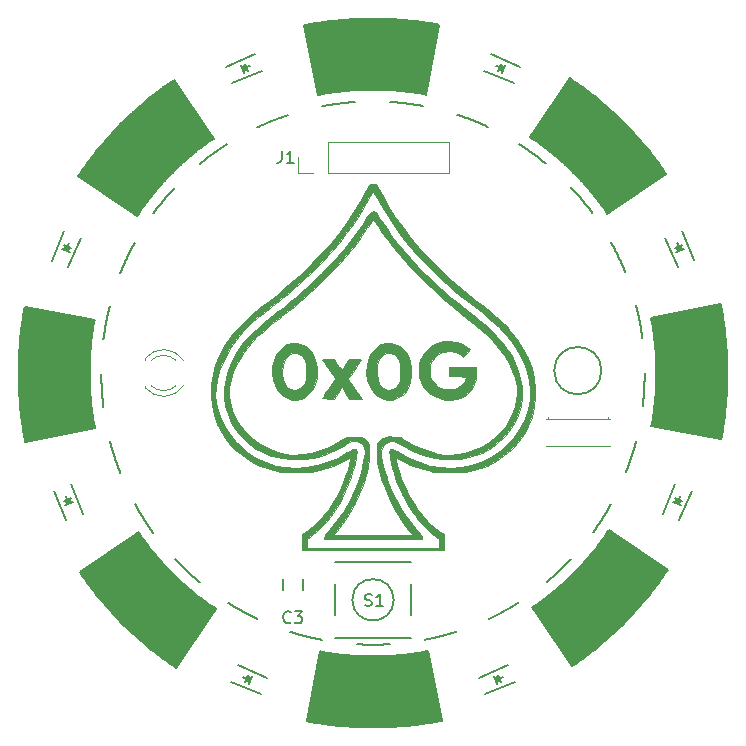
<source format=gto>
G04 #@! TF.FileFunction,Legend,Top*
%FSLAX46Y46*%
G04 Gerber Fmt 4.6, Leading zero omitted, Abs format (unit mm)*
G04 Created by KiCad (PCBNEW 4.0.7) date Thursday, May 03, 2018 'AMt' 10:03:59 AM*
%MOMM*%
%LPD*%
G01*
G04 APERTURE LIST*
%ADD10C,0.100000*%
%ADD11C,0.150000*%
%ADD12C,0.120000*%
%ADD13C,0.010000*%
G04 APERTURE END LIST*
D10*
D11*
X92360000Y-117400000D02*
X92360000Y-118400000D01*
X94060000Y-118400000D02*
X94060000Y-117400000D01*
X91055220Y-125789384D02*
X88560745Y-124756139D01*
X90481195Y-127175203D02*
X87986720Y-126141958D01*
X89439790Y-125769686D02*
X89344120Y-126000656D01*
X89344120Y-126000656D02*
X89540104Y-125919477D01*
X89479419Y-126327297D02*
X89747297Y-125680581D01*
X89290000Y-125870000D02*
X88966642Y-125736061D01*
X89613358Y-126003939D02*
X89156061Y-126193358D01*
X89156061Y-126193358D02*
X89423939Y-125546642D01*
X89423939Y-125546642D02*
X89613358Y-126003939D01*
X74210616Y-91055220D02*
X75243861Y-88560745D01*
X72824797Y-90481195D02*
X73858042Y-87986720D01*
X74230314Y-89439790D02*
X73999344Y-89344120D01*
X73999344Y-89344120D02*
X74080523Y-89540104D01*
X73672703Y-89479419D02*
X74319419Y-89747297D01*
X74130000Y-89290000D02*
X74263939Y-88966642D01*
X73996061Y-89613358D02*
X73806642Y-89156061D01*
X73806642Y-89156061D02*
X74453358Y-89423939D01*
X74453358Y-89423939D02*
X73996061Y-89613358D01*
X112485220Y-74049384D02*
X109990745Y-73016139D01*
X111911195Y-75435203D02*
X109416720Y-74401958D01*
X110869790Y-74029686D02*
X110774120Y-74260656D01*
X110774120Y-74260656D02*
X110970104Y-74179477D01*
X110909419Y-74587297D02*
X111177297Y-73940581D01*
X110720000Y-74130000D02*
X110396642Y-73996061D01*
X111043358Y-74263939D02*
X110586061Y-74453358D01*
X110586061Y-74453358D02*
X110853939Y-73806642D01*
X110853939Y-73806642D02*
X111043358Y-74263939D01*
X88088805Y-75435203D02*
X90583280Y-74401958D01*
X87514780Y-74049384D02*
X90009255Y-73016139D01*
X89245015Y-74306850D02*
X89149344Y-74075880D01*
X89149344Y-74075880D02*
X89068164Y-74271865D01*
X88822703Y-73940581D02*
X89090581Y-74587297D01*
X89280000Y-74130000D02*
X89603358Y-73996061D01*
X88956642Y-74263939D02*
X89146061Y-73806642D01*
X89146061Y-73806642D02*
X89413939Y-74453358D01*
X89413939Y-74453358D02*
X88956642Y-74263939D01*
X75435203Y-111911195D02*
X74401958Y-109416720D01*
X74049384Y-112485220D02*
X73016139Y-109990745D01*
X74306850Y-110754985D02*
X74075880Y-110850656D01*
X74075880Y-110850656D02*
X74271865Y-110931836D01*
X73940581Y-111177297D02*
X74587297Y-110909419D01*
X74130000Y-110720000D02*
X73996061Y-110396642D01*
X74263939Y-111043358D02*
X73806642Y-110853939D01*
X73806642Y-110853939D02*
X74453358Y-110586061D01*
X74453358Y-110586061D02*
X74263939Y-111043358D01*
X125950616Y-112475220D02*
X126983861Y-109980745D01*
X124564797Y-111901195D02*
X125598042Y-109406720D01*
X125970314Y-110859790D02*
X125739344Y-110764120D01*
X125739344Y-110764120D02*
X125820523Y-110960104D01*
X125412703Y-110899419D02*
X126059419Y-111167297D01*
X125870000Y-110710000D02*
X126003939Y-110386642D01*
X125736061Y-111033358D02*
X125546642Y-110576061D01*
X125546642Y-110576061D02*
X126193358Y-110843939D01*
X126193358Y-110843939D02*
X125736061Y-111033358D01*
X127175203Y-90471195D02*
X126141958Y-87976720D01*
X125789384Y-91045220D02*
X124756139Y-88550745D01*
X126046850Y-89314985D02*
X125815880Y-89410656D01*
X125815880Y-89410656D02*
X126011865Y-89491836D01*
X125680581Y-89737297D02*
X126327297Y-89469419D01*
X125870000Y-89280000D02*
X125736061Y-88956642D01*
X126003939Y-89603358D02*
X125546642Y-89413939D01*
X125546642Y-89413939D02*
X126193358Y-89146061D01*
X126193358Y-89146061D02*
X126003939Y-89603358D01*
X109518805Y-127175203D02*
X112013280Y-126141958D01*
X108944780Y-125789384D02*
X111439255Y-124756139D01*
X110675015Y-126046850D02*
X110579344Y-125815880D01*
X110579344Y-125815880D02*
X110498164Y-126011865D01*
X110252703Y-125680581D02*
X110520581Y-126327297D01*
X110710000Y-125870000D02*
X111033358Y-125736061D01*
X110386642Y-126003939D02*
X110576061Y-125546642D01*
X110576061Y-125546642D02*
X110843939Y-126193358D01*
X110843939Y-126193358D02*
X110386642Y-126003939D01*
D12*
X83942335Y-98921392D02*
G75*
G03X80710000Y-98764484I-1672335J-1078608D01*
G01*
X83942335Y-101078608D02*
G75*
G02X80710000Y-101235516I-1672335J1078608D01*
G01*
X83311130Y-98920163D02*
G75*
G03X81229039Y-98920000I-1041130J-1079837D01*
G01*
X83311130Y-101079837D02*
G75*
G02X81229039Y-101080000I-1041130J1079837D01*
G01*
X80710000Y-98764000D02*
X80710000Y-98920000D01*
X80710000Y-101080000D02*
X80710000Y-101236000D01*
X106430000Y-83080000D02*
X106430000Y-80420000D01*
X96210000Y-83080000D02*
X106430000Y-83080000D01*
X96210000Y-80420000D02*
X106430000Y-80420000D01*
X96210000Y-83080000D02*
X96210000Y-80420000D01*
X94940000Y-83080000D02*
X93610000Y-83080000D01*
X93610000Y-83080000D02*
X93610000Y-81750000D01*
D11*
X101750714Y-119200000D02*
G75*
G03X101750714Y-119200000I-1750714J0D01*
G01*
X103225000Y-115975000D02*
X103225000Y-116000000D01*
X103225000Y-122425000D02*
X103225000Y-122400000D01*
X96775000Y-122425000D02*
X96775000Y-122400000D01*
X96775000Y-116000000D02*
X96775000Y-115975000D01*
X103225000Y-117900000D02*
X103225000Y-120500000D01*
X96775000Y-115975000D02*
X103225000Y-115975000D01*
X96775000Y-117900000D02*
X96775000Y-120500000D01*
X96775000Y-122425000D02*
X103225000Y-122425000D01*
G36*
X116667107Y-75055912D02*
X116862501Y-75187583D01*
X117056856Y-75320784D01*
X117250158Y-75455508D01*
X117442396Y-75591747D01*
X117633558Y-75729490D01*
X117823632Y-75868731D01*
X118012607Y-76009460D01*
X118200471Y-76151669D01*
X118387212Y-76295350D01*
X118572818Y-76440492D01*
X118757280Y-76587088D01*
X118940584Y-76735128D01*
X119122720Y-76884603D01*
X119303676Y-77035504D01*
X119483441Y-77187821D01*
X119662005Y-77341546D01*
X119839356Y-77496668D01*
X120015483Y-77653178D01*
X120190375Y-77811067D01*
X120364022Y-77970325D01*
X120536413Y-78130941D01*
X120707537Y-78292907D01*
X120877384Y-78456211D01*
X121045943Y-78620844D01*
X121213203Y-78786797D01*
X121379156Y-78954057D01*
X121543789Y-79122616D01*
X121707093Y-79292463D01*
X121869059Y-79463587D01*
X122029675Y-79635978D01*
X122188933Y-79809625D01*
X122346822Y-79984517D01*
X122503332Y-80160644D01*
X122658454Y-80337995D01*
X122812179Y-80516559D01*
X122964496Y-80696324D01*
X123115397Y-80877280D01*
X123264872Y-81059416D01*
X123412912Y-81242720D01*
X123559508Y-81427182D01*
X123704650Y-81612788D01*
X123848331Y-81799529D01*
X123990540Y-81987393D01*
X124131269Y-82176368D01*
X124270510Y-82366442D01*
X124408253Y-82557604D01*
X124544492Y-82749842D01*
X124679216Y-82943144D01*
X124812417Y-83137499D01*
X119849934Y-86509999D01*
X119743372Y-86354516D01*
X119635593Y-86199874D01*
X119526603Y-86046084D01*
X119416408Y-85893154D01*
X119305015Y-85741094D01*
X119192432Y-85589915D01*
X119078664Y-85439624D01*
X118963720Y-85290231D01*
X118847606Y-85141745D01*
X118730330Y-84994176D01*
X118611898Y-84847533D01*
X118492318Y-84701824D01*
X118371597Y-84557059D01*
X118249743Y-84413247D01*
X118126763Y-84270396D01*
X118002666Y-84128515D01*
X117877457Y-83987614D01*
X117751146Y-83847700D01*
X117623740Y-83708782D01*
X117495247Y-83570869D01*
X117365675Y-83433970D01*
X117235031Y-83298093D01*
X117103324Y-83163246D01*
X116970563Y-83029437D01*
X116836754Y-82896676D01*
X116701907Y-82764969D01*
X116566030Y-82634325D01*
X116429131Y-82504753D01*
X116291218Y-82376260D01*
X116152300Y-82248854D01*
X116012386Y-82122543D01*
X115871485Y-81997334D01*
X115729604Y-81873237D01*
X115586753Y-81750257D01*
X115442941Y-81628403D01*
X115298176Y-81507682D01*
X115152467Y-81388102D01*
X115005824Y-81269670D01*
X114858255Y-81152394D01*
X114709769Y-81036280D01*
X114560376Y-80921336D01*
X114410085Y-80807568D01*
X114258906Y-80694985D01*
X114106846Y-80583592D01*
X113953916Y-80473397D01*
X113800126Y-80364407D01*
X113645484Y-80256628D01*
X113490001Y-80150066D01*
X113333686Y-80044729D01*
X116667107Y-75055912D01*
G37*
X116667107Y-75055912D02*
X116862501Y-75187583D01*
X117056856Y-75320784D01*
X117250158Y-75455508D01*
X117442396Y-75591747D01*
X117633558Y-75729490D01*
X117823632Y-75868731D01*
X118012607Y-76009460D01*
X118200471Y-76151669D01*
X118387212Y-76295350D01*
X118572818Y-76440492D01*
X118757280Y-76587088D01*
X118940584Y-76735128D01*
X119122720Y-76884603D01*
X119303676Y-77035504D01*
X119483441Y-77187821D01*
X119662005Y-77341546D01*
X119839356Y-77496668D01*
X120015483Y-77653178D01*
X120190375Y-77811067D01*
X120364022Y-77970325D01*
X120536413Y-78130941D01*
X120707537Y-78292907D01*
X120877384Y-78456211D01*
X121045943Y-78620844D01*
X121213203Y-78786797D01*
X121379156Y-78954057D01*
X121543789Y-79122616D01*
X121707093Y-79292463D01*
X121869059Y-79463587D01*
X122029675Y-79635978D01*
X122188933Y-79809625D01*
X122346822Y-79984517D01*
X122503332Y-80160644D01*
X122658454Y-80337995D01*
X122812179Y-80516559D01*
X122964496Y-80696324D01*
X123115397Y-80877280D01*
X123264872Y-81059416D01*
X123412912Y-81242720D01*
X123559508Y-81427182D01*
X123704650Y-81612788D01*
X123848331Y-81799529D01*
X123990540Y-81987393D01*
X124131269Y-82176368D01*
X124270510Y-82366442D01*
X124408253Y-82557604D01*
X124544492Y-82749842D01*
X124679216Y-82943144D01*
X124812417Y-83137499D01*
X119849934Y-86509999D01*
X119743372Y-86354516D01*
X119635593Y-86199874D01*
X119526603Y-86046084D01*
X119416408Y-85893154D01*
X119305015Y-85741094D01*
X119192432Y-85589915D01*
X119078664Y-85439624D01*
X118963720Y-85290231D01*
X118847606Y-85141745D01*
X118730330Y-84994176D01*
X118611898Y-84847533D01*
X118492318Y-84701824D01*
X118371597Y-84557059D01*
X118249743Y-84413247D01*
X118126763Y-84270396D01*
X118002666Y-84128515D01*
X117877457Y-83987614D01*
X117751146Y-83847700D01*
X117623740Y-83708782D01*
X117495247Y-83570869D01*
X117365675Y-83433970D01*
X117235031Y-83298093D01*
X117103324Y-83163246D01*
X116970563Y-83029437D01*
X116836754Y-82896676D01*
X116701907Y-82764969D01*
X116566030Y-82634325D01*
X116429131Y-82504753D01*
X116291218Y-82376260D01*
X116152300Y-82248854D01*
X116012386Y-82122543D01*
X115871485Y-81997334D01*
X115729604Y-81873237D01*
X115586753Y-81750257D01*
X115442941Y-81628403D01*
X115298176Y-81507682D01*
X115152467Y-81388102D01*
X115005824Y-81269670D01*
X114858255Y-81152394D01*
X114709769Y-81036280D01*
X114560376Y-80921336D01*
X114410085Y-80807568D01*
X114258906Y-80694985D01*
X114106846Y-80583592D01*
X113953916Y-80473397D01*
X113800126Y-80364407D01*
X113645484Y-80256628D01*
X113490001Y-80150066D01*
X113333686Y-80044729D01*
X116667107Y-75055912D01*
G36*
X129423558Y-94147290D02*
X129468618Y-94378561D01*
X129511859Y-94610178D01*
X129553280Y-94842127D01*
X129592878Y-95074395D01*
X129630650Y-95306966D01*
X129666595Y-95539827D01*
X129700710Y-95772963D01*
X129732992Y-96006360D01*
X129763441Y-96240003D01*
X129792054Y-96473878D01*
X129818829Y-96707971D01*
X129843764Y-96942266D01*
X129866859Y-97176751D01*
X129888111Y-97411409D01*
X129907520Y-97646227D01*
X129925084Y-97881190D01*
X129940802Y-98116284D01*
X129954673Y-98351495D01*
X129966696Y-98586806D01*
X129976871Y-98822206D01*
X129985197Y-99057677D01*
X129991673Y-99293207D01*
X129996299Y-99528780D01*
X129999075Y-99764383D01*
X130000000Y-100000000D01*
X129999075Y-100235617D01*
X129996299Y-100471220D01*
X129991673Y-100706793D01*
X129985197Y-100942323D01*
X129976871Y-101177794D01*
X129966696Y-101413194D01*
X129954673Y-101648505D01*
X129940802Y-101883716D01*
X129925084Y-102118810D01*
X129907520Y-102353773D01*
X129888111Y-102588591D01*
X129866859Y-102823249D01*
X129843764Y-103057734D01*
X129818829Y-103292029D01*
X129792054Y-103526122D01*
X129763441Y-103759997D01*
X129732992Y-103993640D01*
X129700710Y-104227037D01*
X129666595Y-104460173D01*
X129630650Y-104693034D01*
X129592878Y-104925605D01*
X129553280Y-105157873D01*
X129511859Y-105389822D01*
X129468618Y-105621439D01*
X123574894Y-104497152D01*
X123609487Y-104311858D01*
X123642624Y-104126298D01*
X123674302Y-103940484D01*
X123704520Y-103754427D01*
X123733276Y-103568138D01*
X123760568Y-103381630D01*
X123786394Y-103194912D01*
X123810753Y-103007998D01*
X123833643Y-102820898D01*
X123855063Y-102633623D01*
X123875011Y-102446187D01*
X123893487Y-102258600D01*
X123910489Y-102070873D01*
X123926016Y-101883018D01*
X123940067Y-101695048D01*
X123952641Y-101506972D01*
X123963738Y-101318804D01*
X123973357Y-101130555D01*
X123981497Y-100942236D01*
X123988157Y-100753858D01*
X123993338Y-100565434D01*
X123997039Y-100376976D01*
X123999260Y-100188494D01*
X124000000Y-100000000D01*
X123999260Y-99811506D01*
X123997039Y-99623024D01*
X123993338Y-99434566D01*
X123988157Y-99246142D01*
X123981497Y-99057764D01*
X123973357Y-98869445D01*
X123963738Y-98681196D01*
X123952641Y-98493028D01*
X123940067Y-98304952D01*
X123926016Y-98116982D01*
X123910489Y-97929127D01*
X123893487Y-97741400D01*
X123875011Y-97553813D01*
X123855063Y-97366377D01*
X123833643Y-97179102D01*
X123810753Y-96992002D01*
X123786394Y-96805088D01*
X123760568Y-96618370D01*
X123733276Y-96431862D01*
X123704520Y-96245573D01*
X123674302Y-96059516D01*
X123642624Y-95873702D01*
X123609487Y-95688142D01*
X123574894Y-95502848D01*
X123538847Y-95317832D01*
X129423558Y-94147290D01*
G37*
X129423558Y-94147290D02*
X129468618Y-94378561D01*
X129511859Y-94610178D01*
X129553280Y-94842127D01*
X129592878Y-95074395D01*
X129630650Y-95306966D01*
X129666595Y-95539827D01*
X129700710Y-95772963D01*
X129732992Y-96006360D01*
X129763441Y-96240003D01*
X129792054Y-96473878D01*
X129818829Y-96707971D01*
X129843764Y-96942266D01*
X129866859Y-97176751D01*
X129888111Y-97411409D01*
X129907520Y-97646227D01*
X129925084Y-97881190D01*
X129940802Y-98116284D01*
X129954673Y-98351495D01*
X129966696Y-98586806D01*
X129976871Y-98822206D01*
X129985197Y-99057677D01*
X129991673Y-99293207D01*
X129996299Y-99528780D01*
X129999075Y-99764383D01*
X130000000Y-100000000D01*
X129999075Y-100235617D01*
X129996299Y-100471220D01*
X129991673Y-100706793D01*
X129985197Y-100942323D01*
X129976871Y-101177794D01*
X129966696Y-101413194D01*
X129954673Y-101648505D01*
X129940802Y-101883716D01*
X129925084Y-102118810D01*
X129907520Y-102353773D01*
X129888111Y-102588591D01*
X129866859Y-102823249D01*
X129843764Y-103057734D01*
X129818829Y-103292029D01*
X129792054Y-103526122D01*
X129763441Y-103759997D01*
X129732992Y-103993640D01*
X129700710Y-104227037D01*
X129666595Y-104460173D01*
X129630650Y-104693034D01*
X129592878Y-104925605D01*
X129553280Y-105157873D01*
X129511859Y-105389822D01*
X129468618Y-105621439D01*
X123574894Y-104497152D01*
X123609487Y-104311858D01*
X123642624Y-104126298D01*
X123674302Y-103940484D01*
X123704520Y-103754427D01*
X123733276Y-103568138D01*
X123760568Y-103381630D01*
X123786394Y-103194912D01*
X123810753Y-103007998D01*
X123833643Y-102820898D01*
X123855063Y-102633623D01*
X123875011Y-102446187D01*
X123893487Y-102258600D01*
X123910489Y-102070873D01*
X123926016Y-101883018D01*
X123940067Y-101695048D01*
X123952641Y-101506972D01*
X123963738Y-101318804D01*
X123973357Y-101130555D01*
X123981497Y-100942236D01*
X123988157Y-100753858D01*
X123993338Y-100565434D01*
X123997039Y-100376976D01*
X123999260Y-100188494D01*
X124000000Y-100000000D01*
X123999260Y-99811506D01*
X123997039Y-99623024D01*
X123993338Y-99434566D01*
X123988157Y-99246142D01*
X123981497Y-99057764D01*
X123973357Y-98869445D01*
X123963738Y-98681196D01*
X123952641Y-98493028D01*
X123940067Y-98304952D01*
X123926016Y-98116982D01*
X123910489Y-97929127D01*
X123893487Y-97741400D01*
X123875011Y-97553813D01*
X123855063Y-97366377D01*
X123833643Y-97179102D01*
X123810753Y-96992002D01*
X123786394Y-96805088D01*
X123760568Y-96618370D01*
X123733276Y-96431862D01*
X123704520Y-96245573D01*
X123674302Y-96059516D01*
X123642624Y-95873702D01*
X123609487Y-95688142D01*
X123574894Y-95502848D01*
X123538847Y-95317832D01*
X129423558Y-94147290D01*
G36*
X124944088Y-116667107D02*
X124812417Y-116862501D01*
X124679216Y-117056856D01*
X124544492Y-117250158D01*
X124408253Y-117442396D01*
X124270510Y-117633558D01*
X124131269Y-117823632D01*
X123990540Y-118012607D01*
X123848331Y-118200471D01*
X123704650Y-118387212D01*
X123559508Y-118572818D01*
X123412912Y-118757280D01*
X123264872Y-118940584D01*
X123115397Y-119122720D01*
X122964496Y-119303676D01*
X122812179Y-119483441D01*
X122658454Y-119662005D01*
X122503332Y-119839356D01*
X122346822Y-120015483D01*
X122188933Y-120190375D01*
X122029675Y-120364022D01*
X121869059Y-120536413D01*
X121707093Y-120707537D01*
X121543789Y-120877384D01*
X121379156Y-121045943D01*
X121213203Y-121213203D01*
X121045943Y-121379156D01*
X120877384Y-121543789D01*
X120707537Y-121707093D01*
X120536413Y-121869059D01*
X120364022Y-122029675D01*
X120190375Y-122188933D01*
X120015483Y-122346822D01*
X119839356Y-122503332D01*
X119662005Y-122658454D01*
X119483441Y-122812179D01*
X119303676Y-122964496D01*
X119122720Y-123115397D01*
X118940584Y-123264872D01*
X118757280Y-123412912D01*
X118572818Y-123559508D01*
X118387212Y-123704650D01*
X118200471Y-123848331D01*
X118012607Y-123990540D01*
X117823632Y-124131269D01*
X117633558Y-124270510D01*
X117442396Y-124408253D01*
X117250158Y-124544492D01*
X117056856Y-124679216D01*
X116862501Y-124812417D01*
X113490001Y-119849934D01*
X113645484Y-119743372D01*
X113800126Y-119635593D01*
X113953916Y-119526603D01*
X114106846Y-119416408D01*
X114258906Y-119305015D01*
X114410085Y-119192432D01*
X114560376Y-119078664D01*
X114709769Y-118963720D01*
X114858255Y-118847606D01*
X115005824Y-118730330D01*
X115152467Y-118611898D01*
X115298176Y-118492318D01*
X115442941Y-118371597D01*
X115586753Y-118249743D01*
X115729604Y-118126763D01*
X115871485Y-118002666D01*
X116012386Y-117877457D01*
X116152300Y-117751146D01*
X116291218Y-117623740D01*
X116429131Y-117495247D01*
X116566030Y-117365675D01*
X116701907Y-117235031D01*
X116836754Y-117103324D01*
X116970563Y-116970563D01*
X117103324Y-116836754D01*
X117235031Y-116701907D01*
X117365675Y-116566030D01*
X117495247Y-116429131D01*
X117623740Y-116291218D01*
X117751146Y-116152300D01*
X117877457Y-116012386D01*
X118002666Y-115871485D01*
X118126763Y-115729604D01*
X118249743Y-115586753D01*
X118371597Y-115442941D01*
X118492318Y-115298176D01*
X118611898Y-115152467D01*
X118730330Y-115005824D01*
X118847606Y-114858255D01*
X118963720Y-114709769D01*
X119078664Y-114560376D01*
X119192432Y-114410085D01*
X119305015Y-114258906D01*
X119416408Y-114106846D01*
X119526603Y-113953916D01*
X119635593Y-113800126D01*
X119743372Y-113645484D01*
X119849934Y-113490001D01*
X119955271Y-113333686D01*
X124944088Y-116667107D01*
G37*
X124944088Y-116667107D02*
X124812417Y-116862501D01*
X124679216Y-117056856D01*
X124544492Y-117250158D01*
X124408253Y-117442396D01*
X124270510Y-117633558D01*
X124131269Y-117823632D01*
X123990540Y-118012607D01*
X123848331Y-118200471D01*
X123704650Y-118387212D01*
X123559508Y-118572818D01*
X123412912Y-118757280D01*
X123264872Y-118940584D01*
X123115397Y-119122720D01*
X122964496Y-119303676D01*
X122812179Y-119483441D01*
X122658454Y-119662005D01*
X122503332Y-119839356D01*
X122346822Y-120015483D01*
X122188933Y-120190375D01*
X122029675Y-120364022D01*
X121869059Y-120536413D01*
X121707093Y-120707537D01*
X121543789Y-120877384D01*
X121379156Y-121045943D01*
X121213203Y-121213203D01*
X121045943Y-121379156D01*
X120877384Y-121543789D01*
X120707537Y-121707093D01*
X120536413Y-121869059D01*
X120364022Y-122029675D01*
X120190375Y-122188933D01*
X120015483Y-122346822D01*
X119839356Y-122503332D01*
X119662005Y-122658454D01*
X119483441Y-122812179D01*
X119303676Y-122964496D01*
X119122720Y-123115397D01*
X118940584Y-123264872D01*
X118757280Y-123412912D01*
X118572818Y-123559508D01*
X118387212Y-123704650D01*
X118200471Y-123848331D01*
X118012607Y-123990540D01*
X117823632Y-124131269D01*
X117633558Y-124270510D01*
X117442396Y-124408253D01*
X117250158Y-124544492D01*
X117056856Y-124679216D01*
X116862501Y-124812417D01*
X113490001Y-119849934D01*
X113645484Y-119743372D01*
X113800126Y-119635593D01*
X113953916Y-119526603D01*
X114106846Y-119416408D01*
X114258906Y-119305015D01*
X114410085Y-119192432D01*
X114560376Y-119078664D01*
X114709769Y-118963720D01*
X114858255Y-118847606D01*
X115005824Y-118730330D01*
X115152467Y-118611898D01*
X115298176Y-118492318D01*
X115442941Y-118371597D01*
X115586753Y-118249743D01*
X115729604Y-118126763D01*
X115871485Y-118002666D01*
X116012386Y-117877457D01*
X116152300Y-117751146D01*
X116291218Y-117623740D01*
X116429131Y-117495247D01*
X116566030Y-117365675D01*
X116701907Y-117235031D01*
X116836754Y-117103324D01*
X116970563Y-116970563D01*
X117103324Y-116836754D01*
X117235031Y-116701907D01*
X117365675Y-116566030D01*
X117495247Y-116429131D01*
X117623740Y-116291218D01*
X117751146Y-116152300D01*
X117877457Y-116012386D01*
X118002666Y-115871485D01*
X118126763Y-115729604D01*
X118249743Y-115586753D01*
X118371597Y-115442941D01*
X118492318Y-115298176D01*
X118611898Y-115152467D01*
X118730330Y-115005824D01*
X118847606Y-114858255D01*
X118963720Y-114709769D01*
X119078664Y-114560376D01*
X119192432Y-114410085D01*
X119305015Y-114258906D01*
X119416408Y-114106846D01*
X119526603Y-113953916D01*
X119635593Y-113800126D01*
X119743372Y-113645484D01*
X119849934Y-113490001D01*
X119955271Y-113333686D01*
X124944088Y-116667107D01*
G36*
X105852710Y-129423558D02*
X105621439Y-129468618D01*
X105389822Y-129511859D01*
X105157873Y-129553280D01*
X104925605Y-129592878D01*
X104693034Y-129630650D01*
X104460173Y-129666595D01*
X104227037Y-129700710D01*
X103993640Y-129732992D01*
X103759997Y-129763441D01*
X103526122Y-129792054D01*
X103292029Y-129818829D01*
X103057734Y-129843764D01*
X102823249Y-129866859D01*
X102588591Y-129888111D01*
X102353773Y-129907520D01*
X102118810Y-129925084D01*
X101883716Y-129940802D01*
X101648505Y-129954673D01*
X101413194Y-129966696D01*
X101177794Y-129976871D01*
X100942323Y-129985197D01*
X100706793Y-129991673D01*
X100471220Y-129996299D01*
X100235617Y-129999075D01*
X100000000Y-130000000D01*
X99764383Y-129999075D01*
X99528780Y-129996299D01*
X99293207Y-129991673D01*
X99057677Y-129985197D01*
X98822206Y-129976871D01*
X98586806Y-129966696D01*
X98351495Y-129954673D01*
X98116284Y-129940802D01*
X97881190Y-129925084D01*
X97646227Y-129907520D01*
X97411409Y-129888111D01*
X97176751Y-129866859D01*
X96942266Y-129843764D01*
X96707971Y-129818829D01*
X96473878Y-129792054D01*
X96240003Y-129763441D01*
X96006360Y-129732992D01*
X95772963Y-129700710D01*
X95539827Y-129666595D01*
X95306966Y-129630650D01*
X95074395Y-129592878D01*
X94842127Y-129553280D01*
X94610178Y-129511859D01*
X94378561Y-129468618D01*
X95502848Y-123574894D01*
X95688142Y-123609487D01*
X95873702Y-123642624D01*
X96059516Y-123674302D01*
X96245573Y-123704520D01*
X96431862Y-123733276D01*
X96618370Y-123760568D01*
X96805088Y-123786394D01*
X96992002Y-123810753D01*
X97179102Y-123833643D01*
X97366377Y-123855063D01*
X97553813Y-123875011D01*
X97741400Y-123893487D01*
X97929127Y-123910489D01*
X98116982Y-123926016D01*
X98304952Y-123940067D01*
X98493028Y-123952641D01*
X98681196Y-123963738D01*
X98869445Y-123973357D01*
X99057764Y-123981497D01*
X99246142Y-123988157D01*
X99434566Y-123993338D01*
X99623024Y-123997039D01*
X99811506Y-123999260D01*
X100000000Y-124000000D01*
X100188494Y-123999260D01*
X100376976Y-123997039D01*
X100565434Y-123993338D01*
X100753858Y-123988157D01*
X100942236Y-123981497D01*
X101130555Y-123973357D01*
X101318804Y-123963738D01*
X101506972Y-123952641D01*
X101695048Y-123940067D01*
X101883018Y-123926016D01*
X102070873Y-123910489D01*
X102258600Y-123893487D01*
X102446187Y-123875011D01*
X102633623Y-123855063D01*
X102820898Y-123833643D01*
X103007998Y-123810753D01*
X103194912Y-123786394D01*
X103381630Y-123760568D01*
X103568138Y-123733276D01*
X103754427Y-123704520D01*
X103940484Y-123674302D01*
X104126298Y-123642624D01*
X104311858Y-123609487D01*
X104497152Y-123574894D01*
X104682168Y-123538847D01*
X105852710Y-129423558D01*
G37*
X105852710Y-129423558D02*
X105621439Y-129468618D01*
X105389822Y-129511859D01*
X105157873Y-129553280D01*
X104925605Y-129592878D01*
X104693034Y-129630650D01*
X104460173Y-129666595D01*
X104227037Y-129700710D01*
X103993640Y-129732992D01*
X103759997Y-129763441D01*
X103526122Y-129792054D01*
X103292029Y-129818829D01*
X103057734Y-129843764D01*
X102823249Y-129866859D01*
X102588591Y-129888111D01*
X102353773Y-129907520D01*
X102118810Y-129925084D01*
X101883716Y-129940802D01*
X101648505Y-129954673D01*
X101413194Y-129966696D01*
X101177794Y-129976871D01*
X100942323Y-129985197D01*
X100706793Y-129991673D01*
X100471220Y-129996299D01*
X100235617Y-129999075D01*
X100000000Y-130000000D01*
X99764383Y-129999075D01*
X99528780Y-129996299D01*
X99293207Y-129991673D01*
X99057677Y-129985197D01*
X98822206Y-129976871D01*
X98586806Y-129966696D01*
X98351495Y-129954673D01*
X98116284Y-129940802D01*
X97881190Y-129925084D01*
X97646227Y-129907520D01*
X97411409Y-129888111D01*
X97176751Y-129866859D01*
X96942266Y-129843764D01*
X96707971Y-129818829D01*
X96473878Y-129792054D01*
X96240003Y-129763441D01*
X96006360Y-129732992D01*
X95772963Y-129700710D01*
X95539827Y-129666595D01*
X95306966Y-129630650D01*
X95074395Y-129592878D01*
X94842127Y-129553280D01*
X94610178Y-129511859D01*
X94378561Y-129468618D01*
X95502848Y-123574894D01*
X95688142Y-123609487D01*
X95873702Y-123642624D01*
X96059516Y-123674302D01*
X96245573Y-123704520D01*
X96431862Y-123733276D01*
X96618370Y-123760568D01*
X96805088Y-123786394D01*
X96992002Y-123810753D01*
X97179102Y-123833643D01*
X97366377Y-123855063D01*
X97553813Y-123875011D01*
X97741400Y-123893487D01*
X97929127Y-123910489D01*
X98116982Y-123926016D01*
X98304952Y-123940067D01*
X98493028Y-123952641D01*
X98681196Y-123963738D01*
X98869445Y-123973357D01*
X99057764Y-123981497D01*
X99246142Y-123988157D01*
X99434566Y-123993338D01*
X99623024Y-123997039D01*
X99811506Y-123999260D01*
X100000000Y-124000000D01*
X100188494Y-123999260D01*
X100376976Y-123997039D01*
X100565434Y-123993338D01*
X100753858Y-123988157D01*
X100942236Y-123981497D01*
X101130555Y-123973357D01*
X101318804Y-123963738D01*
X101506972Y-123952641D01*
X101695048Y-123940067D01*
X101883018Y-123926016D01*
X102070873Y-123910489D01*
X102258600Y-123893487D01*
X102446187Y-123875011D01*
X102633623Y-123855063D01*
X102820898Y-123833643D01*
X103007998Y-123810753D01*
X103194912Y-123786394D01*
X103381630Y-123760568D01*
X103568138Y-123733276D01*
X103754427Y-123704520D01*
X103940484Y-123674302D01*
X104126298Y-123642624D01*
X104311858Y-123609487D01*
X104497152Y-123574894D01*
X104682168Y-123538847D01*
X105852710Y-129423558D01*
G36*
X83332893Y-124944088D02*
X83137499Y-124812417D01*
X82943144Y-124679216D01*
X82749842Y-124544492D01*
X82557604Y-124408253D01*
X82366442Y-124270510D01*
X82176368Y-124131269D01*
X81987393Y-123990540D01*
X81799529Y-123848331D01*
X81612788Y-123704650D01*
X81427182Y-123559508D01*
X81242720Y-123412912D01*
X81059416Y-123264872D01*
X80877280Y-123115397D01*
X80696324Y-122964496D01*
X80516559Y-122812179D01*
X80337995Y-122658454D01*
X80160644Y-122503332D01*
X79984517Y-122346822D01*
X79809625Y-122188933D01*
X79635978Y-122029675D01*
X79463587Y-121869059D01*
X79292463Y-121707093D01*
X79122616Y-121543789D01*
X78954057Y-121379156D01*
X78786797Y-121213203D01*
X78620844Y-121045943D01*
X78456211Y-120877384D01*
X78292907Y-120707537D01*
X78130941Y-120536413D01*
X77970325Y-120364022D01*
X77811067Y-120190375D01*
X77653178Y-120015483D01*
X77496668Y-119839356D01*
X77341546Y-119662005D01*
X77187821Y-119483441D01*
X77035504Y-119303676D01*
X76884603Y-119122720D01*
X76735128Y-118940584D01*
X76587088Y-118757280D01*
X76440492Y-118572818D01*
X76295350Y-118387212D01*
X76151669Y-118200471D01*
X76009460Y-118012607D01*
X75868731Y-117823632D01*
X75729490Y-117633558D01*
X75591747Y-117442396D01*
X75455508Y-117250158D01*
X75320784Y-117056856D01*
X75187583Y-116862501D01*
X80150066Y-113490001D01*
X80256628Y-113645484D01*
X80364407Y-113800126D01*
X80473397Y-113953916D01*
X80583592Y-114106846D01*
X80694985Y-114258906D01*
X80807568Y-114410085D01*
X80921336Y-114560376D01*
X81036280Y-114709769D01*
X81152394Y-114858255D01*
X81269670Y-115005824D01*
X81388102Y-115152467D01*
X81507682Y-115298176D01*
X81628403Y-115442941D01*
X81750257Y-115586753D01*
X81873237Y-115729604D01*
X81997334Y-115871485D01*
X82122543Y-116012386D01*
X82248854Y-116152300D01*
X82376260Y-116291218D01*
X82504753Y-116429131D01*
X82634325Y-116566030D01*
X82764969Y-116701907D01*
X82896676Y-116836754D01*
X83029437Y-116970563D01*
X83163246Y-117103324D01*
X83298093Y-117235031D01*
X83433970Y-117365675D01*
X83570869Y-117495247D01*
X83708782Y-117623740D01*
X83847700Y-117751146D01*
X83987614Y-117877457D01*
X84128515Y-118002666D01*
X84270396Y-118126763D01*
X84413247Y-118249743D01*
X84557059Y-118371597D01*
X84701824Y-118492318D01*
X84847533Y-118611898D01*
X84994176Y-118730330D01*
X85141745Y-118847606D01*
X85290231Y-118963720D01*
X85439624Y-119078664D01*
X85589915Y-119192432D01*
X85741094Y-119305015D01*
X85893154Y-119416408D01*
X86046084Y-119526603D01*
X86199874Y-119635593D01*
X86354516Y-119743372D01*
X86509999Y-119849934D01*
X86666314Y-119955271D01*
X83332893Y-124944088D01*
G37*
X83332893Y-124944088D02*
X83137499Y-124812417D01*
X82943144Y-124679216D01*
X82749842Y-124544492D01*
X82557604Y-124408253D01*
X82366442Y-124270510D01*
X82176368Y-124131269D01*
X81987393Y-123990540D01*
X81799529Y-123848331D01*
X81612788Y-123704650D01*
X81427182Y-123559508D01*
X81242720Y-123412912D01*
X81059416Y-123264872D01*
X80877280Y-123115397D01*
X80696324Y-122964496D01*
X80516559Y-122812179D01*
X80337995Y-122658454D01*
X80160644Y-122503332D01*
X79984517Y-122346822D01*
X79809625Y-122188933D01*
X79635978Y-122029675D01*
X79463587Y-121869059D01*
X79292463Y-121707093D01*
X79122616Y-121543789D01*
X78954057Y-121379156D01*
X78786797Y-121213203D01*
X78620844Y-121045943D01*
X78456211Y-120877384D01*
X78292907Y-120707537D01*
X78130941Y-120536413D01*
X77970325Y-120364022D01*
X77811067Y-120190375D01*
X77653178Y-120015483D01*
X77496668Y-119839356D01*
X77341546Y-119662005D01*
X77187821Y-119483441D01*
X77035504Y-119303676D01*
X76884603Y-119122720D01*
X76735128Y-118940584D01*
X76587088Y-118757280D01*
X76440492Y-118572818D01*
X76295350Y-118387212D01*
X76151669Y-118200471D01*
X76009460Y-118012607D01*
X75868731Y-117823632D01*
X75729490Y-117633558D01*
X75591747Y-117442396D01*
X75455508Y-117250158D01*
X75320784Y-117056856D01*
X75187583Y-116862501D01*
X80150066Y-113490001D01*
X80256628Y-113645484D01*
X80364407Y-113800126D01*
X80473397Y-113953916D01*
X80583592Y-114106846D01*
X80694985Y-114258906D01*
X80807568Y-114410085D01*
X80921336Y-114560376D01*
X81036280Y-114709769D01*
X81152394Y-114858255D01*
X81269670Y-115005824D01*
X81388102Y-115152467D01*
X81507682Y-115298176D01*
X81628403Y-115442941D01*
X81750257Y-115586753D01*
X81873237Y-115729604D01*
X81997334Y-115871485D01*
X82122543Y-116012386D01*
X82248854Y-116152300D01*
X82376260Y-116291218D01*
X82504753Y-116429131D01*
X82634325Y-116566030D01*
X82764969Y-116701907D01*
X82896676Y-116836754D01*
X83029437Y-116970563D01*
X83163246Y-117103324D01*
X83298093Y-117235031D01*
X83433970Y-117365675D01*
X83570869Y-117495247D01*
X83708782Y-117623740D01*
X83847700Y-117751146D01*
X83987614Y-117877457D01*
X84128515Y-118002666D01*
X84270396Y-118126763D01*
X84413247Y-118249743D01*
X84557059Y-118371597D01*
X84701824Y-118492318D01*
X84847533Y-118611898D01*
X84994176Y-118730330D01*
X85141745Y-118847606D01*
X85290231Y-118963720D01*
X85439624Y-119078664D01*
X85589915Y-119192432D01*
X85741094Y-119305015D01*
X85893154Y-119416408D01*
X86046084Y-119526603D01*
X86199874Y-119635593D01*
X86354516Y-119743372D01*
X86509999Y-119849934D01*
X86666314Y-119955271D01*
X83332893Y-124944088D01*
G36*
X70576442Y-105852710D02*
X70531382Y-105621439D01*
X70488141Y-105389822D01*
X70446720Y-105157873D01*
X70407122Y-104925605D01*
X70369350Y-104693034D01*
X70333405Y-104460173D01*
X70299290Y-104227037D01*
X70267008Y-103993640D01*
X70236559Y-103759997D01*
X70207946Y-103526122D01*
X70181171Y-103292029D01*
X70156236Y-103057734D01*
X70133141Y-102823249D01*
X70111889Y-102588591D01*
X70092480Y-102353773D01*
X70074916Y-102118810D01*
X70059198Y-101883716D01*
X70045327Y-101648505D01*
X70033304Y-101413194D01*
X70023129Y-101177794D01*
X70014803Y-100942323D01*
X70008327Y-100706793D01*
X70003701Y-100471220D01*
X70000925Y-100235617D01*
X70000000Y-100000000D01*
X70000925Y-99764383D01*
X70003701Y-99528780D01*
X70008327Y-99293207D01*
X70014803Y-99057677D01*
X70023129Y-98822206D01*
X70033304Y-98586806D01*
X70045327Y-98351495D01*
X70059198Y-98116284D01*
X70074916Y-97881190D01*
X70092480Y-97646227D01*
X70111889Y-97411409D01*
X70133141Y-97176751D01*
X70156236Y-96942266D01*
X70181171Y-96707971D01*
X70207946Y-96473878D01*
X70236559Y-96240003D01*
X70267008Y-96006360D01*
X70299290Y-95772963D01*
X70333405Y-95539827D01*
X70369350Y-95306966D01*
X70407122Y-95074395D01*
X70446720Y-94842127D01*
X70488141Y-94610178D01*
X70531382Y-94378561D01*
X76425106Y-95502848D01*
X76390513Y-95688142D01*
X76357376Y-95873702D01*
X76325698Y-96059516D01*
X76295480Y-96245573D01*
X76266724Y-96431862D01*
X76239432Y-96618370D01*
X76213606Y-96805088D01*
X76189247Y-96992002D01*
X76166357Y-97179102D01*
X76144937Y-97366377D01*
X76124989Y-97553813D01*
X76106513Y-97741400D01*
X76089511Y-97929127D01*
X76073984Y-98116982D01*
X76059933Y-98304952D01*
X76047359Y-98493028D01*
X76036262Y-98681196D01*
X76026643Y-98869445D01*
X76018503Y-99057764D01*
X76011843Y-99246142D01*
X76006662Y-99434566D01*
X76002961Y-99623024D01*
X76000740Y-99811506D01*
X76000000Y-100000000D01*
X76000740Y-100188494D01*
X76002961Y-100376976D01*
X76006662Y-100565434D01*
X76011843Y-100753858D01*
X76018503Y-100942236D01*
X76026643Y-101130555D01*
X76036262Y-101318804D01*
X76047359Y-101506972D01*
X76059933Y-101695048D01*
X76073984Y-101883018D01*
X76089511Y-102070873D01*
X76106513Y-102258600D01*
X76124989Y-102446187D01*
X76144937Y-102633623D01*
X76166357Y-102820898D01*
X76189247Y-103007998D01*
X76213606Y-103194912D01*
X76239432Y-103381630D01*
X76266724Y-103568138D01*
X76295480Y-103754427D01*
X76325698Y-103940484D01*
X76357376Y-104126298D01*
X76390513Y-104311858D01*
X76425106Y-104497152D01*
X76461153Y-104682168D01*
X70576442Y-105852710D01*
G37*
X70576442Y-105852710D02*
X70531382Y-105621439D01*
X70488141Y-105389822D01*
X70446720Y-105157873D01*
X70407122Y-104925605D01*
X70369350Y-104693034D01*
X70333405Y-104460173D01*
X70299290Y-104227037D01*
X70267008Y-103993640D01*
X70236559Y-103759997D01*
X70207946Y-103526122D01*
X70181171Y-103292029D01*
X70156236Y-103057734D01*
X70133141Y-102823249D01*
X70111889Y-102588591D01*
X70092480Y-102353773D01*
X70074916Y-102118810D01*
X70059198Y-101883716D01*
X70045327Y-101648505D01*
X70033304Y-101413194D01*
X70023129Y-101177794D01*
X70014803Y-100942323D01*
X70008327Y-100706793D01*
X70003701Y-100471220D01*
X70000925Y-100235617D01*
X70000000Y-100000000D01*
X70000925Y-99764383D01*
X70003701Y-99528780D01*
X70008327Y-99293207D01*
X70014803Y-99057677D01*
X70023129Y-98822206D01*
X70033304Y-98586806D01*
X70045327Y-98351495D01*
X70059198Y-98116284D01*
X70074916Y-97881190D01*
X70092480Y-97646227D01*
X70111889Y-97411409D01*
X70133141Y-97176751D01*
X70156236Y-96942266D01*
X70181171Y-96707971D01*
X70207946Y-96473878D01*
X70236559Y-96240003D01*
X70267008Y-96006360D01*
X70299290Y-95772963D01*
X70333405Y-95539827D01*
X70369350Y-95306966D01*
X70407122Y-95074395D01*
X70446720Y-94842127D01*
X70488141Y-94610178D01*
X70531382Y-94378561D01*
X76425106Y-95502848D01*
X76390513Y-95688142D01*
X76357376Y-95873702D01*
X76325698Y-96059516D01*
X76295480Y-96245573D01*
X76266724Y-96431862D01*
X76239432Y-96618370D01*
X76213606Y-96805088D01*
X76189247Y-96992002D01*
X76166357Y-97179102D01*
X76144937Y-97366377D01*
X76124989Y-97553813D01*
X76106513Y-97741400D01*
X76089511Y-97929127D01*
X76073984Y-98116982D01*
X76059933Y-98304952D01*
X76047359Y-98493028D01*
X76036262Y-98681196D01*
X76026643Y-98869445D01*
X76018503Y-99057764D01*
X76011843Y-99246142D01*
X76006662Y-99434566D01*
X76002961Y-99623024D01*
X76000740Y-99811506D01*
X76000000Y-100000000D01*
X76000740Y-100188494D01*
X76002961Y-100376976D01*
X76006662Y-100565434D01*
X76011843Y-100753858D01*
X76018503Y-100942236D01*
X76026643Y-101130555D01*
X76036262Y-101318804D01*
X76047359Y-101506972D01*
X76059933Y-101695048D01*
X76073984Y-101883018D01*
X76089511Y-102070873D01*
X76106513Y-102258600D01*
X76124989Y-102446187D01*
X76144937Y-102633623D01*
X76166357Y-102820898D01*
X76189247Y-103007998D01*
X76213606Y-103194912D01*
X76239432Y-103381630D01*
X76266724Y-103568138D01*
X76295480Y-103754427D01*
X76325698Y-103940484D01*
X76357376Y-104126298D01*
X76390513Y-104311858D01*
X76425106Y-104497152D01*
X76461153Y-104682168D01*
X70576442Y-105852710D01*
G36*
X75055912Y-83332893D02*
X75187583Y-83137499D01*
X75320784Y-82943144D01*
X75455508Y-82749842D01*
X75591747Y-82557604D01*
X75729490Y-82366442D01*
X75868731Y-82176368D01*
X76009460Y-81987393D01*
X76151669Y-81799529D01*
X76295350Y-81612788D01*
X76440492Y-81427182D01*
X76587088Y-81242720D01*
X76735128Y-81059416D01*
X76884603Y-80877280D01*
X77035504Y-80696324D01*
X77187821Y-80516559D01*
X77341546Y-80337995D01*
X77496668Y-80160644D01*
X77653178Y-79984517D01*
X77811067Y-79809625D01*
X77970325Y-79635978D01*
X78130941Y-79463587D01*
X78292907Y-79292463D01*
X78456211Y-79122616D01*
X78620844Y-78954057D01*
X78786797Y-78786797D01*
X78954057Y-78620844D01*
X79122616Y-78456211D01*
X79292463Y-78292907D01*
X79463587Y-78130941D01*
X79635978Y-77970325D01*
X79809625Y-77811067D01*
X79984517Y-77653178D01*
X80160644Y-77496668D01*
X80337995Y-77341546D01*
X80516559Y-77187821D01*
X80696324Y-77035504D01*
X80877280Y-76884603D01*
X81059416Y-76735128D01*
X81242720Y-76587088D01*
X81427182Y-76440492D01*
X81612788Y-76295350D01*
X81799529Y-76151669D01*
X81987393Y-76009460D01*
X82176368Y-75868731D01*
X82366442Y-75729490D01*
X82557604Y-75591747D01*
X82749842Y-75455508D01*
X82943144Y-75320784D01*
X83137499Y-75187583D01*
X86509999Y-80150066D01*
X86354516Y-80256628D01*
X86199874Y-80364407D01*
X86046084Y-80473397D01*
X85893154Y-80583592D01*
X85741094Y-80694985D01*
X85589915Y-80807568D01*
X85439624Y-80921336D01*
X85290231Y-81036280D01*
X85141745Y-81152394D01*
X84994176Y-81269670D01*
X84847533Y-81388102D01*
X84701824Y-81507682D01*
X84557059Y-81628403D01*
X84413247Y-81750257D01*
X84270396Y-81873237D01*
X84128515Y-81997334D01*
X83987614Y-82122543D01*
X83847700Y-82248854D01*
X83708782Y-82376260D01*
X83570869Y-82504753D01*
X83433970Y-82634325D01*
X83298093Y-82764969D01*
X83163246Y-82896676D01*
X83029437Y-83029437D01*
X82896676Y-83163246D01*
X82764969Y-83298093D01*
X82634325Y-83433970D01*
X82504753Y-83570869D01*
X82376260Y-83708782D01*
X82248854Y-83847700D01*
X82122543Y-83987614D01*
X81997334Y-84128515D01*
X81873237Y-84270396D01*
X81750257Y-84413247D01*
X81628403Y-84557059D01*
X81507682Y-84701824D01*
X81388102Y-84847533D01*
X81269670Y-84994176D01*
X81152394Y-85141745D01*
X81036280Y-85290231D01*
X80921336Y-85439624D01*
X80807568Y-85589915D01*
X80694985Y-85741094D01*
X80583592Y-85893154D01*
X80473397Y-86046084D01*
X80364407Y-86199874D01*
X80256628Y-86354516D01*
X80150066Y-86509999D01*
X80044729Y-86666314D01*
X75055912Y-83332893D01*
G37*
X75055912Y-83332893D02*
X75187583Y-83137499D01*
X75320784Y-82943144D01*
X75455508Y-82749842D01*
X75591747Y-82557604D01*
X75729490Y-82366442D01*
X75868731Y-82176368D01*
X76009460Y-81987393D01*
X76151669Y-81799529D01*
X76295350Y-81612788D01*
X76440492Y-81427182D01*
X76587088Y-81242720D01*
X76735128Y-81059416D01*
X76884603Y-80877280D01*
X77035504Y-80696324D01*
X77187821Y-80516559D01*
X77341546Y-80337995D01*
X77496668Y-80160644D01*
X77653178Y-79984517D01*
X77811067Y-79809625D01*
X77970325Y-79635978D01*
X78130941Y-79463587D01*
X78292907Y-79292463D01*
X78456211Y-79122616D01*
X78620844Y-78954057D01*
X78786797Y-78786797D01*
X78954057Y-78620844D01*
X79122616Y-78456211D01*
X79292463Y-78292907D01*
X79463587Y-78130941D01*
X79635978Y-77970325D01*
X79809625Y-77811067D01*
X79984517Y-77653178D01*
X80160644Y-77496668D01*
X80337995Y-77341546D01*
X80516559Y-77187821D01*
X80696324Y-77035504D01*
X80877280Y-76884603D01*
X81059416Y-76735128D01*
X81242720Y-76587088D01*
X81427182Y-76440492D01*
X81612788Y-76295350D01*
X81799529Y-76151669D01*
X81987393Y-76009460D01*
X82176368Y-75868731D01*
X82366442Y-75729490D01*
X82557604Y-75591747D01*
X82749842Y-75455508D01*
X82943144Y-75320784D01*
X83137499Y-75187583D01*
X86509999Y-80150066D01*
X86354516Y-80256628D01*
X86199874Y-80364407D01*
X86046084Y-80473397D01*
X85893154Y-80583592D01*
X85741094Y-80694985D01*
X85589915Y-80807568D01*
X85439624Y-80921336D01*
X85290231Y-81036280D01*
X85141745Y-81152394D01*
X84994176Y-81269670D01*
X84847533Y-81388102D01*
X84701824Y-81507682D01*
X84557059Y-81628403D01*
X84413247Y-81750257D01*
X84270396Y-81873237D01*
X84128515Y-81997334D01*
X83987614Y-82122543D01*
X83847700Y-82248854D01*
X83708782Y-82376260D01*
X83570869Y-82504753D01*
X83433970Y-82634325D01*
X83298093Y-82764969D01*
X83163246Y-82896676D01*
X83029437Y-83029437D01*
X82896676Y-83163246D01*
X82764969Y-83298093D01*
X82634325Y-83433970D01*
X82504753Y-83570869D01*
X82376260Y-83708782D01*
X82248854Y-83847700D01*
X82122543Y-83987614D01*
X81997334Y-84128515D01*
X81873237Y-84270396D01*
X81750257Y-84413247D01*
X81628403Y-84557059D01*
X81507682Y-84701824D01*
X81388102Y-84847533D01*
X81269670Y-84994176D01*
X81152394Y-85141745D01*
X81036280Y-85290231D01*
X80921336Y-85439624D01*
X80807568Y-85589915D01*
X80694985Y-85741094D01*
X80583592Y-85893154D01*
X80473397Y-86046084D01*
X80364407Y-86199874D01*
X80256628Y-86354516D01*
X80150066Y-86509999D01*
X80044729Y-86666314D01*
X75055912Y-83332893D01*
G36*
X94147290Y-70576442D02*
X94378561Y-70531382D01*
X94610178Y-70488141D01*
X94842127Y-70446720D01*
X95074395Y-70407122D01*
X95306966Y-70369350D01*
X95539827Y-70333405D01*
X95772963Y-70299290D01*
X96006360Y-70267008D01*
X96240003Y-70236559D01*
X96473878Y-70207946D01*
X96707971Y-70181171D01*
X96942266Y-70156236D01*
X97176751Y-70133141D01*
X97411409Y-70111889D01*
X97646227Y-70092480D01*
X97881190Y-70074916D01*
X98116284Y-70059198D01*
X98351495Y-70045327D01*
X98586806Y-70033304D01*
X98822206Y-70023129D01*
X99057677Y-70014803D01*
X99293207Y-70008327D01*
X99528780Y-70003701D01*
X99764383Y-70000925D01*
X100000000Y-70000000D01*
X100235617Y-70000925D01*
X100471220Y-70003701D01*
X100706793Y-70008327D01*
X100942323Y-70014803D01*
X101177794Y-70023129D01*
X101413194Y-70033304D01*
X101648505Y-70045327D01*
X101883716Y-70059198D01*
X102118810Y-70074916D01*
X102353773Y-70092480D01*
X102588591Y-70111889D01*
X102823249Y-70133141D01*
X103057734Y-70156236D01*
X103292029Y-70181171D01*
X103526122Y-70207946D01*
X103759997Y-70236559D01*
X103993640Y-70267008D01*
X104227037Y-70299290D01*
X104460173Y-70333405D01*
X104693034Y-70369350D01*
X104925605Y-70407122D01*
X105157873Y-70446720D01*
X105389822Y-70488141D01*
X105621439Y-70531382D01*
X104497152Y-76425106D01*
X104311858Y-76390513D01*
X104126298Y-76357376D01*
X103940484Y-76325698D01*
X103754427Y-76295480D01*
X103568138Y-76266724D01*
X103381630Y-76239432D01*
X103194912Y-76213606D01*
X103007998Y-76189247D01*
X102820898Y-76166357D01*
X102633623Y-76144937D01*
X102446187Y-76124989D01*
X102258600Y-76106513D01*
X102070873Y-76089511D01*
X101883018Y-76073984D01*
X101695048Y-76059933D01*
X101506972Y-76047359D01*
X101318804Y-76036262D01*
X101130555Y-76026643D01*
X100942236Y-76018503D01*
X100753858Y-76011843D01*
X100565434Y-76006662D01*
X100376976Y-76002961D01*
X100188494Y-76000740D01*
X100000000Y-76000000D01*
X99811506Y-76000740D01*
X99623024Y-76002961D01*
X99434566Y-76006662D01*
X99246142Y-76011843D01*
X99057764Y-76018503D01*
X98869445Y-76026643D01*
X98681196Y-76036262D01*
X98493028Y-76047359D01*
X98304952Y-76059933D01*
X98116982Y-76073984D01*
X97929127Y-76089511D01*
X97741400Y-76106513D01*
X97553813Y-76124989D01*
X97366377Y-76144937D01*
X97179102Y-76166357D01*
X96992002Y-76189247D01*
X96805088Y-76213606D01*
X96618370Y-76239432D01*
X96431862Y-76266724D01*
X96245573Y-76295480D01*
X96059516Y-76325698D01*
X95873702Y-76357376D01*
X95688142Y-76390513D01*
X95502848Y-76425106D01*
X95317832Y-76461153D01*
X94147290Y-70576442D01*
G37*
X94147290Y-70576442D02*
X94378561Y-70531382D01*
X94610178Y-70488141D01*
X94842127Y-70446720D01*
X95074395Y-70407122D01*
X95306966Y-70369350D01*
X95539827Y-70333405D01*
X95772963Y-70299290D01*
X96006360Y-70267008D01*
X96240003Y-70236559D01*
X96473878Y-70207946D01*
X96707971Y-70181171D01*
X96942266Y-70156236D01*
X97176751Y-70133141D01*
X97411409Y-70111889D01*
X97646227Y-70092480D01*
X97881190Y-70074916D01*
X98116284Y-70059198D01*
X98351495Y-70045327D01*
X98586806Y-70033304D01*
X98822206Y-70023129D01*
X99057677Y-70014803D01*
X99293207Y-70008327D01*
X99528780Y-70003701D01*
X99764383Y-70000925D01*
X100000000Y-70000000D01*
X100235617Y-70000925D01*
X100471220Y-70003701D01*
X100706793Y-70008327D01*
X100942323Y-70014803D01*
X101177794Y-70023129D01*
X101413194Y-70033304D01*
X101648505Y-70045327D01*
X101883716Y-70059198D01*
X102118810Y-70074916D01*
X102353773Y-70092480D01*
X102588591Y-70111889D01*
X102823249Y-70133141D01*
X103057734Y-70156236D01*
X103292029Y-70181171D01*
X103526122Y-70207946D01*
X103759997Y-70236559D01*
X103993640Y-70267008D01*
X104227037Y-70299290D01*
X104460173Y-70333405D01*
X104693034Y-70369350D01*
X104925605Y-70407122D01*
X105157873Y-70446720D01*
X105389822Y-70488141D01*
X105621439Y-70531382D01*
X104497152Y-76425106D01*
X104311858Y-76390513D01*
X104126298Y-76357376D01*
X103940484Y-76325698D01*
X103754427Y-76295480D01*
X103568138Y-76266724D01*
X103381630Y-76239432D01*
X103194912Y-76213606D01*
X103007998Y-76189247D01*
X102820898Y-76166357D01*
X102633623Y-76144937D01*
X102446187Y-76124989D01*
X102258600Y-76106513D01*
X102070873Y-76089511D01*
X101883018Y-76073984D01*
X101695048Y-76059933D01*
X101506972Y-76047359D01*
X101318804Y-76036262D01*
X101130555Y-76026643D01*
X100942236Y-76018503D01*
X100753858Y-76011843D01*
X100565434Y-76006662D01*
X100376976Y-76002961D01*
X100188494Y-76000740D01*
X100000000Y-76000000D01*
X99811506Y-76000740D01*
X99623024Y-76002961D01*
X99434566Y-76006662D01*
X99246142Y-76011843D01*
X99057764Y-76018503D01*
X98869445Y-76026643D01*
X98681196Y-76036262D01*
X98493028Y-76047359D01*
X98304952Y-76059933D01*
X98116982Y-76073984D01*
X97929127Y-76089511D01*
X97741400Y-76106513D01*
X97553813Y-76124989D01*
X97366377Y-76144937D01*
X97179102Y-76166357D01*
X96992002Y-76189247D01*
X96805088Y-76213606D01*
X96618370Y-76239432D01*
X96431862Y-76266724D01*
X96245573Y-76295480D01*
X96059516Y-76325698D01*
X95873702Y-76357376D01*
X95688142Y-76390513D01*
X95502848Y-76425106D01*
X95317832Y-76461153D01*
X94147290Y-70576442D01*
X123000000Y-100000000D02*
X122999927Y-100057805D01*
X122999927Y-100057805D02*
X122999709Y-100115610D01*
X122999709Y-100115610D02*
X122999346Y-100173414D01*
X122999346Y-100173414D02*
X122998838Y-100231217D01*
X122998838Y-100231217D02*
X122998184Y-100289019D01*
X122998184Y-100289019D02*
X122997385Y-100346819D01*
X122997385Y-100346819D02*
X122996441Y-100404616D01*
X122996441Y-100404616D02*
X122995351Y-100462411D01*
X122995351Y-100462411D02*
X122994116Y-100520203D01*
X122994116Y-100520203D02*
X122992736Y-100577992D01*
X122992736Y-100577992D02*
X122991211Y-100635777D01*
X122991211Y-100635777D02*
X122989541Y-100693559D01*
X122989541Y-100693559D02*
X122987725Y-100751335D01*
X122987725Y-100751335D02*
X122985764Y-100809107D01*
X122985764Y-100809107D02*
X122983658Y-100866874D01*
X122983658Y-100866874D02*
X122981407Y-100924636D01*
X122981407Y-100924636D02*
X122979010Y-100982391D01*
X122979010Y-100982391D02*
X122976469Y-101040141D01*
X122976469Y-101040141D02*
X122973782Y-101097883D01*
X122973782Y-101097883D02*
X122970950Y-101155619D01*
X122970950Y-101155619D02*
X122967973Y-101213348D01*
X122967973Y-101213348D02*
X122964851Y-101271069D01*
X122964851Y-101271069D02*
X122961584Y-101328782D01*
X122961584Y-101328782D02*
X122958172Y-101386486D01*
X122958172Y-101386486D02*
X122954615Y-101444182D01*
X122954615Y-101444182D02*
X122950913Y-101501869D01*
X122950913Y-101501869D02*
X122947066Y-101559546D01*
X122947066Y-101559546D02*
X122943074Y-101617213D01*
X122943074Y-101617213D02*
X122938937Y-101674870D01*
X122938937Y-101674870D02*
X122934655Y-101732517D01*
X122934655Y-101732517D02*
X122930228Y-101790152D01*
X122930228Y-101790152D02*
X122925656Y-101847776D01*
X122925656Y-101847776D02*
X122920940Y-101905389D01*
X122920940Y-101905389D02*
X122916079Y-101962989D01*
X122916079Y-101962989D02*
X122911073Y-102020578D01*
X122911073Y-102020578D02*
X122905922Y-102078153D01*
X122905922Y-102078153D02*
X122900627Y-102135715D01*
X122900627Y-102135715D02*
X122895187Y-102193264D01*
X122895187Y-102193264D02*
X122889603Y-102250799D01*
X122889603Y-102250799D02*
X122883873Y-102308319D01*
X122883873Y-102308319D02*
X122878000Y-102365826D01*
X122878000Y-102365826D02*
X122871981Y-102423317D01*
X122871981Y-102423317D02*
X122865819Y-102480793D01*
X122865819Y-102480793D02*
X122859512Y-102538253D01*
X122859512Y-102538253D02*
X122853060Y-102595697D01*
X122853060Y-102595697D02*
X122846464Y-102653125D01*
X122846464Y-102653125D02*
X122839724Y-102710536D01*
X122839724Y-102710536D02*
X122832840Y-102767929D01*
X122832840Y-102767929D02*
X122825811Y-102825306D01*
X122277413Y-105719867D02*
X122262967Y-105775839D01*
X122262967Y-105775839D02*
X122248380Y-105831773D01*
X122248380Y-105831773D02*
X122233653Y-105887671D01*
X122233653Y-105887671D02*
X122218786Y-105943532D01*
X122218786Y-105943532D02*
X122203778Y-105999355D01*
X122203778Y-105999355D02*
X122188630Y-106055140D01*
X122188630Y-106055140D02*
X122173341Y-106110887D01*
X122173341Y-106110887D02*
X122157913Y-106166595D01*
X122157913Y-106166595D02*
X122142345Y-106222264D01*
X122142345Y-106222264D02*
X122126636Y-106277895D01*
X122126636Y-106277895D02*
X122110789Y-106333485D01*
X122110789Y-106333485D02*
X122094801Y-106389035D01*
X122094801Y-106389035D02*
X122078674Y-106444545D01*
X122078674Y-106444545D02*
X122062407Y-106500015D01*
X122062407Y-106500015D02*
X122046001Y-106555443D01*
X122046001Y-106555443D02*
X122029456Y-106610830D01*
X122029456Y-106610830D02*
X122012772Y-106666175D01*
X122012772Y-106666175D02*
X121995948Y-106721478D01*
X121995948Y-106721478D02*
X121978986Y-106776739D01*
X121978986Y-106776739D02*
X121961885Y-106831956D01*
X121961885Y-106831956D02*
X121944645Y-106887131D01*
X121944645Y-106887131D02*
X121927266Y-106942262D01*
X121927266Y-106942262D02*
X121909749Y-106997349D01*
X121909749Y-106997349D02*
X121892094Y-107052392D01*
X121892094Y-107052392D02*
X121874300Y-107107391D01*
X121874300Y-107107391D02*
X121856368Y-107162344D01*
X121856368Y-107162344D02*
X121838298Y-107217253D01*
X121838298Y-107217253D02*
X121820090Y-107272116D01*
X121820090Y-107272116D02*
X121801744Y-107326932D01*
X121801744Y-107326932D02*
X121783261Y-107381703D01*
X121783261Y-107381703D02*
X121764640Y-107436427D01*
X121764640Y-107436427D02*
X121745881Y-107491104D01*
X121745881Y-107491104D02*
X121726986Y-107545734D01*
X121726986Y-107545734D02*
X121707953Y-107600316D01*
X121707953Y-107600316D02*
X121688782Y-107654850D01*
X121688782Y-107654850D02*
X121669475Y-107709335D01*
X121669475Y-107709335D02*
X121650031Y-107763772D01*
X121650031Y-107763772D02*
X121630450Y-107818160D01*
X121630450Y-107818160D02*
X121610733Y-107872498D01*
X121610733Y-107872498D02*
X121590879Y-107926787D01*
X121590879Y-107926787D02*
X121570888Y-107981026D01*
X121570888Y-107981026D02*
X121550762Y-108035214D01*
X121550762Y-108035214D02*
X121530499Y-108089352D01*
X121530499Y-108089352D02*
X121510100Y-108143438D01*
X121510100Y-108143438D02*
X121489566Y-108197473D01*
X121489566Y-108197473D02*
X121468895Y-108251456D01*
X121468895Y-108251456D02*
X121448089Y-108305388D01*
X121448089Y-108305388D02*
X121427148Y-108359266D01*
X121427148Y-108359266D02*
X121406071Y-108413092D01*
X120155054Y-111080335D02*
X120127142Y-111130955D01*
X120127142Y-111130955D02*
X120099103Y-111181504D01*
X120099103Y-111181504D02*
X120070938Y-111231984D01*
X120070938Y-111231984D02*
X120042645Y-111282392D01*
X120042645Y-111282392D02*
X120014226Y-111332729D01*
X120014226Y-111332729D02*
X119985681Y-111382994D01*
X119985681Y-111382994D02*
X119957009Y-111433188D01*
X119957009Y-111433188D02*
X119928212Y-111483309D01*
X119928212Y-111483309D02*
X119899288Y-111533358D01*
X119899288Y-111533358D02*
X119870239Y-111583334D01*
X119870239Y-111583334D02*
X119841064Y-111633236D01*
X119841064Y-111633236D02*
X119811764Y-111683066D01*
X119811764Y-111683066D02*
X119782338Y-111732821D01*
X119782338Y-111732821D02*
X119752788Y-111782502D01*
X119752788Y-111782502D02*
X119723113Y-111832109D01*
X119723113Y-111832109D02*
X119693313Y-111881641D01*
X119693313Y-111881641D02*
X119663390Y-111931099D01*
X119663390Y-111931099D02*
X119633341Y-111980480D01*
X119633341Y-111980480D02*
X119603169Y-112029786D01*
X119603169Y-112029786D02*
X119572873Y-112079016D01*
X119572873Y-112079016D02*
X119542453Y-112128170D01*
X119542453Y-112128170D02*
X119511910Y-112177247D01*
X119511910Y-112177247D02*
X119481244Y-112226248D01*
X119481244Y-112226248D02*
X119450455Y-112275171D01*
X119450455Y-112275171D02*
X119419542Y-112324016D01*
X119419542Y-112324016D02*
X119388507Y-112372784D01*
X119388507Y-112372784D02*
X119357350Y-112421473D01*
X119357350Y-112421473D02*
X119326070Y-112470084D01*
X119326070Y-112470084D02*
X119294669Y-112518617D01*
X119294669Y-112518617D02*
X119263145Y-112567070D01*
X119263145Y-112567070D02*
X119231500Y-112615444D01*
X119231500Y-112615444D02*
X119199733Y-112663738D01*
X119199733Y-112663738D02*
X119167845Y-112711952D01*
X119167845Y-112711952D02*
X119135836Y-112760086D01*
X119135836Y-112760086D02*
X119103706Y-112808139D01*
X119103706Y-112808139D02*
X119071455Y-112856112D01*
X119071455Y-112856112D02*
X119039084Y-112904003D01*
X119039084Y-112904003D02*
X119006592Y-112951812D01*
X119006592Y-112951812D02*
X118973981Y-112999540D01*
X118973981Y-112999540D02*
X118941250Y-113047186D01*
X118941250Y-113047186D02*
X118908399Y-113094749D01*
X118908399Y-113094749D02*
X118875428Y-113142230D01*
X118875428Y-113142230D02*
X118842339Y-113189627D01*
X118842339Y-113189627D02*
X118809130Y-113236942D01*
X118809130Y-113236942D02*
X118775803Y-113284172D01*
X118775803Y-113284172D02*
X118742357Y-113331319D01*
X118742357Y-113331319D02*
X118708792Y-113378381D01*
X118708792Y-113378381D02*
X118675110Y-113425359D01*
X118675110Y-113425359D02*
X118641309Y-113472253D01*
X116766278Y-115744583D02*
X116726655Y-115786672D01*
X116726655Y-115786672D02*
X116686926Y-115828661D01*
X116686926Y-115828661D02*
X116647092Y-115870549D01*
X116647092Y-115870549D02*
X116607152Y-115912338D01*
X116607152Y-115912338D02*
X116567108Y-115954026D01*
X116567108Y-115954026D02*
X116526958Y-115995613D01*
X116526958Y-115995613D02*
X116486705Y-116037100D01*
X116486705Y-116037100D02*
X116446347Y-116078484D01*
X116446347Y-116078484D02*
X116405886Y-116119768D01*
X116405886Y-116119768D02*
X116365321Y-116160949D01*
X116365321Y-116160949D02*
X116324652Y-116202029D01*
X116324652Y-116202029D02*
X116283880Y-116243006D01*
X116283880Y-116243006D02*
X116243006Y-116283880D01*
X116243006Y-116283880D02*
X116202029Y-116324652D01*
X116202029Y-116324652D02*
X116160949Y-116365321D01*
X116160949Y-116365321D02*
X116119768Y-116405886D01*
X116119768Y-116405886D02*
X116078484Y-116446347D01*
X116078484Y-116446347D02*
X116037100Y-116486705D01*
X116037100Y-116486705D02*
X115995613Y-116526958D01*
X115995613Y-116526958D02*
X115954026Y-116567108D01*
X115954026Y-116567108D02*
X115912338Y-116607152D01*
X115912338Y-116607152D02*
X115870549Y-116647092D01*
X115870549Y-116647092D02*
X115828661Y-116686926D01*
X115828661Y-116686926D02*
X115786672Y-116726655D01*
X115786672Y-116726655D02*
X115744583Y-116766278D01*
X115744583Y-116766278D02*
X115702396Y-116805796D01*
X115702396Y-116805796D02*
X115660108Y-116845207D01*
X115660108Y-116845207D02*
X115617722Y-116884512D01*
X115617722Y-116884512D02*
X115575238Y-116923710D01*
X115575238Y-116923710D02*
X115532655Y-116962802D01*
X115532655Y-116962802D02*
X115489973Y-117001786D01*
X115489973Y-117001786D02*
X115447194Y-117040663D01*
X115447194Y-117040663D02*
X115404318Y-117079432D01*
X115404318Y-117079432D02*
X115361344Y-117118093D01*
X115361344Y-117118093D02*
X115318273Y-117156646D01*
X115318273Y-117156646D02*
X115275105Y-117195091D01*
X115275105Y-117195091D02*
X115231841Y-117233427D01*
X115231841Y-117233427D02*
X115188481Y-117271655D01*
X115188481Y-117271655D02*
X115145024Y-117309773D01*
X115145024Y-117309773D02*
X115101472Y-117347782D01*
X115101472Y-117347782D02*
X115057825Y-117385681D01*
X115057825Y-117385681D02*
X115014083Y-117423471D01*
X115014083Y-117423471D02*
X114970245Y-117461150D01*
X114970245Y-117461150D02*
X114926313Y-117498719D01*
X114926313Y-117498719D02*
X114882287Y-117536178D01*
X114882287Y-117536178D02*
X114838167Y-117573526D01*
X114838167Y-117573526D02*
X114793953Y-117610762D01*
X114793953Y-117610762D02*
X114749646Y-117647888D01*
X114749646Y-117647888D02*
X114705245Y-117684902D01*
X112324016Y-119419542D02*
X112275171Y-119450455D01*
X112275171Y-119450455D02*
X112226248Y-119481244D01*
X112226248Y-119481244D02*
X112177247Y-119511910D01*
X112177247Y-119511910D02*
X112128170Y-119542453D01*
X112128170Y-119542453D02*
X112079016Y-119572873D01*
X112079016Y-119572873D02*
X112029786Y-119603169D01*
X112029786Y-119603169D02*
X111980480Y-119633341D01*
X111980480Y-119633341D02*
X111931099Y-119663390D01*
X111931099Y-119663390D02*
X111881641Y-119693313D01*
X111881641Y-119693313D02*
X111832109Y-119723113D01*
X111832109Y-119723113D02*
X111782502Y-119752788D01*
X111782502Y-119752788D02*
X111732821Y-119782338D01*
X111732821Y-119782338D02*
X111683066Y-119811764D01*
X111683066Y-119811764D02*
X111633236Y-119841064D01*
X111633236Y-119841064D02*
X111583334Y-119870239D01*
X111583334Y-119870239D02*
X111533358Y-119899288D01*
X111533358Y-119899288D02*
X111483309Y-119928212D01*
X111483309Y-119928212D02*
X111433188Y-119957009D01*
X111433188Y-119957009D02*
X111382994Y-119985681D01*
X111382994Y-119985681D02*
X111332729Y-120014226D01*
X111332729Y-120014226D02*
X111282392Y-120042645D01*
X111282392Y-120042645D02*
X111231984Y-120070938D01*
X111231984Y-120070938D02*
X111181504Y-120099103D01*
X111181504Y-120099103D02*
X111130955Y-120127142D01*
X111130955Y-120127142D02*
X111080335Y-120155054D01*
X111080335Y-120155054D02*
X111029644Y-120182838D01*
X111029644Y-120182838D02*
X110978885Y-120210495D01*
X110978885Y-120210495D02*
X110928055Y-120238024D01*
X110928055Y-120238024D02*
X110877157Y-120265425D01*
X110877157Y-120265425D02*
X110826190Y-120292698D01*
X110826190Y-120292698D02*
X110775155Y-120319843D01*
X110775155Y-120319843D02*
X110724052Y-120346860D01*
X110724052Y-120346860D02*
X110672881Y-120373748D01*
X110672881Y-120373748D02*
X110621642Y-120400508D01*
X110621642Y-120400508D02*
X110570337Y-120427138D01*
X110570337Y-120427138D02*
X110518964Y-120453640D01*
X110518964Y-120453640D02*
X110467526Y-120480012D01*
X110467526Y-120480012D02*
X110416021Y-120506255D01*
X110416021Y-120506255D02*
X110364450Y-120532369D01*
X110364450Y-120532369D02*
X110312814Y-120558353D01*
X110312814Y-120558353D02*
X110261113Y-120584207D01*
X110261113Y-120584207D02*
X110209347Y-120609931D01*
X110209347Y-120609931D02*
X110157516Y-120635524D01*
X110157516Y-120635524D02*
X110105621Y-120660988D01*
X110105621Y-120660988D02*
X110053663Y-120686321D01*
X110053663Y-120686321D02*
X110001641Y-120711523D01*
X110001641Y-120711523D02*
X109949555Y-120736594D01*
X109949555Y-120736594D02*
X109897407Y-120761535D01*
X109897407Y-120761535D02*
X109845197Y-120786344D01*
X107107391Y-121874300D02*
X107052392Y-121892094D01*
X107052392Y-121892094D02*
X106997349Y-121909749D01*
X106997349Y-121909749D02*
X106942262Y-121927266D01*
X106942262Y-121927266D02*
X106887131Y-121944645D01*
X106887131Y-121944645D02*
X106831956Y-121961885D01*
X106831956Y-121961885D02*
X106776739Y-121978986D01*
X106776739Y-121978986D02*
X106721478Y-121995948D01*
X106721478Y-121995948D02*
X106666175Y-122012772D01*
X106666175Y-122012772D02*
X106610830Y-122029456D01*
X106610830Y-122029456D02*
X106555443Y-122046001D01*
X106555443Y-122046001D02*
X106500015Y-122062407D01*
X106500015Y-122062407D02*
X106444545Y-122078674D01*
X106444545Y-122078674D02*
X106389035Y-122094801D01*
X106389035Y-122094801D02*
X106333485Y-122110789D01*
X106333485Y-122110789D02*
X106277895Y-122126636D01*
X106277895Y-122126636D02*
X106222264Y-122142345D01*
X106222264Y-122142345D02*
X106166595Y-122157913D01*
X106166595Y-122157913D02*
X106110887Y-122173341D01*
X106110887Y-122173341D02*
X106055140Y-122188630D01*
X106055140Y-122188630D02*
X105999355Y-122203778D01*
X105999355Y-122203778D02*
X105943532Y-122218786D01*
X105943532Y-122218786D02*
X105887671Y-122233653D01*
X105887671Y-122233653D02*
X105831773Y-122248380D01*
X105831773Y-122248380D02*
X105775839Y-122262967D01*
X105775839Y-122262967D02*
X105719867Y-122277413D01*
X105719867Y-122277413D02*
X105663860Y-122291718D01*
X105663860Y-122291718D02*
X105607817Y-122305882D01*
X105607817Y-122305882D02*
X105551739Y-122319906D01*
X105551739Y-122319906D02*
X105495625Y-122333788D01*
X105495625Y-122333788D02*
X105439477Y-122347530D01*
X105439477Y-122347530D02*
X105383294Y-122361130D01*
X105383294Y-122361130D02*
X105327078Y-122374589D01*
X105327078Y-122374589D02*
X105270828Y-122387907D01*
X105270828Y-122387907D02*
X105214544Y-122401083D01*
X105214544Y-122401083D02*
X105158228Y-122414118D01*
X105158228Y-122414118D02*
X105101878Y-122427011D01*
X105101878Y-122427011D02*
X105045497Y-122439763D01*
X105045497Y-122439763D02*
X104989084Y-122452373D01*
X104989084Y-122452373D02*
X104932639Y-122464841D01*
X104932639Y-122464841D02*
X104876164Y-122477167D01*
X104876164Y-122477167D02*
X104819657Y-122489351D01*
X104819657Y-122489351D02*
X104763120Y-122501393D01*
X104763120Y-122501393D02*
X104706553Y-122513293D01*
X104706553Y-122513293D02*
X104649956Y-122525051D01*
X104649956Y-122525051D02*
X104593330Y-122536666D01*
X104593330Y-122536666D02*
X104536674Y-122548139D01*
X104536674Y-122548139D02*
X104479990Y-122559470D01*
X104479990Y-122559470D02*
X104423278Y-122570658D01*
X104423278Y-122570658D02*
X104366538Y-122581704D01*
X101444182Y-122954615D02*
X101386486Y-122958172D01*
X101386486Y-122958172D02*
X101328782Y-122961584D01*
X101328782Y-122961584D02*
X101271069Y-122964851D01*
X101271069Y-122964851D02*
X101213348Y-122967973D01*
X101213348Y-122967973D02*
X101155619Y-122970950D01*
X101155619Y-122970950D02*
X101097883Y-122973782D01*
X101097883Y-122973782D02*
X101040141Y-122976469D01*
X101040141Y-122976469D02*
X100982391Y-122979010D01*
X100982391Y-122979010D02*
X100924636Y-122981407D01*
X100924636Y-122981407D02*
X100866874Y-122983658D01*
X100866874Y-122983658D02*
X100809107Y-122985764D01*
X100809107Y-122985764D02*
X100751335Y-122987725D01*
X100751335Y-122987725D02*
X100693559Y-122989541D01*
X100693559Y-122989541D02*
X100635777Y-122991211D01*
X100635777Y-122991211D02*
X100577992Y-122992736D01*
X100577992Y-122992736D02*
X100520203Y-122994116D01*
X100520203Y-122994116D02*
X100462411Y-122995351D01*
X100462411Y-122995351D02*
X100404616Y-122996441D01*
X100404616Y-122996441D02*
X100346819Y-122997385D01*
X100346819Y-122997385D02*
X100289019Y-122998184D01*
X100289019Y-122998184D02*
X100231217Y-122998838D01*
X100231217Y-122998838D02*
X100173414Y-122999346D01*
X100173414Y-122999346D02*
X100115610Y-122999709D01*
X100115610Y-122999709D02*
X100057805Y-122999927D01*
X100057805Y-122999927D02*
X100000000Y-123000000D01*
X100000000Y-123000000D02*
X99942195Y-122999927D01*
X99942195Y-122999927D02*
X99884390Y-122999709D01*
X99884390Y-122999709D02*
X99826586Y-122999346D01*
X99826586Y-122999346D02*
X99768783Y-122998838D01*
X99768783Y-122998838D02*
X99710981Y-122998184D01*
X99710981Y-122998184D02*
X99653181Y-122997385D01*
X99653181Y-122997385D02*
X99595384Y-122996441D01*
X99595384Y-122996441D02*
X99537589Y-122995351D01*
X99537589Y-122995351D02*
X99479797Y-122994116D01*
X99479797Y-122994116D02*
X99422008Y-122992736D01*
X99422008Y-122992736D02*
X99364223Y-122991211D01*
X99364223Y-122991211D02*
X99306441Y-122989541D01*
X99306441Y-122989541D02*
X99248665Y-122987725D01*
X99248665Y-122987725D02*
X99190893Y-122985764D01*
X99190893Y-122985764D02*
X99133126Y-122983658D01*
X99133126Y-122983658D02*
X99075364Y-122981407D01*
X99075364Y-122981407D02*
X99017609Y-122979010D01*
X99017609Y-122979010D02*
X98959859Y-122976469D01*
X98959859Y-122976469D02*
X98902117Y-122973782D01*
X98902117Y-122973782D02*
X98844381Y-122970950D01*
X98844381Y-122970950D02*
X98786652Y-122967973D01*
X98786652Y-122967973D02*
X98728931Y-122964851D01*
X98728931Y-122964851D02*
X98671218Y-122961584D01*
X98671218Y-122961584D02*
X98613514Y-122958172D01*
X95690230Y-122592607D02*
X95633462Y-122581704D01*
X95633462Y-122581704D02*
X95576722Y-122570658D01*
X95576722Y-122570658D02*
X95520010Y-122559470D01*
X95520010Y-122559470D02*
X95463326Y-122548139D01*
X95463326Y-122548139D02*
X95406670Y-122536666D01*
X95406670Y-122536666D02*
X95350044Y-122525051D01*
X95350044Y-122525051D02*
X95293447Y-122513293D01*
X95293447Y-122513293D02*
X95236880Y-122501393D01*
X95236880Y-122501393D02*
X95180343Y-122489351D01*
X95180343Y-122489351D02*
X95123836Y-122477167D01*
X95123836Y-122477167D02*
X95067361Y-122464841D01*
X95067361Y-122464841D02*
X95010916Y-122452373D01*
X95010916Y-122452373D02*
X94954503Y-122439763D01*
X94954503Y-122439763D02*
X94898122Y-122427011D01*
X94898122Y-122427011D02*
X94841772Y-122414118D01*
X94841772Y-122414118D02*
X94785456Y-122401083D01*
X94785456Y-122401083D02*
X94729172Y-122387907D01*
X94729172Y-122387907D02*
X94672922Y-122374589D01*
X94672922Y-122374589D02*
X94616706Y-122361130D01*
X94616706Y-122361130D02*
X94560523Y-122347530D01*
X94560523Y-122347530D02*
X94504375Y-122333788D01*
X94504375Y-122333788D02*
X94448261Y-122319906D01*
X94448261Y-122319906D02*
X94392183Y-122305882D01*
X94392183Y-122305882D02*
X94336140Y-122291718D01*
X94336140Y-122291718D02*
X94280133Y-122277413D01*
X94280133Y-122277413D02*
X94224161Y-122262967D01*
X94224161Y-122262967D02*
X94168227Y-122248380D01*
X94168227Y-122248380D02*
X94112329Y-122233653D01*
X94112329Y-122233653D02*
X94056468Y-122218786D01*
X94056468Y-122218786D02*
X94000645Y-122203778D01*
X94000645Y-122203778D02*
X93944860Y-122188630D01*
X93944860Y-122188630D02*
X93889113Y-122173341D01*
X93889113Y-122173341D02*
X93833405Y-122157913D01*
X93833405Y-122157913D02*
X93777736Y-122142345D01*
X93777736Y-122142345D02*
X93722105Y-122126636D01*
X93722105Y-122126636D02*
X93666515Y-122110789D01*
X93666515Y-122110789D02*
X93610965Y-122094801D01*
X93610965Y-122094801D02*
X93555455Y-122078674D01*
X93555455Y-122078674D02*
X93499985Y-122062407D01*
X93499985Y-122062407D02*
X93444557Y-122046001D01*
X93444557Y-122046001D02*
X93389170Y-122029456D01*
X93389170Y-122029456D02*
X93333825Y-122012772D01*
X93333825Y-122012772D02*
X93278522Y-121995948D01*
X93278522Y-121995948D02*
X93223261Y-121978986D01*
X93223261Y-121978986D02*
X93168044Y-121961885D01*
X93168044Y-121961885D02*
X93112869Y-121944645D01*
X93112869Y-121944645D02*
X93057738Y-121927266D01*
X93057738Y-121927266D02*
X93002651Y-121909749D01*
X93002651Y-121909749D02*
X92947608Y-121892094D01*
X90207076Y-120811022D02*
X90154803Y-120786344D01*
X90154803Y-120786344D02*
X90102593Y-120761535D01*
X90102593Y-120761535D02*
X90050445Y-120736594D01*
X90050445Y-120736594D02*
X89998359Y-120711523D01*
X89998359Y-120711523D02*
X89946337Y-120686321D01*
X89946337Y-120686321D02*
X89894379Y-120660988D01*
X89894379Y-120660988D02*
X89842484Y-120635524D01*
X89842484Y-120635524D02*
X89790653Y-120609931D01*
X89790653Y-120609931D02*
X89738887Y-120584207D01*
X89738887Y-120584207D02*
X89687186Y-120558353D01*
X89687186Y-120558353D02*
X89635550Y-120532369D01*
X89635550Y-120532369D02*
X89583979Y-120506255D01*
X89583979Y-120506255D02*
X89532474Y-120480012D01*
X89532474Y-120480012D02*
X89481036Y-120453640D01*
X89481036Y-120453640D02*
X89429663Y-120427138D01*
X89429663Y-120427138D02*
X89378358Y-120400508D01*
X89378358Y-120400508D02*
X89327119Y-120373748D01*
X89327119Y-120373748D02*
X89275948Y-120346860D01*
X89275948Y-120346860D02*
X89224845Y-120319843D01*
X89224845Y-120319843D02*
X89173810Y-120292698D01*
X89173810Y-120292698D02*
X89122843Y-120265425D01*
X89122843Y-120265425D02*
X89071945Y-120238024D01*
X89071945Y-120238024D02*
X89021115Y-120210495D01*
X89021115Y-120210495D02*
X88970356Y-120182838D01*
X88970356Y-120182838D02*
X88919665Y-120155054D01*
X88919665Y-120155054D02*
X88869045Y-120127142D01*
X88869045Y-120127142D02*
X88818496Y-120099103D01*
X88818496Y-120099103D02*
X88768016Y-120070938D01*
X88768016Y-120070938D02*
X88717608Y-120042645D01*
X88717608Y-120042645D02*
X88667271Y-120014226D01*
X88667271Y-120014226D02*
X88617006Y-119985681D01*
X88617006Y-119985681D02*
X88566812Y-119957009D01*
X88566812Y-119957009D02*
X88516691Y-119928212D01*
X88516691Y-119928212D02*
X88466642Y-119899288D01*
X88466642Y-119899288D02*
X88416666Y-119870239D01*
X88416666Y-119870239D02*
X88366764Y-119841064D01*
X88366764Y-119841064D02*
X88316934Y-119811764D01*
X88316934Y-119811764D02*
X88267179Y-119782338D01*
X88267179Y-119782338D02*
X88217498Y-119752788D01*
X88217498Y-119752788D02*
X88167891Y-119723113D01*
X88167891Y-119723113D02*
X88118359Y-119693313D01*
X88118359Y-119693313D02*
X88068901Y-119663390D01*
X88068901Y-119663390D02*
X88019520Y-119633341D01*
X88019520Y-119633341D02*
X87970214Y-119603169D01*
X87970214Y-119603169D02*
X87920984Y-119572873D01*
X87920984Y-119572873D02*
X87871830Y-119542453D01*
X87871830Y-119542453D02*
X87822753Y-119511910D01*
X87822753Y-119511910D02*
X87773752Y-119481244D01*
X87773752Y-119481244D02*
X87724829Y-119450455D01*
X85339248Y-117721805D02*
X85294755Y-117684902D01*
X85294755Y-117684902D02*
X85250354Y-117647888D01*
X85250354Y-117647888D02*
X85206047Y-117610762D01*
X85206047Y-117610762D02*
X85161833Y-117573526D01*
X85161833Y-117573526D02*
X85117713Y-117536178D01*
X85117713Y-117536178D02*
X85073687Y-117498719D01*
X85073687Y-117498719D02*
X85029755Y-117461150D01*
X85029755Y-117461150D02*
X84985917Y-117423471D01*
X84985917Y-117423471D02*
X84942175Y-117385681D01*
X84942175Y-117385681D02*
X84898528Y-117347782D01*
X84898528Y-117347782D02*
X84854976Y-117309773D01*
X84854976Y-117309773D02*
X84811519Y-117271655D01*
X84811519Y-117271655D02*
X84768159Y-117233427D01*
X84768159Y-117233427D02*
X84724895Y-117195091D01*
X84724895Y-117195091D02*
X84681727Y-117156646D01*
X84681727Y-117156646D02*
X84638656Y-117118093D01*
X84638656Y-117118093D02*
X84595682Y-117079432D01*
X84595682Y-117079432D02*
X84552806Y-117040663D01*
X84552806Y-117040663D02*
X84510027Y-117001786D01*
X84510027Y-117001786D02*
X84467345Y-116962802D01*
X84467345Y-116962802D02*
X84424762Y-116923710D01*
X84424762Y-116923710D02*
X84382278Y-116884512D01*
X84382278Y-116884512D02*
X84339892Y-116845207D01*
X84339892Y-116845207D02*
X84297604Y-116805796D01*
X84297604Y-116805796D02*
X84255417Y-116766278D01*
X84255417Y-116766278D02*
X84213328Y-116726655D01*
X84213328Y-116726655D02*
X84171339Y-116686926D01*
X84171339Y-116686926D02*
X84129451Y-116647092D01*
X84129451Y-116647092D02*
X84087662Y-116607152D01*
X84087662Y-116607152D02*
X84045974Y-116567108D01*
X84045974Y-116567108D02*
X84004387Y-116526958D01*
X84004387Y-116526958D02*
X83962900Y-116486705D01*
X83962900Y-116486705D02*
X83921516Y-116446347D01*
X83921516Y-116446347D02*
X83880232Y-116405886D01*
X83880232Y-116405886D02*
X83839051Y-116365321D01*
X83839051Y-116365321D02*
X83797971Y-116324652D01*
X83797971Y-116324652D02*
X83756994Y-116283880D01*
X83756994Y-116283880D02*
X83716120Y-116243006D01*
X83716120Y-116243006D02*
X83675348Y-116202029D01*
X83675348Y-116202029D02*
X83634679Y-116160949D01*
X83634679Y-116160949D02*
X83594114Y-116119768D01*
X83594114Y-116119768D02*
X83553653Y-116078484D01*
X83553653Y-116078484D02*
X83513295Y-116037100D01*
X83513295Y-116037100D02*
X83473042Y-115995613D01*
X83473042Y-115995613D02*
X83432892Y-115954026D01*
X83432892Y-115954026D02*
X83392848Y-115912338D01*
X83392848Y-115912338D02*
X83352908Y-115870549D01*
X83352908Y-115870549D02*
X83313074Y-115828661D01*
X83313074Y-115828661D02*
X83273345Y-115786672D01*
X81392609Y-113519061D02*
X81358691Y-113472253D01*
X81358691Y-113472253D02*
X81324890Y-113425359D01*
X81324890Y-113425359D02*
X81291208Y-113378381D01*
X81291208Y-113378381D02*
X81257643Y-113331319D01*
X81257643Y-113331319D02*
X81224197Y-113284172D01*
X81224197Y-113284172D02*
X81190870Y-113236942D01*
X81190870Y-113236942D02*
X81157661Y-113189627D01*
X81157661Y-113189627D02*
X81124572Y-113142230D01*
X81124572Y-113142230D02*
X81091601Y-113094749D01*
X81091601Y-113094749D02*
X81058750Y-113047186D01*
X81058750Y-113047186D02*
X81026019Y-112999540D01*
X81026019Y-112999540D02*
X80993408Y-112951812D01*
X80993408Y-112951812D02*
X80960916Y-112904003D01*
X80960916Y-112904003D02*
X80928545Y-112856112D01*
X80928545Y-112856112D02*
X80896294Y-112808139D01*
X80896294Y-112808139D02*
X80864164Y-112760086D01*
X80864164Y-112760086D02*
X80832155Y-112711952D01*
X80832155Y-112711952D02*
X80800267Y-112663738D01*
X80800267Y-112663738D02*
X80768500Y-112615444D01*
X80768500Y-112615444D02*
X80736855Y-112567070D01*
X80736855Y-112567070D02*
X80705331Y-112518617D01*
X80705331Y-112518617D02*
X80673930Y-112470084D01*
X80673930Y-112470084D02*
X80642650Y-112421473D01*
X80642650Y-112421473D02*
X80611493Y-112372784D01*
X80611493Y-112372784D02*
X80580458Y-112324016D01*
X80580458Y-112324016D02*
X80549545Y-112275171D01*
X80549545Y-112275171D02*
X80518756Y-112226248D01*
X80518756Y-112226248D02*
X80488090Y-112177247D01*
X80488090Y-112177247D02*
X80457547Y-112128170D01*
X80457547Y-112128170D02*
X80427127Y-112079016D01*
X80427127Y-112079016D02*
X80396831Y-112029786D01*
X80396831Y-112029786D02*
X80366659Y-111980480D01*
X80366659Y-111980480D02*
X80336610Y-111931099D01*
X80336610Y-111931099D02*
X80306687Y-111881641D01*
X80306687Y-111881641D02*
X80276887Y-111832109D01*
X80276887Y-111832109D02*
X80247212Y-111782502D01*
X80247212Y-111782502D02*
X80217662Y-111732821D01*
X80217662Y-111732821D02*
X80188236Y-111683066D01*
X80188236Y-111683066D02*
X80158936Y-111633236D01*
X80158936Y-111633236D02*
X80129761Y-111583334D01*
X80129761Y-111583334D02*
X80100712Y-111533358D01*
X80100712Y-111533358D02*
X80071788Y-111483309D01*
X80071788Y-111483309D02*
X80042991Y-111433188D01*
X80042991Y-111433188D02*
X80014319Y-111382994D01*
X80014319Y-111382994D02*
X79985774Y-111332729D01*
X79985774Y-111332729D02*
X79957355Y-111282392D01*
X79957355Y-111282392D02*
X79929062Y-111231984D01*
X79929062Y-111231984D02*
X79900897Y-111181504D01*
X79900897Y-111181504D02*
X79872858Y-111130955D01*
X78615141Y-108466865D02*
X78593929Y-108413092D01*
X78593929Y-108413092D02*
X78572852Y-108359266D01*
X78572852Y-108359266D02*
X78551911Y-108305388D01*
X78551911Y-108305388D02*
X78531105Y-108251456D01*
X78531105Y-108251456D02*
X78510434Y-108197473D01*
X78510434Y-108197473D02*
X78489900Y-108143438D01*
X78489900Y-108143438D02*
X78469501Y-108089352D01*
X78469501Y-108089352D02*
X78449238Y-108035214D01*
X78449238Y-108035214D02*
X78429112Y-107981026D01*
X78429112Y-107981026D02*
X78409121Y-107926787D01*
X78409121Y-107926787D02*
X78389267Y-107872498D01*
X78389267Y-107872498D02*
X78369550Y-107818160D01*
X78369550Y-107818160D02*
X78349969Y-107763772D01*
X78349969Y-107763772D02*
X78330525Y-107709335D01*
X78330525Y-107709335D02*
X78311218Y-107654850D01*
X78311218Y-107654850D02*
X78292047Y-107600316D01*
X78292047Y-107600316D02*
X78273014Y-107545734D01*
X78273014Y-107545734D02*
X78254119Y-107491104D01*
X78254119Y-107491104D02*
X78235360Y-107436427D01*
X78235360Y-107436427D02*
X78216739Y-107381703D01*
X78216739Y-107381703D02*
X78198256Y-107326932D01*
X78198256Y-107326932D02*
X78179910Y-107272116D01*
X78179910Y-107272116D02*
X78161702Y-107217253D01*
X78161702Y-107217253D02*
X78143632Y-107162344D01*
X78143632Y-107162344D02*
X78125700Y-107107391D01*
X78125700Y-107107391D02*
X78107906Y-107052392D01*
X78107906Y-107052392D02*
X78090251Y-106997349D01*
X78090251Y-106997349D02*
X78072734Y-106942262D01*
X78072734Y-106942262D02*
X78055355Y-106887131D01*
X78055355Y-106887131D02*
X78038115Y-106831956D01*
X78038115Y-106831956D02*
X78021014Y-106776739D01*
X78021014Y-106776739D02*
X78004052Y-106721478D01*
X78004052Y-106721478D02*
X77987228Y-106666175D01*
X77987228Y-106666175D02*
X77970544Y-106610830D01*
X77970544Y-106610830D02*
X77953999Y-106555443D01*
X77953999Y-106555443D02*
X77937593Y-106500015D01*
X77937593Y-106500015D02*
X77921326Y-106444545D01*
X77921326Y-106444545D02*
X77905199Y-106389035D01*
X77905199Y-106389035D02*
X77889211Y-106333485D01*
X77889211Y-106333485D02*
X77873364Y-106277895D01*
X77873364Y-106277895D02*
X77857655Y-106222264D01*
X77857655Y-106222264D02*
X77842087Y-106166595D01*
X77842087Y-106166595D02*
X77826659Y-106110887D01*
X77826659Y-106110887D02*
X77811370Y-106055140D01*
X77811370Y-106055140D02*
X77796222Y-105999355D01*
X77796222Y-105999355D02*
X77781214Y-105943532D01*
X77781214Y-105943532D02*
X77766347Y-105887671D01*
X77766347Y-105887671D02*
X77751620Y-105831773D01*
X77751620Y-105831773D02*
X77737033Y-105775839D01*
X77181362Y-102882664D02*
X77174189Y-102825306D01*
X77174189Y-102825306D02*
X77167160Y-102767929D01*
X77167160Y-102767929D02*
X77160276Y-102710536D01*
X77160276Y-102710536D02*
X77153536Y-102653125D01*
X77153536Y-102653125D02*
X77146940Y-102595697D01*
X77146940Y-102595697D02*
X77140488Y-102538253D01*
X77140488Y-102538253D02*
X77134181Y-102480793D01*
X77134181Y-102480793D02*
X77128019Y-102423317D01*
X77128019Y-102423317D02*
X77122000Y-102365826D01*
X77122000Y-102365826D02*
X77116127Y-102308319D01*
X77116127Y-102308319D02*
X77110397Y-102250799D01*
X77110397Y-102250799D02*
X77104813Y-102193264D01*
X77104813Y-102193264D02*
X77099373Y-102135715D01*
X77099373Y-102135715D02*
X77094078Y-102078153D01*
X77094078Y-102078153D02*
X77088927Y-102020578D01*
X77088927Y-102020578D02*
X77083921Y-101962989D01*
X77083921Y-101962989D02*
X77079060Y-101905389D01*
X77079060Y-101905389D02*
X77074344Y-101847776D01*
X77074344Y-101847776D02*
X77069772Y-101790152D01*
X77069772Y-101790152D02*
X77065345Y-101732517D01*
X77065345Y-101732517D02*
X77061063Y-101674870D01*
X77061063Y-101674870D02*
X77056926Y-101617213D01*
X77056926Y-101617213D02*
X77052934Y-101559546D01*
X77052934Y-101559546D02*
X77049087Y-101501869D01*
X77049087Y-101501869D02*
X77045385Y-101444182D01*
X77045385Y-101444182D02*
X77041828Y-101386486D01*
X77041828Y-101386486D02*
X77038416Y-101328782D01*
X77038416Y-101328782D02*
X77035149Y-101271069D01*
X77035149Y-101271069D02*
X77032027Y-101213348D01*
X77032027Y-101213348D02*
X77029050Y-101155619D01*
X77029050Y-101155619D02*
X77026218Y-101097883D01*
X77026218Y-101097883D02*
X77023531Y-101040141D01*
X77023531Y-101040141D02*
X77020990Y-100982391D01*
X77020990Y-100982391D02*
X77018593Y-100924636D01*
X77018593Y-100924636D02*
X77016342Y-100866874D01*
X77016342Y-100866874D02*
X77014236Y-100809107D01*
X77014236Y-100809107D02*
X77012275Y-100751335D01*
X77012275Y-100751335D02*
X77010459Y-100693559D01*
X77010459Y-100693559D02*
X77008789Y-100635777D01*
X77008789Y-100635777D02*
X77007264Y-100577992D01*
X77007264Y-100577992D02*
X77005884Y-100520203D01*
X77005884Y-100520203D02*
X77004649Y-100462411D01*
X77004649Y-100462411D02*
X77003559Y-100404616D01*
X77003559Y-100404616D02*
X77002615Y-100346819D01*
X77002615Y-100346819D02*
X77001816Y-100289019D01*
X77001816Y-100289019D02*
X77001162Y-100231217D01*
X77001162Y-100231217D02*
X77000654Y-100173414D01*
X77000654Y-100173414D02*
X77000291Y-100115610D01*
X77000291Y-100115610D02*
X77000073Y-100057805D01*
X77181362Y-97117336D02*
X77188679Y-97059995D01*
X77188679Y-97059995D02*
X77196140Y-97002674D01*
X77196140Y-97002674D02*
X77203745Y-96945371D01*
X77203745Y-96945371D02*
X77211494Y-96888087D01*
X77211494Y-96888087D02*
X77219387Y-96830823D01*
X77219387Y-96830823D02*
X77227424Y-96773579D01*
X77227424Y-96773579D02*
X77235605Y-96716356D01*
X77235605Y-96716356D02*
X77243930Y-96659153D01*
X77243930Y-96659153D02*
X77252398Y-96601972D01*
X77252398Y-96601972D02*
X77261010Y-96544811D01*
X77261010Y-96544811D02*
X77269766Y-96487673D01*
X77269766Y-96487673D02*
X77278665Y-96430557D01*
X77278665Y-96430557D02*
X77287707Y-96373463D01*
X77287707Y-96373463D02*
X77296894Y-96316393D01*
X77296894Y-96316393D02*
X77306223Y-96259345D01*
X77306223Y-96259345D02*
X77315696Y-96202321D01*
X77315696Y-96202321D02*
X77325312Y-96145322D01*
X77325312Y-96145322D02*
X77335072Y-96088346D01*
X77335072Y-96088346D02*
X77344975Y-96031395D01*
X77344975Y-96031395D02*
X77355020Y-95974470D01*
X77355020Y-95974470D02*
X77365209Y-95917569D01*
X77365209Y-95917569D02*
X77375541Y-95860695D01*
X77375541Y-95860695D02*
X77386015Y-95803847D01*
X77386015Y-95803847D02*
X77396633Y-95747025D01*
X77396633Y-95747025D02*
X77407393Y-95690230D01*
X77407393Y-95690230D02*
X77418296Y-95633462D01*
X77418296Y-95633462D02*
X77429342Y-95576722D01*
X77429342Y-95576722D02*
X77440530Y-95520010D01*
X77440530Y-95520010D02*
X77451861Y-95463326D01*
X77451861Y-95463326D02*
X77463334Y-95406670D01*
X77463334Y-95406670D02*
X77474949Y-95350044D01*
X77474949Y-95350044D02*
X77486707Y-95293447D01*
X77486707Y-95293447D02*
X77498607Y-95236880D01*
X77498607Y-95236880D02*
X77510649Y-95180343D01*
X77510649Y-95180343D02*
X77522833Y-95123836D01*
X77522833Y-95123836D02*
X77535159Y-95067361D01*
X77535159Y-95067361D02*
X77547627Y-95010916D01*
X77547627Y-95010916D02*
X77560237Y-94954503D01*
X77560237Y-94954503D02*
X77572989Y-94898122D01*
X77572989Y-94898122D02*
X77585882Y-94841772D01*
X77585882Y-94841772D02*
X77598917Y-94785456D01*
X77598917Y-94785456D02*
X77612093Y-94729172D01*
X77612093Y-94729172D02*
X77625411Y-94672922D01*
X77625411Y-94672922D02*
X77638870Y-94616706D01*
X77638870Y-94616706D02*
X77652470Y-94560523D01*
X77652470Y-94560523D02*
X77666212Y-94504375D01*
X77666212Y-94504375D02*
X77680094Y-94448261D01*
X77680094Y-94448261D02*
X77694118Y-94392183D01*
X77694118Y-94392183D02*
X77708282Y-94336140D01*
X78615141Y-91533135D02*
X78636488Y-91479416D01*
X78636488Y-91479416D02*
X78657970Y-91425751D01*
X78657970Y-91425751D02*
X78679587Y-91372139D01*
X78679587Y-91372139D02*
X78701338Y-91318583D01*
X78701338Y-91318583D02*
X78723224Y-91265081D01*
X78723224Y-91265081D02*
X78745245Y-91211634D01*
X78745245Y-91211634D02*
X78767399Y-91158243D01*
X78767399Y-91158243D02*
X78789688Y-91104907D01*
X78789688Y-91104907D02*
X78812111Y-91051628D01*
X78812111Y-91051628D02*
X78834668Y-90998406D01*
X78834668Y-90998406D02*
X78857358Y-90945240D01*
X78857358Y-90945240D02*
X78880182Y-90892131D01*
X78880182Y-90892131D02*
X78903139Y-90839080D01*
X78903139Y-90839080D02*
X78926229Y-90786087D01*
X78926229Y-90786087D02*
X78949453Y-90733152D01*
X78949453Y-90733152D02*
X78972810Y-90680276D01*
X78972810Y-90680276D02*
X78996299Y-90627458D01*
X78996299Y-90627458D02*
X79019921Y-90574700D01*
X79019921Y-90574700D02*
X79043676Y-90522001D01*
X79043676Y-90522001D02*
X79067563Y-90469362D01*
X79067563Y-90469362D02*
X79091582Y-90416783D01*
X79091582Y-90416783D02*
X79115733Y-90364265D01*
X79115733Y-90364265D02*
X79140016Y-90311807D01*
X79140016Y-90311807D02*
X79164431Y-90259411D01*
X79164431Y-90259411D02*
X79188978Y-90207076D01*
X79188978Y-90207076D02*
X79213656Y-90154803D01*
X79213656Y-90154803D02*
X79238465Y-90102593D01*
X79238465Y-90102593D02*
X79263406Y-90050445D01*
X79263406Y-90050445D02*
X79288477Y-89998359D01*
X79288477Y-89998359D02*
X79313679Y-89946337D01*
X79313679Y-89946337D02*
X79339012Y-89894379D01*
X79339012Y-89894379D02*
X79364476Y-89842484D01*
X79364476Y-89842484D02*
X79390069Y-89790653D01*
X79390069Y-89790653D02*
X79415793Y-89738887D01*
X79415793Y-89738887D02*
X79441647Y-89687186D01*
X79441647Y-89687186D02*
X79467631Y-89635550D01*
X79467631Y-89635550D02*
X79493745Y-89583979D01*
X79493745Y-89583979D02*
X79519988Y-89532474D01*
X79519988Y-89532474D02*
X79546360Y-89481036D01*
X79546360Y-89481036D02*
X79572862Y-89429663D01*
X79572862Y-89429663D02*
X79599492Y-89378358D01*
X79599492Y-89378358D02*
X79626252Y-89327119D01*
X79626252Y-89327119D02*
X79653140Y-89275948D01*
X79653140Y-89275948D02*
X79680157Y-89224845D01*
X79680157Y-89224845D02*
X79707302Y-89173810D01*
X79707302Y-89173810D02*
X79734575Y-89122843D01*
X79734575Y-89122843D02*
X79761976Y-89071945D01*
X79761976Y-89071945D02*
X79789505Y-89021115D01*
X79789505Y-89021115D02*
X79817162Y-88970356D01*
X81392609Y-86480939D02*
X81426645Y-86434216D01*
X81426645Y-86434216D02*
X81460798Y-86387579D01*
X81460798Y-86387579D02*
X81495068Y-86341028D01*
X81495068Y-86341028D02*
X81529456Y-86294564D01*
X81529456Y-86294564D02*
X81563959Y-86248185D01*
X81563959Y-86248185D02*
X81598580Y-86201894D01*
X81598580Y-86201894D02*
X81633316Y-86155690D01*
X81633316Y-86155690D02*
X81668169Y-86109573D01*
X81668169Y-86109573D02*
X81703137Y-86063544D01*
X81703137Y-86063544D02*
X81738221Y-86017603D01*
X81738221Y-86017603D02*
X81773420Y-85971751D01*
X81773420Y-85971751D02*
X81808734Y-85925986D01*
X81808734Y-85925986D02*
X81844164Y-85880311D01*
X81844164Y-85880311D02*
X81879708Y-85834725D01*
X81879708Y-85834725D02*
X81915366Y-85789229D01*
X81915366Y-85789229D02*
X81951139Y-85743822D01*
X81951139Y-85743822D02*
X81987025Y-85698506D01*
X81987025Y-85698506D02*
X82023026Y-85653279D01*
X82023026Y-85653279D02*
X82059140Y-85608143D01*
X82059140Y-85608143D02*
X82095367Y-85563099D01*
X82095367Y-85563099D02*
X82131707Y-85518145D01*
X82131707Y-85518145D02*
X82168161Y-85473283D01*
X82168161Y-85473283D02*
X82204727Y-85428513D01*
X82204727Y-85428513D02*
X82241405Y-85383834D01*
X82241405Y-85383834D02*
X82278195Y-85339248D01*
X82278195Y-85339248D02*
X82315098Y-85294755D01*
X82315098Y-85294755D02*
X82352112Y-85250354D01*
X82352112Y-85250354D02*
X82389238Y-85206047D01*
X82389238Y-85206047D02*
X82426474Y-85161833D01*
X82426474Y-85161833D02*
X82463822Y-85117713D01*
X82463822Y-85117713D02*
X82501281Y-85073687D01*
X82501281Y-85073687D02*
X82538850Y-85029755D01*
X82538850Y-85029755D02*
X82576529Y-84985917D01*
X82576529Y-84985917D02*
X82614319Y-84942175D01*
X82614319Y-84942175D02*
X82652218Y-84898528D01*
X82652218Y-84898528D02*
X82690227Y-84854976D01*
X82690227Y-84854976D02*
X82728345Y-84811519D01*
X82728345Y-84811519D02*
X82766573Y-84768159D01*
X82766573Y-84768159D02*
X82804909Y-84724895D01*
X82804909Y-84724895D02*
X82843354Y-84681727D01*
X82843354Y-84681727D02*
X82881907Y-84638656D01*
X82881907Y-84638656D02*
X82920568Y-84595682D01*
X82920568Y-84595682D02*
X82959337Y-84552806D01*
X82959337Y-84552806D02*
X82998214Y-84510027D01*
X82998214Y-84510027D02*
X83037198Y-84467345D01*
X83037198Y-84467345D02*
X83076290Y-84424762D01*
X83076290Y-84424762D02*
X83115488Y-84382278D01*
X83115488Y-84382278D02*
X83154793Y-84339892D01*
X83154793Y-84339892D02*
X83194204Y-84297604D01*
X85339248Y-82278195D02*
X85383834Y-82241405D01*
X85383834Y-82241405D02*
X85428513Y-82204727D01*
X85428513Y-82204727D02*
X85473283Y-82168161D01*
X85473283Y-82168161D02*
X85518145Y-82131707D01*
X85518145Y-82131707D02*
X85563099Y-82095367D01*
X85563099Y-82095367D02*
X85608143Y-82059140D01*
X85608143Y-82059140D02*
X85653279Y-82023026D01*
X85653279Y-82023026D02*
X85698506Y-81987025D01*
X85698506Y-81987025D02*
X85743822Y-81951139D01*
X85743822Y-81951139D02*
X85789229Y-81915366D01*
X85789229Y-81915366D02*
X85834725Y-81879708D01*
X85834725Y-81879708D02*
X85880311Y-81844164D01*
X85880311Y-81844164D02*
X85925986Y-81808734D01*
X85925986Y-81808734D02*
X85971751Y-81773420D01*
X85971751Y-81773420D02*
X86017603Y-81738221D01*
X86017603Y-81738221D02*
X86063544Y-81703137D01*
X86063544Y-81703137D02*
X86109573Y-81668169D01*
X86109573Y-81668169D02*
X86155690Y-81633316D01*
X86155690Y-81633316D02*
X86201894Y-81598580D01*
X86201894Y-81598580D02*
X86248185Y-81563959D01*
X86248185Y-81563959D02*
X86294564Y-81529456D01*
X86294564Y-81529456D02*
X86341028Y-81495068D01*
X86341028Y-81495068D02*
X86387579Y-81460798D01*
X86387579Y-81460798D02*
X86434216Y-81426645D01*
X86434216Y-81426645D02*
X86480939Y-81392609D01*
X86480939Y-81392609D02*
X86527747Y-81358691D01*
X86527747Y-81358691D02*
X86574641Y-81324890D01*
X86574641Y-81324890D02*
X86621619Y-81291208D01*
X86621619Y-81291208D02*
X86668681Y-81257643D01*
X86668681Y-81257643D02*
X86715828Y-81224197D01*
X86715828Y-81224197D02*
X86763058Y-81190870D01*
X86763058Y-81190870D02*
X86810373Y-81157661D01*
X86810373Y-81157661D02*
X86857770Y-81124572D01*
X86857770Y-81124572D02*
X86905251Y-81091601D01*
X86905251Y-81091601D02*
X86952814Y-81058750D01*
X86952814Y-81058750D02*
X87000460Y-81026019D01*
X87000460Y-81026019D02*
X87048188Y-80993408D01*
X87048188Y-80993408D02*
X87095997Y-80960916D01*
X87095997Y-80960916D02*
X87143888Y-80928545D01*
X87143888Y-80928545D02*
X87191861Y-80896294D01*
X87191861Y-80896294D02*
X87239914Y-80864164D01*
X87239914Y-80864164D02*
X87288048Y-80832155D01*
X87288048Y-80832155D02*
X87336262Y-80800267D01*
X87336262Y-80800267D02*
X87384556Y-80768500D01*
X87384556Y-80768500D02*
X87432930Y-80736855D01*
X87432930Y-80736855D02*
X87481383Y-80705331D01*
X87481383Y-80705331D02*
X87529916Y-80673930D01*
X87529916Y-80673930D02*
X87578527Y-80642650D01*
X87578527Y-80642650D02*
X87627216Y-80611493D01*
X90207076Y-79188978D02*
X90259411Y-79164431D01*
X90259411Y-79164431D02*
X90311807Y-79140016D01*
X90311807Y-79140016D02*
X90364265Y-79115733D01*
X90364265Y-79115733D02*
X90416783Y-79091582D01*
X90416783Y-79091582D02*
X90469362Y-79067563D01*
X90469362Y-79067563D02*
X90522001Y-79043676D01*
X90522001Y-79043676D02*
X90574700Y-79019921D01*
X90574700Y-79019921D02*
X90627458Y-78996299D01*
X90627458Y-78996299D02*
X90680276Y-78972810D01*
X90680276Y-78972810D02*
X90733152Y-78949453D01*
X90733152Y-78949453D02*
X90786087Y-78926229D01*
X90786087Y-78926229D02*
X90839080Y-78903139D01*
X90839080Y-78903139D02*
X90892131Y-78880182D01*
X90892131Y-78880182D02*
X90945240Y-78857358D01*
X90945240Y-78857358D02*
X90998406Y-78834668D01*
X90998406Y-78834668D02*
X91051628Y-78812111D01*
X91051628Y-78812111D02*
X91104907Y-78789688D01*
X91104907Y-78789688D02*
X91158243Y-78767399D01*
X91158243Y-78767399D02*
X91211634Y-78745245D01*
X91211634Y-78745245D02*
X91265081Y-78723224D01*
X91265081Y-78723224D02*
X91318583Y-78701338D01*
X91318583Y-78701338D02*
X91372139Y-78679587D01*
X91372139Y-78679587D02*
X91425751Y-78657970D01*
X91425751Y-78657970D02*
X91479416Y-78636488D01*
X91479416Y-78636488D02*
X91533135Y-78615141D01*
X91533135Y-78615141D02*
X91586908Y-78593929D01*
X91586908Y-78593929D02*
X91640734Y-78572852D01*
X91640734Y-78572852D02*
X91694612Y-78551911D01*
X91694612Y-78551911D02*
X91748544Y-78531105D01*
X91748544Y-78531105D02*
X91802527Y-78510434D01*
X91802527Y-78510434D02*
X91856562Y-78489900D01*
X91856562Y-78489900D02*
X91910648Y-78469501D01*
X91910648Y-78469501D02*
X91964786Y-78449238D01*
X91964786Y-78449238D02*
X92018974Y-78429112D01*
X92018974Y-78429112D02*
X92073213Y-78409121D01*
X92073213Y-78409121D02*
X92127502Y-78389267D01*
X92127502Y-78389267D02*
X92181840Y-78369550D01*
X92181840Y-78369550D02*
X92236228Y-78349969D01*
X92236228Y-78349969D02*
X92290665Y-78330525D01*
X92290665Y-78330525D02*
X92345150Y-78311218D01*
X92345150Y-78311218D02*
X92399684Y-78292047D01*
X92399684Y-78292047D02*
X92454266Y-78273014D01*
X92454266Y-78273014D02*
X92508896Y-78254119D01*
X92508896Y-78254119D02*
X92563573Y-78235360D01*
X92563573Y-78235360D02*
X92618297Y-78216739D01*
X92618297Y-78216739D02*
X92673068Y-78198256D01*
X92673068Y-78198256D02*
X92727884Y-78179910D01*
X92727884Y-78179910D02*
X92782747Y-78161702D01*
X92782747Y-78161702D02*
X92837656Y-78143632D01*
X95690230Y-77407393D02*
X95747025Y-77396633D01*
X95747025Y-77396633D02*
X95803847Y-77386015D01*
X95803847Y-77386015D02*
X95860695Y-77375541D01*
X95860695Y-77375541D02*
X95917569Y-77365209D01*
X95917569Y-77365209D02*
X95974470Y-77355020D01*
X95974470Y-77355020D02*
X96031395Y-77344975D01*
X96031395Y-77344975D02*
X96088346Y-77335072D01*
X96088346Y-77335072D02*
X96145322Y-77325312D01*
X96145322Y-77325312D02*
X96202321Y-77315696D01*
X96202321Y-77315696D02*
X96259345Y-77306223D01*
X96259345Y-77306223D02*
X96316393Y-77296894D01*
X96316393Y-77296894D02*
X96373463Y-77287707D01*
X96373463Y-77287707D02*
X96430557Y-77278665D01*
X96430557Y-77278665D02*
X96487673Y-77269766D01*
X96487673Y-77269766D02*
X96544811Y-77261010D01*
X96544811Y-77261010D02*
X96601972Y-77252398D01*
X96601972Y-77252398D02*
X96659153Y-77243930D01*
X96659153Y-77243930D02*
X96716356Y-77235605D01*
X96716356Y-77235605D02*
X96773579Y-77227424D01*
X96773579Y-77227424D02*
X96830823Y-77219387D01*
X96830823Y-77219387D02*
X96888087Y-77211494D01*
X96888087Y-77211494D02*
X96945371Y-77203745D01*
X96945371Y-77203745D02*
X97002674Y-77196140D01*
X97002674Y-77196140D02*
X97059995Y-77188679D01*
X97059995Y-77188679D02*
X97117336Y-77181362D01*
X97117336Y-77181362D02*
X97174694Y-77174189D01*
X97174694Y-77174189D02*
X97232071Y-77167160D01*
X97232071Y-77167160D02*
X97289464Y-77160276D01*
X97289464Y-77160276D02*
X97346875Y-77153536D01*
X97346875Y-77153536D02*
X97404303Y-77146940D01*
X97404303Y-77146940D02*
X97461747Y-77140488D01*
X97461747Y-77140488D02*
X97519207Y-77134181D01*
X97519207Y-77134181D02*
X97576683Y-77128019D01*
X97576683Y-77128019D02*
X97634174Y-77122000D01*
X97634174Y-77122000D02*
X97691681Y-77116127D01*
X97691681Y-77116127D02*
X97749201Y-77110397D01*
X97749201Y-77110397D02*
X97806736Y-77104813D01*
X97806736Y-77104813D02*
X97864285Y-77099373D01*
X97864285Y-77099373D02*
X97921847Y-77094078D01*
X97921847Y-77094078D02*
X97979422Y-77088927D01*
X97979422Y-77088927D02*
X98037011Y-77083921D01*
X98037011Y-77083921D02*
X98094611Y-77079060D01*
X98094611Y-77079060D02*
X98152224Y-77074344D01*
X98152224Y-77074344D02*
X98209848Y-77069772D01*
X98209848Y-77069772D02*
X98267483Y-77065345D01*
X98267483Y-77065345D02*
X98325130Y-77061063D01*
X98325130Y-77061063D02*
X98382787Y-77056926D01*
X98382787Y-77056926D02*
X98440454Y-77052934D01*
X98440454Y-77052934D02*
X98498131Y-77049087D01*
X101444182Y-77045385D02*
X101501869Y-77049087D01*
X101501869Y-77049087D02*
X101559546Y-77052934D01*
X101559546Y-77052934D02*
X101617213Y-77056926D01*
X101617213Y-77056926D02*
X101674870Y-77061063D01*
X101674870Y-77061063D02*
X101732517Y-77065345D01*
X101732517Y-77065345D02*
X101790152Y-77069772D01*
X101790152Y-77069772D02*
X101847776Y-77074344D01*
X101847776Y-77074344D02*
X101905389Y-77079060D01*
X101905389Y-77079060D02*
X101962989Y-77083921D01*
X101962989Y-77083921D02*
X102020578Y-77088927D01*
X102020578Y-77088927D02*
X102078153Y-77094078D01*
X102078153Y-77094078D02*
X102135715Y-77099373D01*
X102135715Y-77099373D02*
X102193264Y-77104813D01*
X102193264Y-77104813D02*
X102250799Y-77110397D01*
X102250799Y-77110397D02*
X102308319Y-77116127D01*
X102308319Y-77116127D02*
X102365826Y-77122000D01*
X102365826Y-77122000D02*
X102423317Y-77128019D01*
X102423317Y-77128019D02*
X102480793Y-77134181D01*
X102480793Y-77134181D02*
X102538253Y-77140488D01*
X102538253Y-77140488D02*
X102595697Y-77146940D01*
X102595697Y-77146940D02*
X102653125Y-77153536D01*
X102653125Y-77153536D02*
X102710536Y-77160276D01*
X102710536Y-77160276D02*
X102767929Y-77167160D01*
X102767929Y-77167160D02*
X102825306Y-77174189D01*
X102825306Y-77174189D02*
X102882664Y-77181362D01*
X102882664Y-77181362D02*
X102940005Y-77188679D01*
X102940005Y-77188679D02*
X102997326Y-77196140D01*
X102997326Y-77196140D02*
X103054629Y-77203745D01*
X103054629Y-77203745D02*
X103111913Y-77211494D01*
X103111913Y-77211494D02*
X103169177Y-77219387D01*
X103169177Y-77219387D02*
X103226421Y-77227424D01*
X103226421Y-77227424D02*
X103283644Y-77235605D01*
X103283644Y-77235605D02*
X103340847Y-77243930D01*
X103340847Y-77243930D02*
X103398028Y-77252398D01*
X103398028Y-77252398D02*
X103455189Y-77261010D01*
X103455189Y-77261010D02*
X103512327Y-77269766D01*
X103512327Y-77269766D02*
X103569443Y-77278665D01*
X103569443Y-77278665D02*
X103626537Y-77287707D01*
X103626537Y-77287707D02*
X103683607Y-77296894D01*
X103683607Y-77296894D02*
X103740655Y-77306223D01*
X103740655Y-77306223D02*
X103797679Y-77315696D01*
X103797679Y-77315696D02*
X103854678Y-77325312D01*
X103854678Y-77325312D02*
X103911654Y-77335072D01*
X103911654Y-77335072D02*
X103968605Y-77344975D01*
X103968605Y-77344975D02*
X104025530Y-77355020D01*
X104025530Y-77355020D02*
X104082431Y-77365209D01*
X104082431Y-77365209D02*
X104139305Y-77375541D01*
X104139305Y-77375541D02*
X104196153Y-77386015D01*
X104196153Y-77386015D02*
X104252975Y-77396633D01*
X107107391Y-78125700D02*
X107162344Y-78143632D01*
X107162344Y-78143632D02*
X107217253Y-78161702D01*
X107217253Y-78161702D02*
X107272116Y-78179910D01*
X107272116Y-78179910D02*
X107326932Y-78198256D01*
X107326932Y-78198256D02*
X107381703Y-78216739D01*
X107381703Y-78216739D02*
X107436427Y-78235360D01*
X107436427Y-78235360D02*
X107491104Y-78254119D01*
X107491104Y-78254119D02*
X107545734Y-78273014D01*
X107545734Y-78273014D02*
X107600316Y-78292047D01*
X107600316Y-78292047D02*
X107654850Y-78311218D01*
X107654850Y-78311218D02*
X107709335Y-78330525D01*
X107709335Y-78330525D02*
X107763772Y-78349969D01*
X107763772Y-78349969D02*
X107818160Y-78369550D01*
X107818160Y-78369550D02*
X107872498Y-78389267D01*
X107872498Y-78389267D02*
X107926787Y-78409121D01*
X107926787Y-78409121D02*
X107981026Y-78429112D01*
X107981026Y-78429112D02*
X108035214Y-78449238D01*
X108035214Y-78449238D02*
X108089352Y-78469501D01*
X108089352Y-78469501D02*
X108143438Y-78489900D01*
X108143438Y-78489900D02*
X108197473Y-78510434D01*
X108197473Y-78510434D02*
X108251456Y-78531105D01*
X108251456Y-78531105D02*
X108305388Y-78551911D01*
X108305388Y-78551911D02*
X108359266Y-78572852D01*
X108359266Y-78572852D02*
X108413092Y-78593929D01*
X108413092Y-78593929D02*
X108466865Y-78615141D01*
X108466865Y-78615141D02*
X108520584Y-78636488D01*
X108520584Y-78636488D02*
X108574249Y-78657970D01*
X108574249Y-78657970D02*
X108627861Y-78679587D01*
X108627861Y-78679587D02*
X108681417Y-78701338D01*
X108681417Y-78701338D02*
X108734919Y-78723224D01*
X108734919Y-78723224D02*
X108788366Y-78745245D01*
X108788366Y-78745245D02*
X108841757Y-78767399D01*
X108841757Y-78767399D02*
X108895093Y-78789688D01*
X108895093Y-78789688D02*
X108948372Y-78812111D01*
X108948372Y-78812111D02*
X109001594Y-78834668D01*
X109001594Y-78834668D02*
X109054760Y-78857358D01*
X109054760Y-78857358D02*
X109107869Y-78880182D01*
X109107869Y-78880182D02*
X109160920Y-78903139D01*
X109160920Y-78903139D02*
X109213913Y-78926229D01*
X109213913Y-78926229D02*
X109266848Y-78949453D01*
X109266848Y-78949453D02*
X109319724Y-78972810D01*
X109319724Y-78972810D02*
X109372542Y-78996299D01*
X109372542Y-78996299D02*
X109425300Y-79019921D01*
X109425300Y-79019921D02*
X109477999Y-79043676D01*
X109477999Y-79043676D02*
X109530638Y-79067563D01*
X109530638Y-79067563D02*
X109583217Y-79091582D01*
X109583217Y-79091582D02*
X109635735Y-79115733D01*
X109635735Y-79115733D02*
X109688193Y-79140016D01*
X109688193Y-79140016D02*
X109740589Y-79164431D01*
X112324016Y-80580458D02*
X112372784Y-80611493D01*
X112372784Y-80611493D02*
X112421473Y-80642650D01*
X112421473Y-80642650D02*
X112470084Y-80673930D01*
X112470084Y-80673930D02*
X112518617Y-80705331D01*
X112518617Y-80705331D02*
X112567070Y-80736855D01*
X112567070Y-80736855D02*
X112615444Y-80768500D01*
X112615444Y-80768500D02*
X112663738Y-80800267D01*
X112663738Y-80800267D02*
X112711952Y-80832155D01*
X112711952Y-80832155D02*
X112760086Y-80864164D01*
X112760086Y-80864164D02*
X112808139Y-80896294D01*
X112808139Y-80896294D02*
X112856112Y-80928545D01*
X112856112Y-80928545D02*
X112904003Y-80960916D01*
X112904003Y-80960916D02*
X112951812Y-80993408D01*
X112951812Y-80993408D02*
X112999540Y-81026019D01*
X112999540Y-81026019D02*
X113047186Y-81058750D01*
X113047186Y-81058750D02*
X113094749Y-81091601D01*
X113094749Y-81091601D02*
X113142230Y-81124572D01*
X113142230Y-81124572D02*
X113189627Y-81157661D01*
X113189627Y-81157661D02*
X113236942Y-81190870D01*
X113236942Y-81190870D02*
X113284172Y-81224197D01*
X113284172Y-81224197D02*
X113331319Y-81257643D01*
X113331319Y-81257643D02*
X113378381Y-81291208D01*
X113378381Y-81291208D02*
X113425359Y-81324890D01*
X113425359Y-81324890D02*
X113472253Y-81358691D01*
X113472253Y-81358691D02*
X113519061Y-81392609D01*
X113519061Y-81392609D02*
X113565784Y-81426645D01*
X113565784Y-81426645D02*
X113612421Y-81460798D01*
X113612421Y-81460798D02*
X113658972Y-81495068D01*
X113658972Y-81495068D02*
X113705436Y-81529456D01*
X113705436Y-81529456D02*
X113751815Y-81563959D01*
X113751815Y-81563959D02*
X113798106Y-81598580D01*
X113798106Y-81598580D02*
X113844310Y-81633316D01*
X113844310Y-81633316D02*
X113890427Y-81668169D01*
X113890427Y-81668169D02*
X113936456Y-81703137D01*
X113936456Y-81703137D02*
X113982397Y-81738221D01*
X113982397Y-81738221D02*
X114028249Y-81773420D01*
X114028249Y-81773420D02*
X114074014Y-81808734D01*
X114074014Y-81808734D02*
X114119689Y-81844164D01*
X114119689Y-81844164D02*
X114165275Y-81879708D01*
X114165275Y-81879708D02*
X114210771Y-81915366D01*
X114210771Y-81915366D02*
X114256178Y-81951139D01*
X114256178Y-81951139D02*
X114301494Y-81987025D01*
X114301494Y-81987025D02*
X114346721Y-82023026D01*
X114346721Y-82023026D02*
X114391857Y-82059140D01*
X114391857Y-82059140D02*
X114436901Y-82095367D01*
X114436901Y-82095367D02*
X114481855Y-82131707D01*
X114481855Y-82131707D02*
X114526717Y-82168161D01*
X114526717Y-82168161D02*
X114571487Y-82204727D01*
X114571487Y-82204727D02*
X114616166Y-82241405D01*
X116766278Y-84255417D02*
X116805796Y-84297604D01*
X116805796Y-84297604D02*
X116845207Y-84339892D01*
X116845207Y-84339892D02*
X116884512Y-84382278D01*
X116884512Y-84382278D02*
X116923710Y-84424762D01*
X116923710Y-84424762D02*
X116962802Y-84467345D01*
X116962802Y-84467345D02*
X117001786Y-84510027D01*
X117001786Y-84510027D02*
X117040663Y-84552806D01*
X117040663Y-84552806D02*
X117079432Y-84595682D01*
X117079432Y-84595682D02*
X117118093Y-84638656D01*
X117118093Y-84638656D02*
X117156646Y-84681727D01*
X117156646Y-84681727D02*
X117195091Y-84724895D01*
X117195091Y-84724895D02*
X117233427Y-84768159D01*
X117233427Y-84768159D02*
X117271655Y-84811519D01*
X117271655Y-84811519D02*
X117309773Y-84854976D01*
X117309773Y-84854976D02*
X117347782Y-84898528D01*
X117347782Y-84898528D02*
X117385681Y-84942175D01*
X117385681Y-84942175D02*
X117423471Y-84985917D01*
X117423471Y-84985917D02*
X117461150Y-85029755D01*
X117461150Y-85029755D02*
X117498719Y-85073687D01*
X117498719Y-85073687D02*
X117536178Y-85117713D01*
X117536178Y-85117713D02*
X117573526Y-85161833D01*
X117573526Y-85161833D02*
X117610762Y-85206047D01*
X117610762Y-85206047D02*
X117647888Y-85250354D01*
X117647888Y-85250354D02*
X117684902Y-85294755D01*
X117684902Y-85294755D02*
X117721805Y-85339248D01*
X117721805Y-85339248D02*
X117758595Y-85383834D01*
X117758595Y-85383834D02*
X117795273Y-85428513D01*
X117795273Y-85428513D02*
X117831839Y-85473283D01*
X117831839Y-85473283D02*
X117868293Y-85518145D01*
X117868293Y-85518145D02*
X117904633Y-85563099D01*
X117904633Y-85563099D02*
X117940860Y-85608143D01*
X117940860Y-85608143D02*
X117976974Y-85653279D01*
X117976974Y-85653279D02*
X118012975Y-85698506D01*
X118012975Y-85698506D02*
X118048861Y-85743822D01*
X118048861Y-85743822D02*
X118084634Y-85789229D01*
X118084634Y-85789229D02*
X118120292Y-85834725D01*
X118120292Y-85834725D02*
X118155836Y-85880311D01*
X118155836Y-85880311D02*
X118191266Y-85925986D01*
X118191266Y-85925986D02*
X118226580Y-85971751D01*
X118226580Y-85971751D02*
X118261779Y-86017603D01*
X118261779Y-86017603D02*
X118296863Y-86063544D01*
X118296863Y-86063544D02*
X118331831Y-86109573D01*
X118331831Y-86109573D02*
X118366684Y-86155690D01*
X118366684Y-86155690D02*
X118401420Y-86201894D01*
X118401420Y-86201894D02*
X118436041Y-86248185D01*
X118436041Y-86248185D02*
X118470544Y-86294564D01*
X118470544Y-86294564D02*
X118504932Y-86341028D01*
X118504932Y-86341028D02*
X118539202Y-86387579D01*
X118539202Y-86387579D02*
X118573355Y-86434216D01*
X120155054Y-88919665D02*
X120182838Y-88970356D01*
X120182838Y-88970356D02*
X120210495Y-89021115D01*
X120210495Y-89021115D02*
X120238024Y-89071945D01*
X120238024Y-89071945D02*
X120265425Y-89122843D01*
X120265425Y-89122843D02*
X120292698Y-89173810D01*
X120292698Y-89173810D02*
X120319843Y-89224845D01*
X120319843Y-89224845D02*
X120346860Y-89275948D01*
X120346860Y-89275948D02*
X120373748Y-89327119D01*
X120373748Y-89327119D02*
X120400508Y-89378358D01*
X120400508Y-89378358D02*
X120427138Y-89429663D01*
X120427138Y-89429663D02*
X120453640Y-89481036D01*
X120453640Y-89481036D02*
X120480012Y-89532474D01*
X120480012Y-89532474D02*
X120506255Y-89583979D01*
X120506255Y-89583979D02*
X120532369Y-89635550D01*
X120532369Y-89635550D02*
X120558353Y-89687186D01*
X120558353Y-89687186D02*
X120584207Y-89738887D01*
X120584207Y-89738887D02*
X120609931Y-89790653D01*
X120609931Y-89790653D02*
X120635524Y-89842484D01*
X120635524Y-89842484D02*
X120660988Y-89894379D01*
X120660988Y-89894379D02*
X120686321Y-89946337D01*
X120686321Y-89946337D02*
X120711523Y-89998359D01*
X120711523Y-89998359D02*
X120736594Y-90050445D01*
X120736594Y-90050445D02*
X120761535Y-90102593D01*
X120761535Y-90102593D02*
X120786344Y-90154803D01*
X120786344Y-90154803D02*
X120811022Y-90207076D01*
X120811022Y-90207076D02*
X120835569Y-90259411D01*
X120835569Y-90259411D02*
X120859984Y-90311807D01*
X120859984Y-90311807D02*
X120884267Y-90364265D01*
X120884267Y-90364265D02*
X120908418Y-90416783D01*
X120908418Y-90416783D02*
X120932437Y-90469362D01*
X120932437Y-90469362D02*
X120956324Y-90522001D01*
X120956324Y-90522001D02*
X120980079Y-90574700D01*
X120980079Y-90574700D02*
X121003701Y-90627458D01*
X121003701Y-90627458D02*
X121027190Y-90680276D01*
X121027190Y-90680276D02*
X121050547Y-90733152D01*
X121050547Y-90733152D02*
X121073771Y-90786087D01*
X121073771Y-90786087D02*
X121096861Y-90839080D01*
X121096861Y-90839080D02*
X121119818Y-90892131D01*
X121119818Y-90892131D02*
X121142642Y-90945240D01*
X121142642Y-90945240D02*
X121165332Y-90998406D01*
X121165332Y-90998406D02*
X121187889Y-91051628D01*
X121187889Y-91051628D02*
X121210312Y-91104907D01*
X121210312Y-91104907D02*
X121232601Y-91158243D01*
X121232601Y-91158243D02*
X121254755Y-91211634D01*
X121254755Y-91211634D02*
X121276776Y-91265081D01*
X121276776Y-91265081D02*
X121298662Y-91318583D01*
X121298662Y-91318583D02*
X121320413Y-91372139D01*
X121320413Y-91372139D02*
X121342030Y-91425751D01*
X121342030Y-91425751D02*
X121363512Y-91479416D01*
X122277413Y-94280133D02*
X122291718Y-94336140D01*
X122291718Y-94336140D02*
X122305882Y-94392183D01*
X122305882Y-94392183D02*
X122319906Y-94448261D01*
X122319906Y-94448261D02*
X122333788Y-94504375D01*
X122333788Y-94504375D02*
X122347530Y-94560523D01*
X122347530Y-94560523D02*
X122361130Y-94616706D01*
X122361130Y-94616706D02*
X122374589Y-94672922D01*
X122374589Y-94672922D02*
X122387907Y-94729172D01*
X122387907Y-94729172D02*
X122401083Y-94785456D01*
X122401083Y-94785456D02*
X122414118Y-94841772D01*
X122414118Y-94841772D02*
X122427011Y-94898122D01*
X122427011Y-94898122D02*
X122439763Y-94954503D01*
X122439763Y-94954503D02*
X122452373Y-95010916D01*
X122452373Y-95010916D02*
X122464841Y-95067361D01*
X122464841Y-95067361D02*
X122477167Y-95123836D01*
X122477167Y-95123836D02*
X122489351Y-95180343D01*
X122489351Y-95180343D02*
X122501393Y-95236880D01*
X122501393Y-95236880D02*
X122513293Y-95293447D01*
X122513293Y-95293447D02*
X122525051Y-95350044D01*
X122525051Y-95350044D02*
X122536666Y-95406670D01*
X122536666Y-95406670D02*
X122548139Y-95463326D01*
X122548139Y-95463326D02*
X122559470Y-95520010D01*
X122559470Y-95520010D02*
X122570658Y-95576722D01*
X122570658Y-95576722D02*
X122581704Y-95633462D01*
X122581704Y-95633462D02*
X122592607Y-95690230D01*
X122592607Y-95690230D02*
X122603367Y-95747025D01*
X122603367Y-95747025D02*
X122613985Y-95803847D01*
X122613985Y-95803847D02*
X122624459Y-95860695D01*
X122624459Y-95860695D02*
X122634791Y-95917569D01*
X122634791Y-95917569D02*
X122644980Y-95974470D01*
X122644980Y-95974470D02*
X122655025Y-96031395D01*
X122655025Y-96031395D02*
X122664928Y-96088346D01*
X122664928Y-96088346D02*
X122674688Y-96145322D01*
X122674688Y-96145322D02*
X122684304Y-96202321D01*
X122684304Y-96202321D02*
X122693777Y-96259345D01*
X122693777Y-96259345D02*
X122703106Y-96316393D01*
X122703106Y-96316393D02*
X122712293Y-96373463D01*
X122712293Y-96373463D02*
X122721335Y-96430557D01*
X122721335Y-96430557D02*
X122730234Y-96487673D01*
X122730234Y-96487673D02*
X122738990Y-96544811D01*
X122738990Y-96544811D02*
X122747602Y-96601972D01*
X122747602Y-96601972D02*
X122756070Y-96659153D01*
X122756070Y-96659153D02*
X122764395Y-96716356D01*
X122764395Y-96716356D02*
X122772576Y-96773579D01*
X122772576Y-96773579D02*
X122780613Y-96830823D01*
X122780613Y-96830823D02*
X122788506Y-96888087D01*
X122788506Y-96888087D02*
X122796255Y-96945371D01*
X122796255Y-96945371D02*
X122803860Y-97002674D01*
X122803860Y-97002674D02*
X122811321Y-97059995D01*
X119340000Y-99800000D02*
G75*
G03X119340000Y-99800000I-2000000J0D01*
G01*
D12*
X119880000Y-103884000D02*
X119880000Y-103684000D01*
X114800000Y-103884000D02*
X114800000Y-103684000D01*
X120040000Y-106150000D02*
X114640000Y-106150000D01*
X120040000Y-103900000D02*
X114640000Y-103900000D01*
D13*
G36*
X100725715Y-84849228D02*
X101300314Y-85854522D01*
X101887869Y-86786908D01*
X102505844Y-87669450D01*
X103171703Y-88525214D01*
X103902908Y-89377265D01*
X104716923Y-90248667D01*
X105136731Y-90675122D01*
X105637990Y-91170725D01*
X106105299Y-91618448D01*
X106559794Y-92036767D01*
X107022616Y-92444158D01*
X107514900Y-92859099D01*
X108057786Y-93300064D01*
X108672412Y-93785531D01*
X108883124Y-93949743D01*
X109460085Y-94402962D01*
X109950712Y-94799598D01*
X110368376Y-95151537D01*
X110726449Y-95470664D01*
X111038302Y-95768866D01*
X111317308Y-96058028D01*
X111555760Y-96325459D01*
X112197464Y-97136623D01*
X112721839Y-97944706D01*
X113131992Y-98757822D01*
X113431027Y-99584088D01*
X113622050Y-100431618D01*
X113708165Y-101308530D01*
X113707489Y-101949286D01*
X113621582Y-102850991D01*
X113435688Y-103687206D01*
X113146836Y-104464669D01*
X112752060Y-105190115D01*
X112248388Y-105870284D01*
X111742616Y-106408059D01*
X111080433Y-106981783D01*
X110384720Y-107453392D01*
X109637824Y-107832114D01*
X108822089Y-108127176D01*
X108103810Y-108310107D01*
X107780390Y-108360115D01*
X107369297Y-108394897D01*
X106901789Y-108414483D01*
X106409126Y-108418901D01*
X105922565Y-108408181D01*
X105473367Y-108382352D01*
X105092790Y-108341443D01*
X104898572Y-108307120D01*
X104011832Y-108068104D01*
X103139814Y-107748294D01*
X102564542Y-107485046D01*
X101882437Y-107143253D01*
X101917013Y-107328174D01*
X102024400Y-107783840D01*
X102185786Y-108311279D01*
X102389857Y-108880461D01*
X102625301Y-109461356D01*
X102880808Y-110023933D01*
X103083070Y-110423803D01*
X103437818Y-111026078D01*
X103850973Y-111620062D01*
X104303380Y-112183195D01*
X104775883Y-112692917D01*
X105249326Y-113126669D01*
X105610016Y-113399834D01*
X105987143Y-113655936D01*
X105987143Y-114981905D01*
X94012857Y-114981905D01*
X94012857Y-113655936D01*
X94389985Y-113399834D01*
X94850702Y-113041720D01*
X95325551Y-112589885D01*
X95795377Y-112066887D01*
X96241024Y-111495287D01*
X96643337Y-110897645D01*
X96916930Y-110423803D01*
X97180154Y-109895576D01*
X97431982Y-109326024D01*
X97661102Y-108745178D01*
X97856203Y-108183069D01*
X98005972Y-107669726D01*
X98082988Y-107328174D01*
X98117564Y-107143253D01*
X97435458Y-107485046D01*
X96607973Y-107849802D01*
X95725709Y-108147871D01*
X95101429Y-108307120D01*
X94781605Y-108357728D01*
X94373025Y-108393274D01*
X93906948Y-108413729D01*
X93414633Y-108419065D01*
X92927339Y-108409253D01*
X92476325Y-108384262D01*
X92092849Y-108344065D01*
X91896191Y-108310107D01*
X91012255Y-108075656D01*
X90211361Y-107764970D01*
X89475854Y-107368822D01*
X88788081Y-106877983D01*
X88257384Y-106408059D01*
X87660574Y-105760515D01*
X87175137Y-105073315D01*
X86798103Y-104339721D01*
X86526503Y-103552997D01*
X86357368Y-102706405D01*
X86292512Y-101949286D01*
X86293637Y-101876592D01*
X86659425Y-101876592D01*
X86666271Y-101979524D01*
X86794889Y-102836282D01*
X87037847Y-103657869D01*
X87391941Y-104437616D01*
X87853963Y-105168851D01*
X88420707Y-105844902D01*
X88620241Y-106045202D01*
X89336711Y-106657323D01*
X90101271Y-107160283D01*
X90909579Y-107552292D01*
X91757295Y-107831560D01*
X92640078Y-107996294D01*
X93468572Y-108045158D01*
X94345453Y-107988010D01*
X95238007Y-107818858D01*
X96130494Y-107542496D01*
X97007174Y-107163723D01*
X97784989Y-106729697D01*
X98074434Y-106566678D01*
X98303507Y-106473966D01*
X98417576Y-106454762D01*
X98545359Y-106465342D01*
X98598318Y-106521490D01*
X98609036Y-106659817D01*
X98609048Y-106669918D01*
X98590627Y-106895512D01*
X98539301Y-107209547D01*
X98460970Y-107585906D01*
X98361538Y-107998471D01*
X98246906Y-108421128D01*
X98122976Y-108827758D01*
X98117826Y-108843572D01*
X97920183Y-109383833D01*
X97670040Y-109967114D01*
X97385080Y-110557759D01*
X97082986Y-111120112D01*
X96781442Y-111618517D01*
X96633173Y-111837143D01*
X96340914Y-112217589D01*
X95998852Y-112613493D01*
X95632112Y-112999128D01*
X95265816Y-113348763D01*
X94925092Y-113636671D01*
X94752842Y-113762691D01*
X94375715Y-114018793D01*
X94375715Y-114800476D01*
X105624286Y-114800476D01*
X105624286Y-114018793D01*
X105247159Y-113762691D01*
X104932088Y-113521203D01*
X104577204Y-113203402D01*
X104207632Y-112835017D01*
X103848495Y-112441776D01*
X103524919Y-112049408D01*
X103366828Y-111837143D01*
X103072399Y-111385218D01*
X102768377Y-110851111D01*
X102472446Y-110270480D01*
X102202288Y-109678978D01*
X101975589Y-109112263D01*
X101882174Y-108843572D01*
X101757991Y-108438146D01*
X101642866Y-108015632D01*
X101542700Y-107602147D01*
X101463397Y-107223807D01*
X101410858Y-106906730D01*
X101390985Y-106677032D01*
X101390953Y-106669918D01*
X101400368Y-106526329D01*
X101450335Y-106466819D01*
X101573435Y-106454775D01*
X101582424Y-106454762D01*
X101760212Y-106494812D01*
X102009825Y-106610146D01*
X102215011Y-106729697D01*
X103063304Y-107198309D01*
X103941861Y-107568916D01*
X104834942Y-107836720D01*
X105726808Y-107996924D01*
X106531429Y-108045158D01*
X107442297Y-107985995D01*
X108322042Y-107810673D01*
X109166322Y-107520983D01*
X109970796Y-107118715D01*
X110731122Y-106605661D01*
X111379759Y-106045202D01*
X111978801Y-105387899D01*
X112474129Y-104673313D01*
X112862538Y-103908116D01*
X113140821Y-103098978D01*
X113305773Y-102252570D01*
X113333730Y-101979524D01*
X113333838Y-101335135D01*
X113239073Y-100643127D01*
X113055504Y-99922514D01*
X112789199Y-99192310D01*
X112446229Y-98471531D01*
X112032664Y-97779188D01*
X111957557Y-97668272D01*
X111663879Y-97259982D01*
X111359191Y-96875245D01*
X111030670Y-96501545D01*
X110665498Y-96126367D01*
X110250854Y-95737194D01*
X109773917Y-95321511D01*
X109221869Y-94866802D01*
X108581887Y-94360552D01*
X108520267Y-94312600D01*
X107878811Y-93809387D01*
X107315719Y-93356464D01*
X106809853Y-92935357D01*
X106340073Y-92527587D01*
X105885243Y-92114680D01*
X105424223Y-91678158D01*
X104935876Y-91199547D01*
X104773874Y-91037979D01*
X103918069Y-90153280D01*
X103153501Y-89299980D01*
X102463063Y-88455711D01*
X101829647Y-87598108D01*
X101236144Y-86704803D01*
X100665446Y-85753431D01*
X100479896Y-85424167D01*
X100323288Y-85146124D01*
X100186125Y-84909967D01*
X100079364Y-84733988D01*
X100013958Y-84636480D01*
X100000000Y-84622857D01*
X99960126Y-84672893D01*
X99873262Y-84810806D01*
X99750363Y-85018303D01*
X99602386Y-85277092D01*
X99520104Y-85424167D01*
X98953168Y-86399516D01*
X98369050Y-87309444D01*
X97750644Y-88176317D01*
X97080842Y-89022502D01*
X96342534Y-89870365D01*
X95518613Y-90742273D01*
X95226127Y-91037979D01*
X94724867Y-91533582D01*
X94257559Y-91981305D01*
X93803063Y-92399624D01*
X93340242Y-92807016D01*
X92847958Y-93221956D01*
X92305071Y-93662921D01*
X91690446Y-94148388D01*
X91479734Y-94312600D01*
X90831309Y-94824042D01*
X90271958Y-95282828D01*
X89788860Y-95701476D01*
X89369194Y-96092500D01*
X89000140Y-96468416D01*
X88668879Y-96841740D01*
X88362590Y-97224988D01*
X88068452Y-97630676D01*
X88042444Y-97668272D01*
X87617740Y-98354050D01*
X87262623Y-99071423D01*
X86983164Y-99801378D01*
X86785432Y-100524900D01*
X86675496Y-101222977D01*
X86659425Y-101876592D01*
X86293637Y-101876592D01*
X86306481Y-101046764D01*
X86423167Y-100179347D01*
X86645674Y-99338922D01*
X86977109Y-98517372D01*
X87420576Y-97706581D01*
X87979180Y-96898434D01*
X88444240Y-96325459D01*
X88704875Y-96034137D01*
X88986093Y-95744677D01*
X89301266Y-95445193D01*
X89663766Y-95123801D01*
X90086965Y-94768612D01*
X90584233Y-94367742D01*
X91116877Y-93949743D01*
X91758332Y-93446529D01*
X92321424Y-92993607D01*
X92827291Y-92572499D01*
X93297070Y-92164730D01*
X93751901Y-91751823D01*
X94212920Y-91315301D01*
X94701267Y-90836689D01*
X94863270Y-90675122D01*
X95722638Y-89786489D01*
X96490918Y-88928141D01*
X97185575Y-88077013D01*
X97824070Y-87210038D01*
X98423867Y-86304154D01*
X99002431Y-85336294D01*
X99274286Y-84849228D01*
X99727857Y-84019886D01*
X100272143Y-84019886D01*
X100725715Y-84849228D01*
X100725715Y-84849228D01*
G37*
X100725715Y-84849228D02*
X101300314Y-85854522D01*
X101887869Y-86786908D01*
X102505844Y-87669450D01*
X103171703Y-88525214D01*
X103902908Y-89377265D01*
X104716923Y-90248667D01*
X105136731Y-90675122D01*
X105637990Y-91170725D01*
X106105299Y-91618448D01*
X106559794Y-92036767D01*
X107022616Y-92444158D01*
X107514900Y-92859099D01*
X108057786Y-93300064D01*
X108672412Y-93785531D01*
X108883124Y-93949743D01*
X109460085Y-94402962D01*
X109950712Y-94799598D01*
X110368376Y-95151537D01*
X110726449Y-95470664D01*
X111038302Y-95768866D01*
X111317308Y-96058028D01*
X111555760Y-96325459D01*
X112197464Y-97136623D01*
X112721839Y-97944706D01*
X113131992Y-98757822D01*
X113431027Y-99584088D01*
X113622050Y-100431618D01*
X113708165Y-101308530D01*
X113707489Y-101949286D01*
X113621582Y-102850991D01*
X113435688Y-103687206D01*
X113146836Y-104464669D01*
X112752060Y-105190115D01*
X112248388Y-105870284D01*
X111742616Y-106408059D01*
X111080433Y-106981783D01*
X110384720Y-107453392D01*
X109637824Y-107832114D01*
X108822089Y-108127176D01*
X108103810Y-108310107D01*
X107780390Y-108360115D01*
X107369297Y-108394897D01*
X106901789Y-108414483D01*
X106409126Y-108418901D01*
X105922565Y-108408181D01*
X105473367Y-108382352D01*
X105092790Y-108341443D01*
X104898572Y-108307120D01*
X104011832Y-108068104D01*
X103139814Y-107748294D01*
X102564542Y-107485046D01*
X101882437Y-107143253D01*
X101917013Y-107328174D01*
X102024400Y-107783840D01*
X102185786Y-108311279D01*
X102389857Y-108880461D01*
X102625301Y-109461356D01*
X102880808Y-110023933D01*
X103083070Y-110423803D01*
X103437818Y-111026078D01*
X103850973Y-111620062D01*
X104303380Y-112183195D01*
X104775883Y-112692917D01*
X105249326Y-113126669D01*
X105610016Y-113399834D01*
X105987143Y-113655936D01*
X105987143Y-114981905D01*
X94012857Y-114981905D01*
X94012857Y-113655936D01*
X94389985Y-113399834D01*
X94850702Y-113041720D01*
X95325551Y-112589885D01*
X95795377Y-112066887D01*
X96241024Y-111495287D01*
X96643337Y-110897645D01*
X96916930Y-110423803D01*
X97180154Y-109895576D01*
X97431982Y-109326024D01*
X97661102Y-108745178D01*
X97856203Y-108183069D01*
X98005972Y-107669726D01*
X98082988Y-107328174D01*
X98117564Y-107143253D01*
X97435458Y-107485046D01*
X96607973Y-107849802D01*
X95725709Y-108147871D01*
X95101429Y-108307120D01*
X94781605Y-108357728D01*
X94373025Y-108393274D01*
X93906948Y-108413729D01*
X93414633Y-108419065D01*
X92927339Y-108409253D01*
X92476325Y-108384262D01*
X92092849Y-108344065D01*
X91896191Y-108310107D01*
X91012255Y-108075656D01*
X90211361Y-107764970D01*
X89475854Y-107368822D01*
X88788081Y-106877983D01*
X88257384Y-106408059D01*
X87660574Y-105760515D01*
X87175137Y-105073315D01*
X86798103Y-104339721D01*
X86526503Y-103552997D01*
X86357368Y-102706405D01*
X86292512Y-101949286D01*
X86293637Y-101876592D01*
X86659425Y-101876592D01*
X86666271Y-101979524D01*
X86794889Y-102836282D01*
X87037847Y-103657869D01*
X87391941Y-104437616D01*
X87853963Y-105168851D01*
X88420707Y-105844902D01*
X88620241Y-106045202D01*
X89336711Y-106657323D01*
X90101271Y-107160283D01*
X90909579Y-107552292D01*
X91757295Y-107831560D01*
X92640078Y-107996294D01*
X93468572Y-108045158D01*
X94345453Y-107988010D01*
X95238007Y-107818858D01*
X96130494Y-107542496D01*
X97007174Y-107163723D01*
X97784989Y-106729697D01*
X98074434Y-106566678D01*
X98303507Y-106473966D01*
X98417576Y-106454762D01*
X98545359Y-106465342D01*
X98598318Y-106521490D01*
X98609036Y-106659817D01*
X98609048Y-106669918D01*
X98590627Y-106895512D01*
X98539301Y-107209547D01*
X98460970Y-107585906D01*
X98361538Y-107998471D01*
X98246906Y-108421128D01*
X98122976Y-108827758D01*
X98117826Y-108843572D01*
X97920183Y-109383833D01*
X97670040Y-109967114D01*
X97385080Y-110557759D01*
X97082986Y-111120112D01*
X96781442Y-111618517D01*
X96633173Y-111837143D01*
X96340914Y-112217589D01*
X95998852Y-112613493D01*
X95632112Y-112999128D01*
X95265816Y-113348763D01*
X94925092Y-113636671D01*
X94752842Y-113762691D01*
X94375715Y-114018793D01*
X94375715Y-114800476D01*
X105624286Y-114800476D01*
X105624286Y-114018793D01*
X105247159Y-113762691D01*
X104932088Y-113521203D01*
X104577204Y-113203402D01*
X104207632Y-112835017D01*
X103848495Y-112441776D01*
X103524919Y-112049408D01*
X103366828Y-111837143D01*
X103072399Y-111385218D01*
X102768377Y-110851111D01*
X102472446Y-110270480D01*
X102202288Y-109678978D01*
X101975589Y-109112263D01*
X101882174Y-108843572D01*
X101757991Y-108438146D01*
X101642866Y-108015632D01*
X101542700Y-107602147D01*
X101463397Y-107223807D01*
X101410858Y-106906730D01*
X101390985Y-106677032D01*
X101390953Y-106669918D01*
X101400368Y-106526329D01*
X101450335Y-106466819D01*
X101573435Y-106454775D01*
X101582424Y-106454762D01*
X101760212Y-106494812D01*
X102009825Y-106610146D01*
X102215011Y-106729697D01*
X103063304Y-107198309D01*
X103941861Y-107568916D01*
X104834942Y-107836720D01*
X105726808Y-107996924D01*
X106531429Y-108045158D01*
X107442297Y-107985995D01*
X108322042Y-107810673D01*
X109166322Y-107520983D01*
X109970796Y-107118715D01*
X110731122Y-106605661D01*
X111379759Y-106045202D01*
X111978801Y-105387899D01*
X112474129Y-104673313D01*
X112862538Y-103908116D01*
X113140821Y-103098978D01*
X113305773Y-102252570D01*
X113333730Y-101979524D01*
X113333838Y-101335135D01*
X113239073Y-100643127D01*
X113055504Y-99922514D01*
X112789199Y-99192310D01*
X112446229Y-98471531D01*
X112032664Y-97779188D01*
X111957557Y-97668272D01*
X111663879Y-97259982D01*
X111359191Y-96875245D01*
X111030670Y-96501545D01*
X110665498Y-96126367D01*
X110250854Y-95737194D01*
X109773917Y-95321511D01*
X109221869Y-94866802D01*
X108581887Y-94360552D01*
X108520267Y-94312600D01*
X107878811Y-93809387D01*
X107315719Y-93356464D01*
X106809853Y-92935357D01*
X106340073Y-92527587D01*
X105885243Y-92114680D01*
X105424223Y-91678158D01*
X104935876Y-91199547D01*
X104773874Y-91037979D01*
X103918069Y-90153280D01*
X103153501Y-89299980D01*
X102463063Y-88455711D01*
X101829647Y-87598108D01*
X101236144Y-86704803D01*
X100665446Y-85753431D01*
X100479896Y-85424167D01*
X100323288Y-85146124D01*
X100186125Y-84909967D01*
X100079364Y-84733988D01*
X100013958Y-84636480D01*
X100000000Y-84622857D01*
X99960126Y-84672893D01*
X99873262Y-84810806D01*
X99750363Y-85018303D01*
X99602386Y-85277092D01*
X99520104Y-85424167D01*
X98953168Y-86399516D01*
X98369050Y-87309444D01*
X97750644Y-88176317D01*
X97080842Y-89022502D01*
X96342534Y-89870365D01*
X95518613Y-90742273D01*
X95226127Y-91037979D01*
X94724867Y-91533582D01*
X94257559Y-91981305D01*
X93803063Y-92399624D01*
X93340242Y-92807016D01*
X92847958Y-93221956D01*
X92305071Y-93662921D01*
X91690446Y-94148388D01*
X91479734Y-94312600D01*
X90831309Y-94824042D01*
X90271958Y-95282828D01*
X89788860Y-95701476D01*
X89369194Y-96092500D01*
X89000140Y-96468416D01*
X88668879Y-96841740D01*
X88362590Y-97224988D01*
X88068452Y-97630676D01*
X88042444Y-97668272D01*
X87617740Y-98354050D01*
X87262623Y-99071423D01*
X86983164Y-99801378D01*
X86785432Y-100524900D01*
X86675496Y-101222977D01*
X86659425Y-101876592D01*
X86293637Y-101876592D01*
X86306481Y-101046764D01*
X86423167Y-100179347D01*
X86645674Y-99338922D01*
X86977109Y-98517372D01*
X87420576Y-97706581D01*
X87979180Y-96898434D01*
X88444240Y-96325459D01*
X88704875Y-96034137D01*
X88986093Y-95744677D01*
X89301266Y-95445193D01*
X89663766Y-95123801D01*
X90086965Y-94768612D01*
X90584233Y-94367742D01*
X91116877Y-93949743D01*
X91758332Y-93446529D01*
X92321424Y-92993607D01*
X92827291Y-92572499D01*
X93297070Y-92164730D01*
X93751901Y-91751823D01*
X94212920Y-91315301D01*
X94701267Y-90836689D01*
X94863270Y-90675122D01*
X95722638Y-89786489D01*
X96490918Y-88928141D01*
X97185575Y-88077013D01*
X97824070Y-87210038D01*
X98423867Y-86304154D01*
X99002431Y-85336294D01*
X99274286Y-84849228D01*
X99727857Y-84019886D01*
X100272143Y-84019886D01*
X100725715Y-84849228D01*
G36*
X100087030Y-86322843D02*
X100160847Y-86347231D01*
X100236309Y-86407273D01*
X100328276Y-86518833D01*
X100451606Y-86697781D01*
X100621158Y-86959983D01*
X100664476Y-87027810D01*
X101149689Y-87763123D01*
X101639461Y-88451479D01*
X102151234Y-89114178D01*
X102702452Y-89772520D01*
X103310558Y-90447805D01*
X103992995Y-91161332D01*
X104320138Y-91491715D01*
X104802385Y-91969797D01*
X105244847Y-92397400D01*
X105666716Y-92791297D01*
X106087181Y-93168265D01*
X106525434Y-93545078D01*
X107000664Y-93938511D01*
X107532063Y-94365338D01*
X108138821Y-94842335D01*
X108271704Y-94945853D01*
X108990224Y-95519010D01*
X109612313Y-96047459D01*
X110148669Y-96542647D01*
X110609987Y-97016022D01*
X111006962Y-97479033D01*
X111350292Y-97943127D01*
X111650670Y-98419753D01*
X111840294Y-98765408D01*
X112210135Y-99589661D01*
X112460576Y-100405446D01*
X112591544Y-101211288D01*
X112602966Y-102005710D01*
X112494769Y-102787235D01*
X112266881Y-103554389D01*
X112095821Y-103958336D01*
X111694862Y-104675666D01*
X111201835Y-105316405D01*
X110620571Y-105877667D01*
X109954905Y-106356567D01*
X109208667Y-106750218D01*
X108385690Y-107055737D01*
X107771191Y-107214495D01*
X107343689Y-107280121D01*
X106843206Y-107314330D01*
X106313555Y-107317137D01*
X105798549Y-107288561D01*
X105342003Y-107228619D01*
X105264609Y-107213503D01*
X104273903Y-106945936D01*
X103319507Y-106564893D01*
X102414386Y-106075577D01*
X102387429Y-106058843D01*
X102147637Y-105922792D01*
X101916881Y-105814696D01*
X101735336Y-105752862D01*
X101702787Y-105746836D01*
X101412097Y-105764776D01*
X101138942Y-105883168D01*
X100908497Y-106081757D01*
X100745937Y-106340286D01*
X100682859Y-106567511D01*
X100681811Y-106779666D01*
X100718421Y-107085306D01*
X100788443Y-107464455D01*
X100887630Y-107897136D01*
X101011735Y-108363373D01*
X101156511Y-108843190D01*
X101186019Y-108934286D01*
X101552144Y-109903946D01*
X102002531Y-110847042D01*
X102523810Y-111740407D01*
X103102615Y-112560879D01*
X103651861Y-113207336D01*
X103865153Y-113442735D01*
X104003676Y-113615581D01*
X104081004Y-113745928D01*
X104110713Y-113853834D01*
X104112381Y-113887693D01*
X104112381Y-114074762D01*
X95887619Y-114074762D01*
X95887619Y-113887693D01*
X95904679Y-113782778D01*
X95964910Y-113661992D01*
X96081886Y-113505281D01*
X96269185Y-113292586D01*
X96348140Y-113207336D01*
X96966689Y-112470656D01*
X97539538Y-111640590D01*
X98053319Y-110740303D01*
X98494663Y-109792960D01*
X98813981Y-108934286D01*
X98962207Y-108454148D01*
X99090568Y-107983792D01*
X99194818Y-107543194D01*
X99270711Y-107152332D01*
X99314000Y-106831180D01*
X99320437Y-106599716D01*
X99317141Y-106567511D01*
X99224028Y-106276627D01*
X99043640Y-106030081D01*
X98801152Y-105848128D01*
X98521739Y-105751028D01*
X98297214Y-105746836D01*
X98133960Y-105794463D01*
X97911597Y-105892862D01*
X97670302Y-106023726D01*
X97612572Y-106058843D01*
X96743001Y-106538853D01*
X95859283Y-106905677D01*
X94967537Y-107158399D01*
X94073886Y-107296105D01*
X93184451Y-107317878D01*
X92305352Y-107222805D01*
X91442712Y-107009969D01*
X91382143Y-106990320D01*
X91061039Y-106867395D01*
X90687013Y-106698026D01*
X90306223Y-106505139D01*
X89964829Y-106311659D01*
X89791664Y-106200406D01*
X89497787Y-105973434D01*
X89172118Y-105682049D01*
X88850443Y-105361399D01*
X88568545Y-105046630D01*
X88410893Y-104844206D01*
X88020347Y-104202550D01*
X87718374Y-103505774D01*
X87510252Y-102775472D01*
X87401260Y-102033236D01*
X87400024Y-101835609D01*
X87799336Y-101835609D01*
X87878961Y-102465301D01*
X88061361Y-103101844D01*
X88267504Y-103596477D01*
X88666700Y-104309123D01*
X89159464Y-104948719D01*
X89739596Y-105510590D01*
X90400893Y-105990060D01*
X91137152Y-106382455D01*
X91942171Y-106683097D01*
X92573998Y-106842829D01*
X93249501Y-106922947D01*
X93969218Y-106898240D01*
X94722049Y-106771442D01*
X95496894Y-106545291D01*
X96282653Y-106222523D01*
X97068225Y-105805874D01*
X97264702Y-105686483D01*
X97483558Y-105552563D01*
X97647469Y-105466933D01*
X97797148Y-105417553D01*
X97973310Y-105392378D01*
X98216669Y-105379366D01*
X98315027Y-105375818D01*
X98694096Y-105376463D01*
X98981523Y-105414749D01*
X99203108Y-105499403D01*
X99384654Y-105639147D01*
X99504485Y-105778020D01*
X99581164Y-105889617D01*
X99630974Y-106003151D01*
X99661103Y-106150276D01*
X99678737Y-106362645D01*
X99688205Y-106587136D01*
X99665545Y-107223564D01*
X99560590Y-107923282D01*
X99380670Y-108668363D01*
X99133116Y-109440875D01*
X98825258Y-110222890D01*
X98464427Y-110996477D01*
X98057952Y-111743708D01*
X97613164Y-112446653D01*
X97137395Y-113087382D01*
X96929827Y-113333929D01*
X96598563Y-113711905D01*
X103401438Y-113711905D01*
X103070173Y-113333929D01*
X102583563Y-112724719D01*
X102124853Y-112045754D01*
X101701374Y-111314962D01*
X101320454Y-110550274D01*
X100989426Y-109769619D01*
X100715619Y-108990926D01*
X100506363Y-108232124D01*
X100368989Y-107511145D01*
X100310828Y-106845916D01*
X100311796Y-106587136D01*
X100324742Y-106304018D01*
X100344720Y-106110198D01*
X100378918Y-105974025D01*
X100434523Y-105863843D01*
X100495515Y-105778020D01*
X100664239Y-105593435D01*
X100854514Y-105470192D01*
X101092142Y-105399567D01*
X101402925Y-105372836D01*
X101684974Y-105375818D01*
X101958324Y-105387482D01*
X102151493Y-105407470D01*
X102305196Y-105447824D01*
X102460147Y-105520585D01*
X102657060Y-105637798D01*
X102735299Y-105686483D01*
X103402406Y-106063029D01*
X104096811Y-106382045D01*
X104795804Y-106635962D01*
X105476674Y-106817212D01*
X106116710Y-106918227D01*
X106488621Y-106937263D01*
X107123307Y-106890765D01*
X107796320Y-106754505D01*
X108477447Y-106538382D01*
X109136475Y-106252293D01*
X109743193Y-105906135D01*
X109845479Y-105837549D01*
X110139356Y-105610577D01*
X110465025Y-105319192D01*
X110786700Y-104998541D01*
X111068599Y-104683773D01*
X111226251Y-104481348D01*
X111535463Y-103985287D01*
X111799576Y-103437382D01*
X112007687Y-102868565D01*
X112148892Y-102309765D01*
X112212291Y-101791913D01*
X112214717Y-101677143D01*
X112164538Y-101093382D01*
X112020945Y-100463107D01*
X111791702Y-99806074D01*
X111484574Y-99142041D01*
X111107326Y-98490766D01*
X110773234Y-98009456D01*
X110448299Y-97603744D01*
X110076827Y-97194109D01*
X109646988Y-96769396D01*
X109146950Y-96318450D01*
X108564883Y-95830117D01*
X107908847Y-95308710D01*
X107284608Y-94819592D01*
X106739590Y-94384019D01*
X106254601Y-93985216D01*
X105810451Y-93606407D01*
X105387949Y-93230819D01*
X104967905Y-92841675D01*
X104531128Y-92422202D01*
X104058427Y-91955624D01*
X103957281Y-91854573D01*
X103291929Y-91176316D01*
X102705382Y-90549707D01*
X102179957Y-89953458D01*
X101697971Y-89366280D01*
X101241741Y-88766885D01*
X100793585Y-88133985D01*
X100484642Y-87673939D01*
X100318904Y-87427735D01*
X100174483Y-87223014D01*
X100065190Y-87078653D01*
X100004839Y-87013526D01*
X100000000Y-87011667D01*
X99950645Y-87059391D01*
X99849692Y-87189979D01*
X99710954Y-87384557D01*
X99548243Y-87624249D01*
X99515358Y-87673939D01*
X99062597Y-88341755D01*
X98613779Y-88961599D01*
X98151220Y-89554761D01*
X97657239Y-90142529D01*
X97114152Y-90746189D01*
X96504276Y-91387032D01*
X96042719Y-91854573D01*
X95560473Y-92332655D01*
X95118010Y-92760257D01*
X94696142Y-93154155D01*
X94275676Y-93531122D01*
X93837424Y-93907935D01*
X93362193Y-94301368D01*
X92830794Y-94728195D01*
X92224036Y-95205192D01*
X92091153Y-95308710D01*
X91372142Y-95882280D01*
X90749632Y-96411142D01*
X90212971Y-96906696D01*
X89751512Y-97380342D01*
X89354602Y-97843483D01*
X89011594Y-98307520D01*
X88711837Y-98783853D01*
X88523302Y-99128265D01*
X88184468Y-99859095D01*
X87951353Y-100545360D01*
X87823221Y-101199913D01*
X87799336Y-101835609D01*
X87400024Y-101835609D01*
X87396676Y-101300661D01*
X87443978Y-100888443D01*
X87646246Y-100013148D01*
X87963611Y-99165363D01*
X88397052Y-98343315D01*
X88947546Y-97545231D01*
X89616073Y-96769337D01*
X89843781Y-96536667D01*
X90054840Y-96338002D01*
X90341510Y-96084161D01*
X90682853Y-95792819D01*
X91057930Y-95481654D01*
X91445802Y-95168340D01*
X91728296Y-94945853D01*
X92352535Y-94456735D01*
X92897553Y-94021162D01*
X93382543Y-93622359D01*
X93826693Y-93243550D01*
X94249195Y-92867961D01*
X94669239Y-92478818D01*
X95106016Y-92059345D01*
X95578716Y-91592767D01*
X95679862Y-91491715D01*
X96400392Y-90754703D01*
X97038943Y-90065272D01*
X97612957Y-89402123D01*
X98139878Y-88743956D01*
X98637150Y-88069472D01*
X99122215Y-87357371D01*
X99335525Y-87027810D01*
X99516792Y-86745908D01*
X99648686Y-86550626D01*
X99746064Y-86426097D01*
X99823786Y-86356453D01*
X99896710Y-86325827D01*
X99979695Y-86318353D01*
X100000000Y-86318239D01*
X100087030Y-86322843D01*
X100087030Y-86322843D01*
G37*
X100087030Y-86322843D02*
X100160847Y-86347231D01*
X100236309Y-86407273D01*
X100328276Y-86518833D01*
X100451606Y-86697781D01*
X100621158Y-86959983D01*
X100664476Y-87027810D01*
X101149689Y-87763123D01*
X101639461Y-88451479D01*
X102151234Y-89114178D01*
X102702452Y-89772520D01*
X103310558Y-90447805D01*
X103992995Y-91161332D01*
X104320138Y-91491715D01*
X104802385Y-91969797D01*
X105244847Y-92397400D01*
X105666716Y-92791297D01*
X106087181Y-93168265D01*
X106525434Y-93545078D01*
X107000664Y-93938511D01*
X107532063Y-94365338D01*
X108138821Y-94842335D01*
X108271704Y-94945853D01*
X108990224Y-95519010D01*
X109612313Y-96047459D01*
X110148669Y-96542647D01*
X110609987Y-97016022D01*
X111006962Y-97479033D01*
X111350292Y-97943127D01*
X111650670Y-98419753D01*
X111840294Y-98765408D01*
X112210135Y-99589661D01*
X112460576Y-100405446D01*
X112591544Y-101211288D01*
X112602966Y-102005710D01*
X112494769Y-102787235D01*
X112266881Y-103554389D01*
X112095821Y-103958336D01*
X111694862Y-104675666D01*
X111201835Y-105316405D01*
X110620571Y-105877667D01*
X109954905Y-106356567D01*
X109208667Y-106750218D01*
X108385690Y-107055737D01*
X107771191Y-107214495D01*
X107343689Y-107280121D01*
X106843206Y-107314330D01*
X106313555Y-107317137D01*
X105798549Y-107288561D01*
X105342003Y-107228619D01*
X105264609Y-107213503D01*
X104273903Y-106945936D01*
X103319507Y-106564893D01*
X102414386Y-106075577D01*
X102387429Y-106058843D01*
X102147637Y-105922792D01*
X101916881Y-105814696D01*
X101735336Y-105752862D01*
X101702787Y-105746836D01*
X101412097Y-105764776D01*
X101138942Y-105883168D01*
X100908497Y-106081757D01*
X100745937Y-106340286D01*
X100682859Y-106567511D01*
X100681811Y-106779666D01*
X100718421Y-107085306D01*
X100788443Y-107464455D01*
X100887630Y-107897136D01*
X101011735Y-108363373D01*
X101156511Y-108843190D01*
X101186019Y-108934286D01*
X101552144Y-109903946D01*
X102002531Y-110847042D01*
X102523810Y-111740407D01*
X103102615Y-112560879D01*
X103651861Y-113207336D01*
X103865153Y-113442735D01*
X104003676Y-113615581D01*
X104081004Y-113745928D01*
X104110713Y-113853834D01*
X104112381Y-113887693D01*
X104112381Y-114074762D01*
X95887619Y-114074762D01*
X95887619Y-113887693D01*
X95904679Y-113782778D01*
X95964910Y-113661992D01*
X96081886Y-113505281D01*
X96269185Y-113292586D01*
X96348140Y-113207336D01*
X96966689Y-112470656D01*
X97539538Y-111640590D01*
X98053319Y-110740303D01*
X98494663Y-109792960D01*
X98813981Y-108934286D01*
X98962207Y-108454148D01*
X99090568Y-107983792D01*
X99194818Y-107543194D01*
X99270711Y-107152332D01*
X99314000Y-106831180D01*
X99320437Y-106599716D01*
X99317141Y-106567511D01*
X99224028Y-106276627D01*
X99043640Y-106030081D01*
X98801152Y-105848128D01*
X98521739Y-105751028D01*
X98297214Y-105746836D01*
X98133960Y-105794463D01*
X97911597Y-105892862D01*
X97670302Y-106023726D01*
X97612572Y-106058843D01*
X96743001Y-106538853D01*
X95859283Y-106905677D01*
X94967537Y-107158399D01*
X94073886Y-107296105D01*
X93184451Y-107317878D01*
X92305352Y-107222805D01*
X91442712Y-107009969D01*
X91382143Y-106990320D01*
X91061039Y-106867395D01*
X90687013Y-106698026D01*
X90306223Y-106505139D01*
X89964829Y-106311659D01*
X89791664Y-106200406D01*
X89497787Y-105973434D01*
X89172118Y-105682049D01*
X88850443Y-105361399D01*
X88568545Y-105046630D01*
X88410893Y-104844206D01*
X88020347Y-104202550D01*
X87718374Y-103505774D01*
X87510252Y-102775472D01*
X87401260Y-102033236D01*
X87400024Y-101835609D01*
X87799336Y-101835609D01*
X87878961Y-102465301D01*
X88061361Y-103101844D01*
X88267504Y-103596477D01*
X88666700Y-104309123D01*
X89159464Y-104948719D01*
X89739596Y-105510590D01*
X90400893Y-105990060D01*
X91137152Y-106382455D01*
X91942171Y-106683097D01*
X92573998Y-106842829D01*
X93249501Y-106922947D01*
X93969218Y-106898240D01*
X94722049Y-106771442D01*
X95496894Y-106545291D01*
X96282653Y-106222523D01*
X97068225Y-105805874D01*
X97264702Y-105686483D01*
X97483558Y-105552563D01*
X97647469Y-105466933D01*
X97797148Y-105417553D01*
X97973310Y-105392378D01*
X98216669Y-105379366D01*
X98315027Y-105375818D01*
X98694096Y-105376463D01*
X98981523Y-105414749D01*
X99203108Y-105499403D01*
X99384654Y-105639147D01*
X99504485Y-105778020D01*
X99581164Y-105889617D01*
X99630974Y-106003151D01*
X99661103Y-106150276D01*
X99678737Y-106362645D01*
X99688205Y-106587136D01*
X99665545Y-107223564D01*
X99560590Y-107923282D01*
X99380670Y-108668363D01*
X99133116Y-109440875D01*
X98825258Y-110222890D01*
X98464427Y-110996477D01*
X98057952Y-111743708D01*
X97613164Y-112446653D01*
X97137395Y-113087382D01*
X96929827Y-113333929D01*
X96598563Y-113711905D01*
X103401438Y-113711905D01*
X103070173Y-113333929D01*
X102583563Y-112724719D01*
X102124853Y-112045754D01*
X101701374Y-111314962D01*
X101320454Y-110550274D01*
X100989426Y-109769619D01*
X100715619Y-108990926D01*
X100506363Y-108232124D01*
X100368989Y-107511145D01*
X100310828Y-106845916D01*
X100311796Y-106587136D01*
X100324742Y-106304018D01*
X100344720Y-106110198D01*
X100378918Y-105974025D01*
X100434523Y-105863843D01*
X100495515Y-105778020D01*
X100664239Y-105593435D01*
X100854514Y-105470192D01*
X101092142Y-105399567D01*
X101402925Y-105372836D01*
X101684974Y-105375818D01*
X101958324Y-105387482D01*
X102151493Y-105407470D01*
X102305196Y-105447824D01*
X102460147Y-105520585D01*
X102657060Y-105637798D01*
X102735299Y-105686483D01*
X103402406Y-106063029D01*
X104096811Y-106382045D01*
X104795804Y-106635962D01*
X105476674Y-106817212D01*
X106116710Y-106918227D01*
X106488621Y-106937263D01*
X107123307Y-106890765D01*
X107796320Y-106754505D01*
X108477447Y-106538382D01*
X109136475Y-106252293D01*
X109743193Y-105906135D01*
X109845479Y-105837549D01*
X110139356Y-105610577D01*
X110465025Y-105319192D01*
X110786700Y-104998541D01*
X111068599Y-104683773D01*
X111226251Y-104481348D01*
X111535463Y-103985287D01*
X111799576Y-103437382D01*
X112007687Y-102868565D01*
X112148892Y-102309765D01*
X112212291Y-101791913D01*
X112214717Y-101677143D01*
X112164538Y-101093382D01*
X112020945Y-100463107D01*
X111791702Y-99806074D01*
X111484574Y-99142041D01*
X111107326Y-98490766D01*
X110773234Y-98009456D01*
X110448299Y-97603744D01*
X110076827Y-97194109D01*
X109646988Y-96769396D01*
X109146950Y-96318450D01*
X108564883Y-95830117D01*
X107908847Y-95308710D01*
X107284608Y-94819592D01*
X106739590Y-94384019D01*
X106254601Y-93985216D01*
X105810451Y-93606407D01*
X105387949Y-93230819D01*
X104967905Y-92841675D01*
X104531128Y-92422202D01*
X104058427Y-91955624D01*
X103957281Y-91854573D01*
X103291929Y-91176316D01*
X102705382Y-90549707D01*
X102179957Y-89953458D01*
X101697971Y-89366280D01*
X101241741Y-88766885D01*
X100793585Y-88133985D01*
X100484642Y-87673939D01*
X100318904Y-87427735D01*
X100174483Y-87223014D01*
X100065190Y-87078653D01*
X100004839Y-87013526D01*
X100000000Y-87011667D01*
X99950645Y-87059391D01*
X99849692Y-87189979D01*
X99710954Y-87384557D01*
X99548243Y-87624249D01*
X99515358Y-87673939D01*
X99062597Y-88341755D01*
X98613779Y-88961599D01*
X98151220Y-89554761D01*
X97657239Y-90142529D01*
X97114152Y-90746189D01*
X96504276Y-91387032D01*
X96042719Y-91854573D01*
X95560473Y-92332655D01*
X95118010Y-92760257D01*
X94696142Y-93154155D01*
X94275676Y-93531122D01*
X93837424Y-93907935D01*
X93362193Y-94301368D01*
X92830794Y-94728195D01*
X92224036Y-95205192D01*
X92091153Y-95308710D01*
X91372142Y-95882280D01*
X90749632Y-96411142D01*
X90212971Y-96906696D01*
X89751512Y-97380342D01*
X89354602Y-97843483D01*
X89011594Y-98307520D01*
X88711837Y-98783853D01*
X88523302Y-99128265D01*
X88184468Y-99859095D01*
X87951353Y-100545360D01*
X87823221Y-101199913D01*
X87799336Y-101835609D01*
X87400024Y-101835609D01*
X87396676Y-101300661D01*
X87443978Y-100888443D01*
X87646246Y-100013148D01*
X87963611Y-99165363D01*
X88397052Y-98343315D01*
X88947546Y-97545231D01*
X89616073Y-96769337D01*
X89843781Y-96536667D01*
X90054840Y-96338002D01*
X90341510Y-96084161D01*
X90682853Y-95792819D01*
X91057930Y-95481654D01*
X91445802Y-95168340D01*
X91728296Y-94945853D01*
X92352535Y-94456735D01*
X92897553Y-94021162D01*
X93382543Y-93622359D01*
X93826693Y-93243550D01*
X94249195Y-92867961D01*
X94669239Y-92478818D01*
X95106016Y-92059345D01*
X95578716Y-91592767D01*
X95679862Y-91491715D01*
X96400392Y-90754703D01*
X97038943Y-90065272D01*
X97612957Y-89402123D01*
X98139878Y-88743956D01*
X98637150Y-88069472D01*
X99122215Y-87357371D01*
X99335525Y-87027810D01*
X99516792Y-86745908D01*
X99648686Y-86550626D01*
X99746064Y-86426097D01*
X99823786Y-86356453D01*
X99896710Y-86325827D01*
X99979695Y-86318353D01*
X100000000Y-86318239D01*
X100087030Y-86322843D01*
G36*
X93725676Y-97501164D02*
X94140817Y-97646503D01*
X94503324Y-97892674D01*
X94805688Y-98228292D01*
X95040402Y-98641973D01*
X95199961Y-99122330D01*
X95276857Y-99657977D01*
X95282857Y-99862857D01*
X95237808Y-100416347D01*
X95107531Y-100918621D01*
X94899331Y-101358033D01*
X94620514Y-101722934D01*
X94278386Y-102001675D01*
X93880251Y-102182609D01*
X93816787Y-102200429D01*
X93454197Y-102266820D01*
X93130950Y-102259204D01*
X92954524Y-102225160D01*
X92539938Y-102064473D01*
X92183724Y-101805800D01*
X91891717Y-101460103D01*
X91669754Y-101038342D01*
X91523672Y-100551478D01*
X91459306Y-100010473D01*
X91466304Y-99816386D01*
X92328097Y-99816386D01*
X92337636Y-100074524D01*
X92410461Y-100524178D01*
X92548603Y-100890015D01*
X92746430Y-101165237D01*
X92998308Y-101343050D01*
X93298602Y-101416656D01*
X93447929Y-101413980D01*
X93660284Y-101366037D01*
X93855841Y-101278207D01*
X93881191Y-101261439D01*
X94016444Y-101128717D01*
X94151632Y-100940167D01*
X94204215Y-100845173D01*
X94267388Y-100702061D01*
X94308620Y-100559132D01*
X94332388Y-100385244D01*
X94343172Y-100149256D01*
X94345476Y-99862857D01*
X94342463Y-99545717D01*
X94330437Y-99318301D01*
X94304921Y-99149470D01*
X94261436Y-99008080D01*
X94204215Y-98880541D01*
X94006961Y-98585604D01*
X93754816Y-98396593D01*
X93440647Y-98308309D01*
X93415488Y-98305705D01*
X93114635Y-98332613D01*
X92852289Y-98464801D01*
X92635455Y-98690771D01*
X92471140Y-98999024D01*
X92366352Y-99378062D01*
X92328097Y-99816386D01*
X91466304Y-99816386D01*
X91479348Y-99454643D01*
X91582485Y-98932908D01*
X91766872Y-98476642D01*
X92022736Y-98094345D01*
X92340305Y-97794515D01*
X92709805Y-97585651D01*
X93121465Y-97476252D01*
X93565511Y-97474815D01*
X93725676Y-97501164D01*
X93725676Y-97501164D01*
G37*
X93725676Y-97501164D02*
X94140817Y-97646503D01*
X94503324Y-97892674D01*
X94805688Y-98228292D01*
X95040402Y-98641973D01*
X95199961Y-99122330D01*
X95276857Y-99657977D01*
X95282857Y-99862857D01*
X95237808Y-100416347D01*
X95107531Y-100918621D01*
X94899331Y-101358033D01*
X94620514Y-101722934D01*
X94278386Y-102001675D01*
X93880251Y-102182609D01*
X93816787Y-102200429D01*
X93454197Y-102266820D01*
X93130950Y-102259204D01*
X92954524Y-102225160D01*
X92539938Y-102064473D01*
X92183724Y-101805800D01*
X91891717Y-101460103D01*
X91669754Y-101038342D01*
X91523672Y-100551478D01*
X91459306Y-100010473D01*
X91466304Y-99816386D01*
X92328097Y-99816386D01*
X92337636Y-100074524D01*
X92410461Y-100524178D01*
X92548603Y-100890015D01*
X92746430Y-101165237D01*
X92998308Y-101343050D01*
X93298602Y-101416656D01*
X93447929Y-101413980D01*
X93660284Y-101366037D01*
X93855841Y-101278207D01*
X93881191Y-101261439D01*
X94016444Y-101128717D01*
X94151632Y-100940167D01*
X94204215Y-100845173D01*
X94267388Y-100702061D01*
X94308620Y-100559132D01*
X94332388Y-100385244D01*
X94343172Y-100149256D01*
X94345476Y-99862857D01*
X94342463Y-99545717D01*
X94330437Y-99318301D01*
X94304921Y-99149470D01*
X94261436Y-99008080D01*
X94204215Y-98880541D01*
X94006961Y-98585604D01*
X93754816Y-98396593D01*
X93440647Y-98308309D01*
X93415488Y-98305705D01*
X93114635Y-98332613D01*
X92852289Y-98464801D01*
X92635455Y-98690771D01*
X92471140Y-98999024D01*
X92366352Y-99378062D01*
X92328097Y-99816386D01*
X91466304Y-99816386D01*
X91479348Y-99454643D01*
X91582485Y-98932908D01*
X91766872Y-98476642D01*
X92022736Y-98094345D01*
X92340305Y-97794515D01*
X92709805Y-97585651D01*
X93121465Y-97476252D01*
X93565511Y-97474815D01*
X93725676Y-97501164D01*
G36*
X101708533Y-97501164D02*
X102122850Y-97645645D01*
X102482127Y-97888128D01*
X102780583Y-98216148D01*
X103012438Y-98617240D01*
X103171913Y-99078940D01*
X103253226Y-99588781D01*
X103250597Y-100134300D01*
X103170026Y-100652786D01*
X103038760Y-101047473D01*
X102838278Y-101423254D01*
X102590902Y-101744477D01*
X102358018Y-101949669D01*
X101985013Y-102142841D01*
X101568304Y-102248918D01*
X101147744Y-102260170D01*
X100937381Y-102225160D01*
X100522795Y-102064473D01*
X100166581Y-101805800D01*
X99874574Y-101460103D01*
X99652611Y-101038342D01*
X99506529Y-100551478D01*
X99442163Y-100010473D01*
X99449161Y-99816386D01*
X100310954Y-99816386D01*
X100320493Y-100074524D01*
X100393318Y-100524178D01*
X100531461Y-100890015D01*
X100729287Y-101165237D01*
X100981165Y-101343050D01*
X101281460Y-101416656D01*
X101430786Y-101413980D01*
X101643142Y-101366037D01*
X101838699Y-101278207D01*
X101864048Y-101261439D01*
X101999301Y-101128717D01*
X102134489Y-100940167D01*
X102187072Y-100845173D01*
X102250245Y-100702061D01*
X102291477Y-100559132D01*
X102315245Y-100385244D01*
X102326029Y-100149256D01*
X102328334Y-99862857D01*
X102325320Y-99545717D01*
X102313295Y-99318301D01*
X102287778Y-99149470D01*
X102244293Y-99008080D01*
X102187072Y-98880541D01*
X101989818Y-98585604D01*
X101737673Y-98396593D01*
X101423504Y-98308309D01*
X101398345Y-98305705D01*
X101097492Y-98332613D01*
X100835146Y-98464801D01*
X100618312Y-98690771D01*
X100453997Y-98999024D01*
X100349209Y-99378062D01*
X100310954Y-99816386D01*
X99449161Y-99816386D01*
X99462205Y-99454643D01*
X99565342Y-98932908D01*
X99749729Y-98476642D01*
X100005593Y-98094345D01*
X100323162Y-97794515D01*
X100692662Y-97585651D01*
X101104322Y-97476252D01*
X101548368Y-97474815D01*
X101708533Y-97501164D01*
X101708533Y-97501164D01*
G37*
X101708533Y-97501164D02*
X102122850Y-97645645D01*
X102482127Y-97888128D01*
X102780583Y-98216148D01*
X103012438Y-98617240D01*
X103171913Y-99078940D01*
X103253226Y-99588781D01*
X103250597Y-100134300D01*
X103170026Y-100652786D01*
X103038760Y-101047473D01*
X102838278Y-101423254D01*
X102590902Y-101744477D01*
X102358018Y-101949669D01*
X101985013Y-102142841D01*
X101568304Y-102248918D01*
X101147744Y-102260170D01*
X100937381Y-102225160D01*
X100522795Y-102064473D01*
X100166581Y-101805800D01*
X99874574Y-101460103D01*
X99652611Y-101038342D01*
X99506529Y-100551478D01*
X99442163Y-100010473D01*
X99449161Y-99816386D01*
X100310954Y-99816386D01*
X100320493Y-100074524D01*
X100393318Y-100524178D01*
X100531461Y-100890015D01*
X100729287Y-101165237D01*
X100981165Y-101343050D01*
X101281460Y-101416656D01*
X101430786Y-101413980D01*
X101643142Y-101366037D01*
X101838699Y-101278207D01*
X101864048Y-101261439D01*
X101999301Y-101128717D01*
X102134489Y-100940167D01*
X102187072Y-100845173D01*
X102250245Y-100702061D01*
X102291477Y-100559132D01*
X102315245Y-100385244D01*
X102326029Y-100149256D01*
X102328334Y-99862857D01*
X102325320Y-99545717D01*
X102313295Y-99318301D01*
X102287778Y-99149470D01*
X102244293Y-99008080D01*
X102187072Y-98880541D01*
X101989818Y-98585604D01*
X101737673Y-98396593D01*
X101423504Y-98308309D01*
X101398345Y-98305705D01*
X101097492Y-98332613D01*
X100835146Y-98464801D01*
X100618312Y-98690771D01*
X100453997Y-98999024D01*
X100349209Y-99378062D01*
X100310954Y-99816386D01*
X99449161Y-99816386D01*
X99462205Y-99454643D01*
X99565342Y-98932908D01*
X99749729Y-98476642D01*
X100005593Y-98094345D01*
X100323162Y-97794515D01*
X100692662Y-97585651D01*
X101104322Y-97476252D01*
X101548368Y-97474815D01*
X101708533Y-97501164D01*
G36*
X106933185Y-97334787D02*
X107444138Y-97498126D01*
X107927729Y-97770663D01*
X107975129Y-97804821D01*
X108239544Y-97999562D01*
X107919744Y-98323385D01*
X107599943Y-98647208D01*
X107413424Y-98489916D01*
X107170444Y-98320566D01*
X106908113Y-98219455D01*
X106588308Y-98174600D01*
X106394055Y-98169524D01*
X105937644Y-98220603D01*
X105544636Y-98370474D01*
X105222404Y-98614087D01*
X104978324Y-98946395D01*
X104861194Y-99219114D01*
X104796299Y-99552963D01*
X104795802Y-99927144D01*
X104856647Y-100286766D01*
X104932299Y-100496668D01*
X105130293Y-100799738D01*
X105404891Y-101068894D01*
X105708885Y-101259470D01*
X105977370Y-101338046D01*
X106308245Y-101373010D01*
X106652628Y-101364304D01*
X106961636Y-101311867D01*
X107105953Y-101261137D01*
X107355755Y-101108113D01*
X107578807Y-100902471D01*
X107751107Y-100673180D01*
X107848659Y-100449209D01*
X107861905Y-100348609D01*
X107803110Y-100319993D01*
X107632988Y-100299623D01*
X107360939Y-100288308D01*
X107136191Y-100286191D01*
X106410476Y-100286191D01*
X106410476Y-99497389D01*
X107574643Y-99513813D01*
X108738810Y-99530238D01*
X108756803Y-99943327D01*
X108723950Y-100465087D01*
X108583081Y-100941766D01*
X108341376Y-101362416D01*
X108006018Y-101716088D01*
X107584190Y-101991835D01*
X107344217Y-102096644D01*
X107006757Y-102188653D01*
X106614264Y-102243235D01*
X106220761Y-102255906D01*
X105880273Y-102222183D01*
X105866191Y-102219320D01*
X105412480Y-102070323D01*
X104979164Y-101827612D01*
X104591035Y-101511496D01*
X104272882Y-101142282D01*
X104049498Y-100740276D01*
X104044047Y-100726734D01*
X103973591Y-100522510D01*
X103930911Y-100316894D01*
X103910043Y-100068951D01*
X103904982Y-99772143D01*
X103927107Y-99313901D01*
X104001620Y-98936504D01*
X104140726Y-98606716D01*
X104356633Y-98291300D01*
X104516127Y-98108027D01*
X104928974Y-97745964D01*
X105392764Y-97486236D01*
X105891837Y-97330215D01*
X106410531Y-97279274D01*
X106933185Y-97334787D01*
X106933185Y-97334787D01*
G37*
X106933185Y-97334787D02*
X107444138Y-97498126D01*
X107927729Y-97770663D01*
X107975129Y-97804821D01*
X108239544Y-97999562D01*
X107919744Y-98323385D01*
X107599943Y-98647208D01*
X107413424Y-98489916D01*
X107170444Y-98320566D01*
X106908113Y-98219455D01*
X106588308Y-98174600D01*
X106394055Y-98169524D01*
X105937644Y-98220603D01*
X105544636Y-98370474D01*
X105222404Y-98614087D01*
X104978324Y-98946395D01*
X104861194Y-99219114D01*
X104796299Y-99552963D01*
X104795802Y-99927144D01*
X104856647Y-100286766D01*
X104932299Y-100496668D01*
X105130293Y-100799738D01*
X105404891Y-101068894D01*
X105708885Y-101259470D01*
X105977370Y-101338046D01*
X106308245Y-101373010D01*
X106652628Y-101364304D01*
X106961636Y-101311867D01*
X107105953Y-101261137D01*
X107355755Y-101108113D01*
X107578807Y-100902471D01*
X107751107Y-100673180D01*
X107848659Y-100449209D01*
X107861905Y-100348609D01*
X107803110Y-100319993D01*
X107632988Y-100299623D01*
X107360939Y-100288308D01*
X107136191Y-100286191D01*
X106410476Y-100286191D01*
X106410476Y-99497389D01*
X107574643Y-99513813D01*
X108738810Y-99530238D01*
X108756803Y-99943327D01*
X108723950Y-100465087D01*
X108583081Y-100941766D01*
X108341376Y-101362416D01*
X108006018Y-101716088D01*
X107584190Y-101991835D01*
X107344217Y-102096644D01*
X107006757Y-102188653D01*
X106614264Y-102243235D01*
X106220761Y-102255906D01*
X105880273Y-102222183D01*
X105866191Y-102219320D01*
X105412480Y-102070323D01*
X104979164Y-101827612D01*
X104591035Y-101511496D01*
X104272882Y-101142282D01*
X104049498Y-100740276D01*
X104044047Y-100726734D01*
X103973591Y-100522510D01*
X103930911Y-100316894D01*
X103910043Y-100068951D01*
X103904982Y-99772143D01*
X103927107Y-99313901D01*
X104001620Y-98936504D01*
X104140726Y-98606716D01*
X104356633Y-98291300D01*
X104516127Y-98108027D01*
X104928974Y-97745964D01*
X105392764Y-97486236D01*
X105891837Y-97330215D01*
X106410531Y-97279274D01*
X106933185Y-97334787D01*
G36*
X96974049Y-99224570D02*
X97136259Y-99470262D01*
X97252162Y-99617693D01*
X97343190Y-99668812D01*
X97430773Y-99625564D01*
X97536341Y-99489896D01*
X97666302Y-99287445D01*
X97953066Y-98834762D01*
X98462486Y-98834762D01*
X98693639Y-98838997D01*
X98870027Y-98850292D01*
X98963758Y-98866530D01*
X98971905Y-98873413D01*
X98938529Y-98933706D01*
X98846661Y-99073747D01*
X98708692Y-99275280D01*
X98537011Y-99520047D01*
X98452142Y-99639314D01*
X98266793Y-99900704D01*
X98106953Y-100129995D01*
X97985830Y-100307939D01*
X97916636Y-100415287D01*
X97906161Y-100434885D01*
X97925643Y-100514757D01*
X98001444Y-100661421D01*
X98117707Y-100844613D01*
X98130679Y-100863388D01*
X98286605Y-101087282D01*
X98476480Y-101359782D01*
X98665050Y-101630297D01*
X98708258Y-101692262D01*
X99035103Y-102160953D01*
X98504575Y-102160050D01*
X97974048Y-102159148D01*
X97672882Y-101676241D01*
X97539359Y-101467207D01*
X97428932Y-101303746D01*
X97357198Y-101208474D01*
X97339849Y-101193334D01*
X97296215Y-101241227D01*
X97205269Y-101369839D01*
X97082589Y-101556571D01*
X97006429Y-101677143D01*
X96704876Y-102160953D01*
X96205533Y-102160953D01*
X95976899Y-102157559D01*
X95803313Y-102148522D01*
X95712950Y-102135554D01*
X95706191Y-102130572D01*
X95738604Y-102072875D01*
X95828148Y-101933142D01*
X95963273Y-101728901D01*
X96132434Y-101477681D01*
X96250476Y-101304359D01*
X96435230Y-101031805D01*
X96593112Y-100794287D01*
X96712543Y-100609597D01*
X96781941Y-100495530D01*
X96794762Y-100468058D01*
X96761570Y-100407233D01*
X96669979Y-100265871D01*
X96531968Y-100061802D01*
X96359516Y-99812860D01*
X96250476Y-99657827D01*
X96063994Y-99392472D01*
X95905041Y-99163196D01*
X95785547Y-98987458D01*
X95717443Y-98882715D01*
X95706191Y-98861413D01*
X95762002Y-98849293D01*
X95910796Y-98840056D01*
X96124610Y-98835172D01*
X96213135Y-98834762D01*
X96720079Y-98834762D01*
X96974049Y-99224570D01*
X96974049Y-99224570D01*
G37*
X96974049Y-99224570D02*
X97136259Y-99470262D01*
X97252162Y-99617693D01*
X97343190Y-99668812D01*
X97430773Y-99625564D01*
X97536341Y-99489896D01*
X97666302Y-99287445D01*
X97953066Y-98834762D01*
X98462486Y-98834762D01*
X98693639Y-98838997D01*
X98870027Y-98850292D01*
X98963758Y-98866530D01*
X98971905Y-98873413D01*
X98938529Y-98933706D01*
X98846661Y-99073747D01*
X98708692Y-99275280D01*
X98537011Y-99520047D01*
X98452142Y-99639314D01*
X98266793Y-99900704D01*
X98106953Y-100129995D01*
X97985830Y-100307939D01*
X97916636Y-100415287D01*
X97906161Y-100434885D01*
X97925643Y-100514757D01*
X98001444Y-100661421D01*
X98117707Y-100844613D01*
X98130679Y-100863388D01*
X98286605Y-101087282D01*
X98476480Y-101359782D01*
X98665050Y-101630297D01*
X98708258Y-101692262D01*
X99035103Y-102160953D01*
X98504575Y-102160050D01*
X97974048Y-102159148D01*
X97672882Y-101676241D01*
X97539359Y-101467207D01*
X97428932Y-101303746D01*
X97357198Y-101208474D01*
X97339849Y-101193334D01*
X97296215Y-101241227D01*
X97205269Y-101369839D01*
X97082589Y-101556571D01*
X97006429Y-101677143D01*
X96704876Y-102160953D01*
X96205533Y-102160953D01*
X95976899Y-102157559D01*
X95803313Y-102148522D01*
X95712950Y-102135554D01*
X95706191Y-102130572D01*
X95738604Y-102072875D01*
X95828148Y-101933142D01*
X95963273Y-101728901D01*
X96132434Y-101477681D01*
X96250476Y-101304359D01*
X96435230Y-101031805D01*
X96593112Y-100794287D01*
X96712543Y-100609597D01*
X96781941Y-100495530D01*
X96794762Y-100468058D01*
X96761570Y-100407233D01*
X96669979Y-100265871D01*
X96531968Y-100061802D01*
X96359516Y-99812860D01*
X96250476Y-99657827D01*
X96063994Y-99392472D01*
X95905041Y-99163196D01*
X95785547Y-98987458D01*
X95717443Y-98882715D01*
X95706191Y-98861413D01*
X95762002Y-98849293D01*
X95910796Y-98840056D01*
X96124610Y-98835172D01*
X96213135Y-98834762D01*
X96720079Y-98834762D01*
X96974049Y-99224570D01*
D11*
X93023334Y-121077143D02*
X92975715Y-121124762D01*
X92832858Y-121172381D01*
X92737620Y-121172381D01*
X92594762Y-121124762D01*
X92499524Y-121029524D01*
X92451905Y-120934286D01*
X92404286Y-120743810D01*
X92404286Y-120600952D01*
X92451905Y-120410476D01*
X92499524Y-120315238D01*
X92594762Y-120220000D01*
X92737620Y-120172381D01*
X92832858Y-120172381D01*
X92975715Y-120220000D01*
X93023334Y-120267619D01*
X93356667Y-120172381D02*
X93975715Y-120172381D01*
X93642381Y-120553333D01*
X93785239Y-120553333D01*
X93880477Y-120600952D01*
X93928096Y-120648571D01*
X93975715Y-120743810D01*
X93975715Y-120981905D01*
X93928096Y-121077143D01*
X93880477Y-121124762D01*
X93785239Y-121172381D01*
X93499524Y-121172381D01*
X93404286Y-121124762D01*
X93356667Y-121077143D01*
X92276667Y-81202381D02*
X92276667Y-81916667D01*
X92229047Y-82059524D01*
X92133809Y-82154762D01*
X91990952Y-82202381D01*
X91895714Y-82202381D01*
X93276667Y-82202381D02*
X92705238Y-82202381D01*
X92990952Y-82202381D02*
X92990952Y-81202381D01*
X92895714Y-81345238D01*
X92800476Y-81440476D01*
X92705238Y-81488095D01*
X99314095Y-119672762D02*
X99456952Y-119720381D01*
X99695048Y-119720381D01*
X99790286Y-119672762D01*
X99837905Y-119625143D01*
X99885524Y-119529905D01*
X99885524Y-119434667D01*
X99837905Y-119339429D01*
X99790286Y-119291810D01*
X99695048Y-119244190D01*
X99504571Y-119196571D01*
X99409333Y-119148952D01*
X99361714Y-119101333D01*
X99314095Y-119006095D01*
X99314095Y-118910857D01*
X99361714Y-118815619D01*
X99409333Y-118768000D01*
X99504571Y-118720381D01*
X99742667Y-118720381D01*
X99885524Y-118768000D01*
X100837905Y-119720381D02*
X100266476Y-119720381D01*
X100552190Y-119720381D02*
X100552190Y-118720381D01*
X100456952Y-118863238D01*
X100361714Y-118958476D01*
X100266476Y-119006095D01*
M02*

</source>
